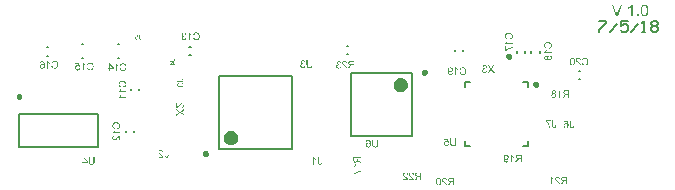
<source format=gbo>
%FSTAX23Y23*%
%MOIN*%
%SFA1B1*%

%IPPOS*%
%ADD10C,0.023600*%
%ADD11C,0.009800*%
%ADD12C,0.007900*%
%LNpcb1-1*%
%LPD*%
G36*
X02318Y00726D02*
X02312D01*
X02298Y00764*
X02303*
X02313Y00736*
Y00736*
X02313Y00736*
Y00736*
X02313Y00735*
X02313Y00735*
X02313Y00735*
X02314Y00734*
X02314Y00734*
X02314Y00733*
X02314Y00732*
X02315Y00731*
X02315Y0073*
X02315Y0073*
Y0073*
X02315Y0073*
X02315Y00731*
X02315Y00731*
X02316Y00731*
X02316Y00732*
X02316Y00733*
X02316Y00734*
X02317Y00735*
X02317Y00736*
X02328Y00764*
X02333*
X02318Y00726*
G37*
G36*
X02388D02*
X02383D01*
Y00731*
X02388*
Y00726*
G37*
G36*
X02368D02*
X02363D01*
Y00756*
X02363Y00755*
X02363*
X02363Y00755*
X02363Y00755*
X02362Y00755*
X02362Y00754*
X02361Y00754*
X0236Y00753*
X02359Y00752*
X02359Y00752*
X02359Y00752*
X02358Y00752*
X02358Y00752*
X02358Y00752*
X02357Y00751*
X02356Y00751*
X02356Y00751*
X02355Y0075*
X02354Y0075*
Y00754*
X02354Y00755*
X02354Y00755*
X02355Y00755*
X02355Y00755*
X02355Y00755*
X02356Y00755*
X02356Y00756*
X02357Y00756*
X02359Y00757*
X0236Y00758*
X02361Y00759*
X02361Y00759*
X02361Y00759*
X02361Y00759*
X02362Y0076*
X02362Y0076*
X02362Y0076*
X02362Y00761*
X02363Y00761*
X02364Y00762*
X02364Y00763*
X02365Y00764*
X02365Y00764*
X02368*
Y00726*
G37*
G36*
X02408Y00764D02*
X02409D01*
X02409*
X02409Y00764*
X0241Y00764*
X02411Y00764*
X02412Y00763*
X02413Y00763*
X02413Y00763*
X02413*
X02413Y00763*
X02414Y00762*
X02414Y00762*
X02415Y00761*
X02416Y00761*
X02416Y0076*
X02417Y00759*
X02417Y00759*
X02417Y00759*
X02417Y00759*
X02417Y00759*
X02417Y00758*
X02418Y00758*
X02418Y00758*
X02418Y00757*
X02418Y00757*
X02418Y00756*
X02419Y00755*
X02419Y00754*
Y00753*
X02419Y00753*
Y00753*
X02419Y00753*
X0242Y00752*
X0242Y00752*
Y00751*
X0242Y00751*
X0242Y0075*
X0242Y00749*
Y00748*
X0242Y00747*
Y00746*
X0242Y00746*
Y00744*
Y00744*
Y00744*
Y00744*
X0242Y00743*
Y00743*
Y00742*
Y00741*
X0242Y00741*
X0242Y0074*
X0242Y00739*
X0242Y00737*
X02419Y00735*
X02419Y00734*
X02419Y00734*
X02419Y00733*
X02419Y00733*
X02418Y00733*
X02418Y00733*
X02418Y00732*
X02418Y00732*
X02418Y00731*
X02417Y0073*
X02416Y00729*
X02416Y00728*
X02415Y00728*
X02415Y00727*
X02414Y00727*
X02414Y00727*
X02414Y00727*
X02414Y00727*
X02413Y00726*
X02413Y00726*
X02413Y00726*
X02412Y00726*
X02412Y00726*
X02411Y00725*
X0241Y00725*
X0241Y00725*
X02409Y00725*
X02408Y00725*
X02408Y00725*
X02407*
X02407Y00725*
X02407*
X02406Y00725*
X02406Y00725*
X02405Y00725*
X02404Y00725*
X02404Y00726*
X02403Y00726*
X02402Y00726*
X02402Y00727*
X02401Y00727*
X024Y00728*
X02399Y00728*
X02399Y00729*
Y00729*
X02399Y00729*
X02399Y00729*
X02398Y0073*
X02398Y0073*
X02398Y00731*
X02397Y00732*
X02397Y00733*
X02397Y00734*
X02396Y00735*
X02396Y00736*
X02396Y00737*
X02395Y00739*
X02395Y00741*
X02395Y00743*
X02395Y00744*
Y00745*
Y00745*
Y00745*
X02395Y00746*
Y00746*
Y00747*
Y00748*
X02395Y00748*
X02395Y00749*
X02395Y0075*
X02396Y00752*
X02396Y00754*
X02396Y00755*
X02396Y00755*
X02397Y00756*
X02397Y00756*
X02397Y00756*
X02397Y00757*
X02397Y00757*
X02397Y00757*
X02398Y00758*
X02398Y00759*
X02399Y0076*
X024Y00761*
X024Y00761*
X02401Y00762*
Y00762*
X02401*
X02401Y00762*
X02401Y00762*
X02401Y00762*
X02402Y00763*
X02402Y00763*
X02403Y00763*
X02403Y00763*
X02404Y00763*
X02404Y00764*
X02405Y00764*
X02405Y00764*
X02406Y00764*
X02407*
X02408Y00764*
X02408*
X02408Y00764*
G37*
G36*
X0127Y00578D02*
X0127D01*
X01271Y00578*
X01271Y00578*
X01272Y00578*
X01272Y00578*
X01272Y00578*
X01273Y00578*
X01273Y00577*
X01273Y00577*
X01274Y00577*
X01274Y00577*
X01274Y00577*
X01274Y00577*
X01274Y00577*
X01274Y00576*
X01275Y00576*
X01275Y00576*
X01275Y00575*
X01276Y00575*
X01276Y00574*
X01276Y00574*
X01276Y00574*
X01276Y00573*
X01276Y00573*
X01276Y00573*
X01277Y00572*
Y00572*
X01277Y00572*
Y00572*
X01274Y00571*
X01273Y00572*
Y00572*
X01273Y00572*
X01273Y00573*
X01273Y00573*
X01273Y00573*
X01273Y00574*
X01273Y00574*
X01273Y00574*
X01272Y00574*
X01272Y00574*
X01272Y00574*
X01272Y00575*
X01272Y00575*
Y00575*
X01272Y00575*
X01272Y00575*
X01271Y00575*
X01271Y00576*
X0127Y00576*
X0127Y00576*
X01269*
X01269*
X01269*
X01269*
X01268*
X01268Y00576*
X01267Y00576*
X01267Y00575*
X01267Y00575*
X01266Y00575*
X01266Y00575*
X01266Y00575*
X01266Y00575*
X01266Y00574*
X01265Y00574*
X01265Y00573*
X01265Y00573*
X01265Y00573*
Y00572*
Y00572*
X01265Y00572*
Y00572*
X01265Y00572*
Y00571*
X01265Y00571*
X01265Y00571*
X01265Y0057*
X01265Y0057*
X01266Y0057*
X01266Y0057*
X01266Y00569*
X01266Y00569*
X01266Y00569*
X01266Y00569*
X01266Y00569*
X01266Y00569*
X01267Y00568*
X01268Y00568*
X01268Y00568*
X01269Y00568*
X01269*
X01269Y00568*
X0127*
X0127*
X0127*
X0127*
X0127*
X0127*
X01271*
X01271Y00565*
X0127Y00565*
X0127Y00565*
X0127*
X01269Y00565*
X01269*
X01269*
X01269*
X01268*
X01268*
X01267Y00565*
X01267Y00565*
X01266Y00565*
X01266Y00565*
X01266Y00565*
X01266Y00564*
X01266Y00564*
X01265Y00564*
X01265Y00564*
X01265Y00564*
X01265Y00564*
X01265Y00564*
X01265Y00563*
X01265Y00563*
X01264Y00563*
X01264Y00563*
X01264Y00562*
X01264Y00562*
Y00561*
X01264Y00561*
Y00561*
Y00561*
X01264Y00561*
Y00561*
Y0056*
X01264Y0056*
Y0056*
X01264Y00559*
X01264Y00559*
X01264Y00558*
X01264Y00558*
X01265Y00558*
X01265Y00558*
X01265Y00557*
X01265Y00557*
X01265Y00557*
X01265Y00557*
X01265*
Y00557*
X01266Y00556*
X01266Y00556*
X01266Y00556*
X01266Y00556*
X01267Y00556*
X01267Y00556*
X01268Y00555*
X01268Y00555*
X01268*
X01268Y00555*
X01269*
X01269*
X01269*
X01269*
X0127*
X0127Y00555*
X01271Y00556*
X01271Y00556*
X01272Y00556*
X01272Y00556*
X01272Y00556*
X01272*
X01272Y00556*
X01272Y00557*
X01273Y00557*
X01273Y00557*
X01273Y00558*
X01273Y00559*
X01274Y00559*
X01274Y00559*
X01274Y0056*
Y0056*
X01274Y0056*
Y0056*
Y0056*
Y0056*
X01277Y0056*
Y00559*
X01277Y00559*
X01277Y00558*
X01276Y00558*
X01276Y00557*
X01276Y00557*
X01276Y00556*
X01276Y00556*
X01275Y00556*
X01275Y00555*
X01275Y00555*
X01275Y00555*
X01275Y00555*
X01275Y00555*
X01275Y00555*
X01274Y00554*
X01274Y00554*
X01273Y00554*
X01273Y00554*
X01272Y00553*
X01272Y00553*
X01271Y00553*
X01271Y00553*
X01271Y00553*
X0127Y00553*
X0127*
X0127Y00553*
X01269*
X01269*
X01269*
X01268*
X01268Y00553*
X01267Y00553*
X01266Y00553*
X01266Y00553*
X01265Y00553*
X01265Y00554*
X01265Y00554*
X01264Y00554*
X01264Y00554*
X01264Y00554*
X01263Y00555*
X01263Y00555*
X01263Y00555*
Y00555*
X01263*
X01262Y00555*
X01262Y00556*
X01262Y00556*
X01261Y00557*
X01261Y00557*
X01261Y00558*
X01261Y00558*
X01261Y00559*
X01261Y00559*
Y00559*
X01261Y0056*
Y0056*
Y0056*
X0126Y0056*
Y00561*
X01261Y00561*
Y00561*
X01261Y00562*
X01261Y00563*
X01261Y00563*
X01261Y00563*
X01261Y00563*
X01261Y00564*
X01261Y00564*
X01261Y00564*
X01262Y00564*
X01262Y00564*
Y00565*
X01262*
Y00565*
X01262Y00565*
X01262Y00565*
X01263Y00566*
X01263Y00566*
X01264Y00566*
X01264Y00567*
X01265*
X01265Y00567*
X01265*
X01265Y00567*
X01265*
X01265Y00567*
X01264Y00567*
X01264Y00568*
X01263Y00568*
X01263Y00568*
X01263Y00569*
X01263Y00569*
Y00569*
X01262Y00569*
X01262Y0057*
X01262Y0057*
X01262Y00571*
X01262Y00571*
Y00571*
Y00572*
Y00572*
Y00572*
Y00572*
Y00572*
X01262Y00573*
X01262Y00574*
X01262Y00574*
X01262Y00575*
X01262Y00575*
X01263Y00575*
Y00575*
X01263Y00575*
X01263Y00576*
X01263Y00576*
X01264Y00577*
X01264Y00577*
X01265Y00577*
X01265Y00577*
X01265Y00577*
X01265Y00577*
X01265*
Y00578*
X01265*
X01266Y00578*
X01267Y00578*
X01267Y00578*
X01268Y00578*
X01268*
X01268*
X01269*
X01269*
X01269Y00578*
X01269*
X0127Y00578*
G37*
G36*
X01301Y00564D02*
Y00563D01*
X01301Y00562*
Y00562*
X01301Y00561*
Y0056*
X01301Y0056*
X01301Y0056*
X01301Y00559*
X01301Y00559*
X013Y00558*
X013Y00558*
Y00558*
X013Y00558*
Y00558*
X013Y00557*
X013Y00557*
X013Y00557*
X013Y00556*
X01299Y00556*
X01299Y00556*
X01299Y00555*
X01298Y00555*
X01298Y00555*
X01298Y00555*
X01298Y00554*
X01298Y00554*
X01297Y00554*
X01297Y00554*
X01297Y00554*
X01297*
Y00554*
X01297Y00554*
X01296Y00553*
X01296Y00553*
X01295Y00553*
X01294Y00553*
X01294Y00553*
X01293*
X01293Y00553*
X01292*
X01292*
X01292Y00553*
X01292*
X01291*
X0129*
X0129Y00553*
X01289*
X01289Y00553*
X01288Y00553*
X01288Y00553*
X01287Y00553*
X01287Y00553*
X01286Y00553*
X01286Y00554*
X01286Y00554*
X01286Y00554*
X01286Y00554*
X01285Y00554*
X01285*
X01285Y00554*
X01284Y00555*
X01284Y00555*
X01284Y00555*
X01284Y00556*
X01283Y00556*
X01283Y00556*
X01283Y00556*
X01283Y00557*
X01283Y00557*
X01282Y00557*
X01282Y00557*
X01282Y00557*
Y00558*
X01282Y00558*
X01282Y00558*
X01282Y00559*
X01282Y0056*
X01282Y00561*
X01281Y00561*
X01281Y00562*
Y00562*
Y00562*
Y00563*
Y00563*
X01281Y00563*
Y00564*
Y00564*
Y00564*
Y00578*
X01285*
Y00564*
Y00563*
X01285Y00562*
Y00561*
X01285Y00561*
X01285Y0056*
X01285Y0056*
X01285Y00559*
X01285Y00559*
X01286Y00558*
X01286Y00558*
X01286Y00558*
X01286Y00558*
X01286Y00558*
X01286Y00557*
X01286*
X01287Y00557*
X01287Y00557*
X01287Y00557*
X01288Y00556*
X01288Y00556*
X01289Y00556*
X01289Y00556*
X0129*
X0129Y00556*
X01291*
X01291*
X01291Y00556*
X01291*
X01292Y00556*
X01293*
X01294Y00556*
X01294Y00556*
X01294*
X01294Y00556*
X01295Y00556*
X01295Y00556*
X01295*
X01295Y00556*
X01295*
Y00557*
X01296Y00557*
X01296Y00557*
X01296Y00558*
X01297Y00558*
X01297Y00558*
X01297Y00559*
X01297Y00559*
Y00559*
X01297Y00559*
X01297Y0056*
X01297Y0056*
X01298Y0056*
X01298Y00561*
X01298Y00562*
Y00562*
Y00563*
Y00563*
Y00563*
Y00563*
Y00564*
Y00564*
Y00578*
X01301*
Y00564*
G37*
G36*
X01488Y00313D02*
X01488Y00313D01*
X01489Y00313*
X0149Y00313*
X0149Y00312*
X01491Y00312*
X01491Y00312*
X01492Y00312*
X01492Y00311*
X01492Y00311*
X01493Y00311*
X01493Y00311*
X01493Y0031*
X01493Y0031*
X01493Y0031*
X01494Y00309*
X01494Y00309*
X01495Y00308*
X01495Y00307*
X01495Y00306*
X01495Y00305*
X01496Y00304*
X01496Y00304*
X01496Y00303*
Y00302*
X01496Y00301*
Y00301*
Y00301*
X01496Y003*
Y003*
Y003*
Y003*
Y003*
Y003*
Y00298*
X01496Y00297*
X01496Y00296*
X01496Y00295*
X01495Y00294*
X01495Y00294*
X01495Y00293*
X01495Y00292*
X01495Y00292*
X01494Y00291*
X01494Y00291*
X01494Y00291*
X01494Y0029*
X01494Y0029*
X01494Y0029*
X01493Y0029*
X01493Y00289*
X01492Y00289*
X01492Y00289*
X01491Y00288*
X01491Y00288*
X0149Y00288*
X0149Y00288*
X01489Y00288*
X01489Y00287*
X01488*
X01488Y00287*
X01488*
X01487*
X01487*
X01487*
X01486*
X01486Y00287*
X01485Y00288*
X01485Y00288*
X01484Y00288*
X01484Y00288*
X01484Y00288*
X01484Y00288*
X01484Y00288*
X01483Y00288*
X01483*
X01483Y00288*
X01483Y00289*
X01482Y00289*
X01482Y0029*
X01481Y0029*
X01481Y00291*
X01481Y00291*
X01481Y00291*
X01481Y00291*
X0148Y00291*
Y00292*
X0148Y00292*
X0148Y00293*
X0148Y00294*
X0148Y00294*
X01479Y00295*
Y00295*
Y00295*
Y00296*
X01479Y00296*
Y00296*
Y00296*
X01479Y00297*
Y00297*
X0148Y00298*
X0148Y00298*
X0148Y00299*
X0148Y00299*
X0148Y003*
X0148Y003*
X01481Y00301*
X01481Y00301*
X01481Y00301*
X01481Y00301*
X01481Y00302*
X01481Y00302*
X01482*
Y00302*
X01482Y00302*
X01482Y00303*
X01483Y00303*
X01483Y00303*
X01484Y00303*
X01484Y00304*
X01485Y00304*
X01485Y00304*
X01485Y00304*
X01486*
X01486Y00304*
X01486*
X01487*
X01487*
X01487*
X01488*
X01488Y00304*
X01489Y00304*
X01489Y00304*
X01489*
X0149Y00304*
X0149Y00303*
X0149Y00303*
X0149*
X0149Y00303*
X0149*
X01491Y00303*
X01491Y00303*
X01492Y00302*
X01492Y00302*
X01493Y00301*
X01493Y00301*
X01493Y00301*
X01493Y00301*
X01493*
Y00301*
Y00301*
Y00302*
X01493Y00303*
Y00303*
X01493Y00304*
X01493Y00304*
X01493Y00305*
Y00305*
X01492Y00305*
X01492Y00306*
X01492Y00306*
Y00306*
X01492Y00306*
Y00306*
Y00307*
X01492Y00307*
X01491Y00308*
X01491Y00308*
X01491Y00309*
X0149Y00309*
X0149Y00309*
X0149Y0031*
X0149Y0031*
X0149*
X01489Y0031*
X01489Y0031*
X01488Y0031*
X01488Y0031*
X01488*
X01487Y00311*
X01487*
X01487Y0031*
X01487*
X01486Y0031*
X01485Y0031*
X01485Y0031*
X01485Y0031*
X01484Y0031*
X01484Y00309*
X01484*
X01484Y00309*
X01484Y00309*
X01484Y00309*
X01484Y00308*
X01483Y00308*
X01483Y00308*
X01483Y00307*
Y00307*
X01483Y00307*
Y00307*
Y00307*
Y00307*
X0148Y00307*
X0148Y00307*
X0148Y00308*
X0148Y00308*
X0148Y00309*
X01481Y00309*
X01481Y0031*
X01481Y0031*
X01481Y0031*
X01481Y0031*
X01481Y00311*
X01482Y00311*
X01482Y00311*
X01482Y00311*
X01482Y00311*
X01482*
X01482Y00312*
X01483Y00312*
X01483Y00312*
X01484Y00312*
X01484Y00313*
X01484Y00313*
X01485Y00313*
X01486Y00313*
X01486*
X01486Y00313*
X01487*
X01487*
X01487*
X01488*
G37*
G36*
X0152Y00298D02*
Y00298D01*
X0152Y00297*
Y00296*
X0152Y00296*
Y00295*
X0152Y00295*
X0152Y00294*
X0152Y00294*
X01519Y00293*
X01519Y00293*
X01519Y00293*
Y00292*
X01519Y00292*
Y00292*
X01519Y00292*
X01519Y00292*
X01519Y00291*
X01518Y00291*
X01518Y00291*
X01518Y0029*
X01518Y0029*
X01517Y0029*
X01517Y00289*
X01517Y00289*
X01517Y00289*
X01516Y00289*
X01516Y00289*
X01516Y00289*
X01516Y00289*
X01516*
X01515Y00288*
X01515Y00288*
X01514Y00288*
X01514Y00288*
X01513Y00288*
X01513Y00288*
X01512Y00287*
X01512*
X01511Y00287*
X01511*
X01511*
X0151*
X0151*
X01509*
X01509*
X01508Y00287*
X01508Y00288*
X01507Y00288*
X01507Y00288*
X01506Y00288*
X01506Y00288*
X01505Y00288*
X01505Y00288*
X01505Y00288*
X01505Y00288*
X01504Y00289*
X01504Y00289*
X01504*
X01504Y00289*
X01503Y00289*
X01503Y0029*
X01503Y0029*
X01502Y0029*
X01502Y0029*
X01502Y00291*
X01502Y00291*
X01502Y00291*
X01501Y00292*
X01501Y00292*
X01501Y00292*
X01501Y00292*
Y00292*
X01501Y00292*
X01501Y00293*
X01501Y00293*
X01501Y00294*
X015Y00295*
X015Y00296*
X015Y00296*
Y00297*
Y00297*
Y00297*
Y00298*
X015Y00298*
Y00298*
Y00298*
Y00313*
X01504*
Y00298*
Y00298*
X01504Y00297*
Y00296*
X01504Y00295*
X01504Y00295*
X01504Y00294*
X01504Y00294*
X01504Y00293*
X01504Y00293*
X01505Y00293*
X01505Y00293*
X01505Y00292*
X01505Y00292*
X01505Y00292*
Y00292*
X01505*
X01505Y00292*
X01506Y00291*
X01506Y00291*
X01507Y00291*
X01507Y00291*
X01507Y00291*
X01508Y00291*
X01509Y0029*
X01509*
X01509Y0029*
X0151*
X0151*
X0151*
X01511*
X01512Y0029*
X01512Y00291*
X01513Y00291*
X01513Y00291*
X01513Y00291*
X01513*
X01514Y00291*
X01514Y00291*
X01514*
X01514Y00291*
X01515Y00292*
X01515Y00292*
X01515Y00292*
X01516Y00293*
X01516Y00293*
X01516Y00293*
X01516Y00293*
Y00293*
Y00294*
X01516Y00294*
X01516Y00294*
X01516Y00295*
X01516Y00295*
X01517Y00296*
X01517Y00297*
Y00297*
Y00297*
Y00298*
Y00298*
Y00298*
Y00298*
Y00298*
Y00313*
X0152*
Y00298*
G37*
G36*
X00839Y00582D02*
X00839D01*
X0084Y00582*
X0084Y00582*
X0084Y00581*
X00841*
X00841Y00581*
X00841Y00581*
X00841Y00581*
X00841Y00581*
X00841Y00581*
X00841Y00581*
X00842*
Y00581*
X00842Y00581*
X00842Y0058*
X00842Y0058*
X00842Y0058*
X00842Y0058*
X00842Y00579*
X00843Y00579*
Y00579*
X00843Y00579*
Y00578*
Y00578*
Y00578*
Y00578*
X00843Y00578*
Y00578*
X00843Y00577*
Y00577*
X00843Y00576*
X00842Y00576*
Y00576*
X00842Y00576*
Y00576*
Y00576*
X00842*
Y00576*
X00842Y00575*
X00842Y00575*
X00842Y00575*
X00841Y00575*
X00841Y00574*
X00841Y00574*
X00841*
X00841Y00574*
X00841*
Y00574*
X00841*
X0084Y00574*
X0084*
X0084Y00574*
X00839*
X00839Y00574*
X00839*
X00838*
X00838*
X00838Y00573*
X00838*
X00838*
X00838*
X00827*
Y00575*
X00838*
X00838*
X00838Y00576*
X00838*
X00839*
X00839*
X00839*
X00839*
X00839Y00576*
X00839*
X00839*
X0084*
X0084Y00576*
X0084Y00576*
X0084Y00576*
X0084Y00576*
X0084Y00576*
X0084Y00576*
X00841Y00576*
Y00576*
X00841Y00577*
Y00577*
X00841Y00577*
Y00577*
X00841Y00577*
Y00578*
Y00578*
Y00578*
Y00578*
X00841Y00578*
X00841Y00579*
X00841Y00579*
X00841Y00579*
X0084Y00579*
X0084Y00579*
X0084Y00579*
X0084Y0058*
X0084Y0058*
X0084Y0058*
X00839Y0058*
X00839*
X00839Y0058*
X00839*
X00838*
X00838*
X00838*
X00838*
X00838*
X00838Y00582*
X00839*
X00839*
G37*
G36*
X00839Y00565D02*
X00842D01*
Y00563*
X00839*
Y00561*
X00837*
Y00563*
X00827*
Y00565*
X00837Y00572*
X00839*
Y00565*
G37*
G36*
X00575Y00241D02*
Y0024D01*
X00575Y00239*
Y00239*
X00575Y00238*
Y00238*
X00574Y00237*
X00574Y00237*
X00574Y00236*
X00574Y00236*
X00574Y00236*
Y00235*
X00574Y00235*
X00574Y00235*
Y00235*
X00574*
Y00235*
X00574Y00234*
X00573Y00234*
X00573Y00233*
X00573Y00233*
X00573Y00233*
X00572Y00232*
X00572Y00232*
X00572Y00232*
X00572Y00232*
X00571Y00232*
X00571Y00231*
X00571Y00231*
X00571Y00231*
X00571Y00231*
X00571*
X0057Y00231*
X0057Y00231*
X00569Y0023*
X00569Y0023*
X00568Y0023*
X00567Y0023*
X00567Y0023*
X00566*
X00566*
X00566Y0023*
X00565*
X00565*
X00565*
X00564*
X00563*
X00563Y0023*
X00562Y0023*
X00562Y0023*
X00561Y0023*
X00561Y0023*
X0056Y00231*
X0056Y00231*
X0056Y00231*
X0056Y00231*
X00559Y00231*
X00559Y00231*
X00559Y00231*
X00559*
Y00231*
X00558Y00231*
X00558Y00232*
X00558Y00232*
X00557Y00232*
X00557Y00233*
X00557Y00233*
X00557Y00233*
X00556Y00234*
X00556Y00234*
X00556Y00234*
X00556Y00234*
X00556Y00234*
X00556Y00235*
Y00235*
X00556Y00235*
X00556Y00235*
X00555Y00236*
X00555Y00237*
X00555Y00238*
X00555Y00238*
Y00239*
X00555Y00239*
Y0024*
Y0024*
Y0024*
Y00241*
Y00241*
Y00241*
Y00241*
Y00255*
X00558*
Y00241*
Y0024*
X00558Y00239*
X00558Y00239*
X00559Y00238*
X00559Y00237*
X00559Y00237*
X00559Y00236*
X00559Y00236*
X00559Y00236*
X00559Y00235*
X00559Y00235*
X0056Y00235*
X0056Y00235*
X0056Y00235*
X0056*
Y00234*
X0056Y00234*
X00561Y00234*
X00561Y00234*
X00561Y00234*
X00562Y00233*
X00562Y00233*
X00563Y00233*
X00563Y00233*
X00564*
X00564Y00233*
X00564*
X00565*
X00565*
X00566*
X00567Y00233*
X00567Y00233*
X00567*
X00568Y00233*
X00568Y00233*
X00568Y00233*
X00568*
X00568Y00234*
X00569Y00234*
X00569*
X00569*
X00569Y00234*
X0057Y00234*
X0057Y00235*
X0057Y00235*
X00571Y00236*
X00571Y00236*
X00571Y00236*
X00571Y00236*
X00571Y00236*
X00571Y00237*
Y00237*
X00571Y00237*
X00571Y00238*
X00571Y00239*
Y00239*
Y0024*
Y0024*
X00571Y0024*
Y00241*
Y00241*
Y00241*
Y00241*
Y00255*
X00575*
Y00241*
G37*
G36*
X00552Y00239D02*
Y00236D01*
X00541*
Y0023*
X00538*
Y00236*
X00534*
Y00239*
X00538*
Y00255*
X0054*
X00552Y00239*
G37*
G36*
X01876Y00561D02*
X01876D01*
X01877Y00561*
X01877Y00561*
X01878Y00561*
X01878Y00561*
X01878Y00561*
X01879Y00561*
X01879Y0056*
X01879Y0056*
X0188Y0056*
X0188Y0056*
X0188Y0056*
X0188Y0056*
Y0056*
X0188*
X0188Y00559*
X01881Y00559*
X01881Y00559*
X01881Y00558*
X01882Y00558*
X01882Y00557*
X01882Y00557*
X01882Y00557*
X01882Y00556*
X01882Y00556*
X01882Y00556*
X01883Y00555*
X01883Y00555*
Y00555*
Y00555*
X0188Y00554*
Y00555*
X01879Y00555*
X01879Y00556*
X01879Y00556*
X01879Y00556*
X01879Y00556*
X01879Y00557*
X01879Y00557*
X01879Y00557*
X01878Y00557*
X01878Y00557*
X01878Y00558*
X01878Y00558*
Y00558*
X01878*
X01878Y00558*
X01878Y00558*
X01877Y00558*
X01877Y00559*
X01876Y00559*
X01876Y00559*
X01875Y00559*
X01875*
X01875*
X01875*
X01874Y00559*
X01874Y00559*
X01873Y00559*
X01873Y00558*
X01873Y00558*
X01872Y00558*
X01872*
X01872Y00558*
X01872Y00558*
X01872Y00557*
X01871Y00557*
X01871Y00556*
X01871Y00556*
X01871Y00556*
Y00555*
Y00555*
X01871Y00555*
Y00555*
Y00555*
X01871Y00555*
Y00554*
X01871Y00554*
X01871Y00554*
X01871Y00553*
X01871Y00553*
X01872Y00553*
X01872Y00553*
X01872Y00552*
X01872Y00552*
X01872Y00552*
X01872Y00552*
X01872Y00552*
X01872Y00552*
X01873Y00551*
X01874Y00551*
X01874Y00551*
X01875Y00551*
X01875*
X01875*
X01876*
X01876*
X01876Y00551*
X01876*
X01876Y00551*
X01877*
X01877Y00548*
X01876Y00548*
X01876Y00548*
X01876*
X01875*
X01875Y00548*
X01875*
X01875*
X01874*
X01874Y00548*
X01873Y00548*
X01873Y00548*
X01872Y00548*
X01872Y00548*
X01872Y00548*
X01872Y00548*
X01872Y00547*
X01871Y00547*
X01871Y00547*
X01871*
Y00547*
X01871*
X01871Y00547*
X01871Y00547*
X01871Y00546*
X0187Y00546*
X0187Y00546*
X0187Y00545*
X0187Y00545*
Y00545*
X0187Y00544*
Y00544*
Y00544*
X0187Y00544*
Y00544*
Y00544*
X0187Y00543*
Y00543*
X0187Y00542*
X0187Y00542*
X0187Y00541*
X0187Y00541*
X01871Y00541*
X01871Y00541*
X01871Y0054*
X01871Y0054*
X01871Y0054*
X01871Y0054*
X01871Y0054*
X01872Y0054*
X01872Y00539*
X01872Y00539*
X01872Y00539*
X01873Y00539*
X01873Y00539*
X01874Y00539*
X01874Y00538*
X01874Y00538*
X01874*
X01875*
X01875*
X01875*
X01875*
X01876*
X01876Y00538*
X01877Y00539*
X01877Y00539*
X01878Y00539*
X01878Y00539*
X01878Y00539*
X01878Y00539*
X01878Y00539*
X01878*
X01878Y0054*
X01879Y0054*
X01879Y00541*
X01879Y00541*
X01879Y00542*
X0188Y00542*
X0188Y00542*
X0188Y00543*
Y00543*
X0188Y00543*
Y00543*
Y00543*
X01883Y00543*
Y00542*
X01883Y00542*
X01883Y00541*
X01882Y00541*
X01882Y0054*
X01882Y0054*
X01882Y00539*
X01882Y00539*
X01881Y00539*
X01881Y00539*
X01881Y00538*
X01881Y00538*
X01881Y00538*
X01881Y00538*
X01881Y00538*
X0188Y00537*
X0188Y00537*
X01879Y00537*
X01879Y00537*
X01878Y00536*
X01878Y00536*
X01877Y00536*
X01877Y00536*
X01877*
X01876Y00536*
X01876Y00536*
X01876*
X01875*
X01875*
X01875*
X01874*
X01874Y00536*
X01873Y00536*
X01872Y00536*
X01872Y00536*
X01871Y00536*
X01871Y00537*
X01871Y00537*
X0187Y00537*
X0187Y00537*
X0187Y00537*
X01869Y00538*
X01869Y00538*
X01869Y00538*
Y00538*
X01868Y00538*
X01868Y00539*
X01868Y00539*
X01867Y0054*
X01867Y0054*
X01867Y00541*
X01867Y00541*
X01867Y00542*
X01867Y00542*
Y00542*
X01867Y00543*
Y00543*
Y00543*
X01866Y00543*
Y00544*
Y00544*
X01867Y00544*
Y00545*
X01867Y00545*
X01867Y00546*
X01867Y00546*
X01867Y00546*
X01867Y00547*
X01867Y00547*
X01867Y00547*
X01867Y00547*
X01868Y00547*
X01868Y00548*
Y00548*
X01868*
X01868Y00548*
X01868Y00548*
X01869Y00549*
X01869Y00549*
X0187Y00549*
X0187Y0055*
X01871Y0055*
X01871Y0055*
X01871*
X01871*
Y0055*
X01871*
X01871Y0055*
X0187Y0055*
X0187Y00551*
X01869Y00551*
X01869Y00551*
X01869Y00552*
Y00552*
X01869*
Y00552*
X01868Y00552*
X01868Y00553*
X01868Y00553*
X01868Y00554*
X01868Y00554*
Y00554*
Y00555*
Y00555*
Y00555*
Y00555*
Y00556*
X01868Y00556*
X01868Y00557*
X01868Y00557*
X01868Y00558*
X01868Y00558*
X01869Y00558*
Y00558*
X01869*
Y00558*
X01869Y00559*
X01869Y00559*
X0187Y0056*
X0187Y0056*
X01871Y0056*
X01871Y0056*
X01871Y0056*
X01871*
X01871Y00561*
X01871*
X01872Y00561*
X01873Y00561*
X01873Y00561*
X01874Y00561*
X01874Y00561*
X01874*
X01875*
X01875*
X01875*
X01875*
X01876*
G37*
G36*
X01898Y00549D02*
X01908Y00536D01*
X01904*
X01897Y00545*
X01897Y00545*
X01897Y00545*
X01897Y00546*
X01897Y00546*
X01897Y00546*
X01896Y00546*
X01896Y00547*
Y00547*
X01896Y00546*
X01896Y00546*
X01896Y00546*
X01895Y00545*
X01895Y00545*
X01895Y00545*
X01889Y00536*
X01885*
X01894Y00549*
X01885Y00561*
X01889*
X01894Y00555*
X01895Y00554*
X01895Y00554*
X01895Y00553*
X01896Y00553*
X01896Y00552*
X01896Y00552*
Y00552*
X01896Y00552*
X01896Y00552*
X01897Y00553*
X01897Y00553*
X01897Y00554*
X01898Y00554*
X01898Y00554*
X01898Y00555*
X01898Y00555*
X01898Y00555*
Y00555*
X01903Y00561*
X01907*
X01898Y00549*
G37*
G36*
X0085Y00422D02*
X0085Y00423D01*
X0085Y00423*
X00851Y00423*
X00851Y00423*
X00851Y00423*
X00851Y00424*
X00851Y00424*
X00852Y00424*
X00852Y00424*
X00852Y00424*
X00852Y00425*
X00853Y00425*
X00853Y00426*
X00854Y00426*
X00854Y00427*
X00854Y00427*
X00854Y00427*
X00855Y00427*
Y00427*
X00855Y00427*
X00855Y00428*
X00856Y00428*
X00856Y00429*
X00856Y00429*
X00857Y0043*
X00857Y0043*
X00858Y00431*
X00858Y00431*
X00858Y00431*
X00858Y00431*
X00859Y00432*
X00859Y00432*
X00859Y00432*
X00859*
X00859Y00432*
X0086Y00432*
X0086Y00433*
X00861Y00433*
X00861Y00434*
X00862Y00434*
X00862Y00434*
X00862Y00434*
X00862*
X00862Y00434*
X00862*
X00863Y00434*
X00863Y00434*
X00864Y00435*
X00864Y00435*
X00865*
X00865*
X00865*
X00865*
X00865*
X00866*
X00866Y00435*
X00867Y00434*
X00867Y00434*
X00868Y00434*
X00868Y00434*
X00868Y00434*
X00869Y00434*
X00869Y00433*
X00869Y00433*
X0087Y00433*
X0087Y00433*
X0087Y00433*
X0087Y00433*
X0087Y00433*
X0087Y00432*
X00871Y00432*
X00871Y00431*
X00871Y00431*
X00871Y0043*
X00872Y0043*
X00872Y00429*
X00872Y00429*
X00872Y00428*
X00872Y00428*
Y00428*
Y00427*
Y00427*
X00872Y00427*
Y00427*
X00872Y00426*
Y00426*
X00872Y00425*
X00872Y00424*
X00872Y00424*
X00872Y00423*
X00871Y00423*
X00871Y00423*
X00871Y00422*
X00871Y00422*
X00871Y00422*
X00871Y00421*
X0087Y00421*
X0087Y00421*
X0087Y00421*
X0087Y00421*
X00869Y0042*
X00869Y0042*
X00869Y0042*
X00868Y0042*
X00868Y00419*
X00867Y00419*
X00867Y00419*
X00866Y00419*
X00866Y00419*
X00866Y00419*
X00865*
X00865Y00419*
X00865*
X00865*
X00865Y00422*
X00865*
X00865*
X00866Y00422*
X00866Y00422*
X00866Y00422*
X00867Y00422*
X00867Y00422*
X00867Y00422*
X00867Y00423*
X00868Y00423*
X00868Y00423*
X00868Y00423*
X00868Y00423*
X00868*
Y00423*
X00868Y00423*
X00869Y00424*
X00869Y00424*
X00869Y00424*
X00869Y00425*
X00869Y00425*
X00869Y00426*
Y00426*
Y00426*
X0087Y00426*
Y00427*
Y00427*
Y00427*
X00869Y00427*
X00869Y00428*
X00869Y00429*
X00869Y00429*
X00869Y00429*
X00869Y00429*
X00869Y0043*
X00869Y0043*
X00868Y0043*
X00868Y0043*
Y0043*
X00868*
X00868Y0043*
X00868Y00431*
X00868Y00431*
X00867Y00431*
X00867Y00431*
X00866Y00431*
X00866Y00431*
X00866*
X00865*
X00865Y00432*
X00865*
X00865*
X00865Y00431*
X00865*
X00864Y00431*
X00864Y00431*
X00863Y00431*
X00863Y00431*
X00862Y00431*
X00862Y0043*
X00862Y0043*
X00862Y0043*
X00862Y0043*
X00862*
X00861Y0043*
X00861Y0043*
X00861Y00429*
X0086Y00429*
X0086Y00429*
X00859Y00428*
X00858Y00427*
X00858Y00426*
X00857Y00426*
X00857Y00425*
X00857Y00425*
X00856Y00425*
X00856Y00425*
X00856Y00425*
X00856Y00424*
X00856Y00424*
X00855Y00424*
X00855Y00423*
X00855Y00423*
X00854Y00422*
X00854Y00422*
X00854Y00422*
X00853Y00421*
X00853Y00421*
X00853Y00421*
X00853Y00421*
X00853Y00421*
X00852Y00421*
X00852*
Y0042*
X00852*
X00852Y0042*
X00851Y0042*
X00851Y00419*
X0085Y00419*
X0085Y00419*
X00849Y00419*
X00849*
X00849Y00418*
X00849*
X00849Y00418*
X00849Y00418*
X00848Y00418*
X00848*
X00847Y00418*
X00847*
X00847*
X00847*
X00847*
Y00435*
X0085*
Y00422*
G37*
G36*
X0086Y00407D02*
X00872Y00416D01*
Y00412*
X00865Y00407*
X00865Y00407*
X00864Y00407*
X00864Y00406*
X00863Y00406*
X00863Y00406*
X00863Y00406*
X00863Y00405*
X00862Y00405*
X00863Y00405*
X00863Y00405*
X00864Y00404*
X00864Y00404*
X00865Y00404*
X00865Y00404*
X00865Y00404*
X00865Y00404*
X00865Y00403*
X00866*
Y00403*
X00872Y00399*
Y00395*
X0086Y00403*
X00847Y00394*
Y00398*
X00856Y00404*
X00856Y00404*
X00856Y00404*
X00856Y00405*
X00857Y00405*
X00857Y00405*
X00857Y00405*
X00857Y00405*
X00857*
X00857Y00406*
X00856Y00406*
X00856Y00406*
X00856Y00406*
X00856Y00406*
X00856Y00406*
X00847Y00413*
Y00417*
X0086Y00407*
G37*
G36*
X01756Y00304D02*
X01753Y00304D01*
X01752Y00304*
X01752Y00305*
X01752Y00305*
X01752Y00305*
X01751Y00306*
X01751Y00306*
X01751Y00306*
X0175Y00306*
X0175Y00306*
X01749Y00306*
X01749Y00306*
X01749Y00306*
X01749*
X01748*
X01748*
X01748*
X01747Y00306*
X01747*
X01746Y00306*
X01746Y00306*
X01746Y00306*
X01746Y00306*
X01745Y00306*
X01745Y00306*
X01745Y00305*
X01745Y00305*
X01744Y00305*
X01744Y00305*
X01744Y00305*
X01744Y00305*
X01744Y00304*
X01744Y00304*
X01743Y00304*
X01743Y00303*
X01743Y00303*
X01743Y00302*
X01743Y00302*
X01743Y00302*
Y00301*
Y00301*
Y00301*
Y00301*
Y00301*
Y003*
Y003*
X01743Y00299*
X01743Y00299*
X01743Y00298*
X01743Y00298*
X01743Y00298*
X01743Y00297*
X01744Y00297*
X01744Y00297*
X01744Y00297*
X01744Y00297*
X01744Y00296*
Y00296*
X01744Y00296*
X01745Y00296*
X01745Y00296*
X01745Y00295*
X01746Y00295*
X01746Y00295*
X01746Y00295*
X01747Y00295*
X01747*
X01747Y00295*
X01747*
X01748*
X01748Y00295*
X01748*
X01748Y00295*
X01749*
X01749Y00295*
X0175Y00295*
X0175Y00295*
X01751Y00295*
X01751Y00295*
X01751Y00296*
X01751Y00296*
Y00296*
X01751*
X01751Y00296*
X01752Y00296*
X01752Y00297*
X01752Y00297*
X01753Y00298*
X01753Y00299*
Y00299*
X01753Y00299*
Y00299*
Y00299*
X01753Y00299*
X01756Y00299*
X01756Y00298*
X01756Y00298*
X01756Y00297*
X01756Y00297*
X01755Y00296*
X01755Y00296*
X01755Y00296*
X01755Y00295*
X01755Y00295*
X01754Y00295*
X01754Y00295*
X01754Y00294*
X01754Y00294*
X01754Y00294*
Y00294*
X01754*
X01753Y00294*
X01753Y00293*
X01752Y00293*
X01752Y00293*
X01751Y00293*
X01751Y00293*
X0175Y00292*
X0175Y00292*
X0175*
X01749Y00292*
X01749Y00292*
X01749*
X01748*
X01748*
X01748*
X01747*
X01747Y00292*
X01746Y00292*
X01745Y00293*
X01745Y00293*
X01744Y00293*
X01744Y00293*
X01743Y00294*
X01743Y00294*
X01742Y00294*
X01742Y00294*
X01742Y00295*
X01742Y00295*
X01742Y00295*
X01741Y00295*
X01741Y00296*
X01741Y00296*
X01741Y00297*
X0174Y00297*
X0174Y00298*
X0174Y00298*
X0174Y00299*
X0174Y00299*
X0174Y00299*
Y003*
X01739Y003*
Y003*
Y00301*
Y00301*
Y00301*
Y00301*
Y00302*
X0174Y00302*
X0174Y00303*
X0174Y00303*
X0174Y00304*
X0174Y00304*
X0174Y00305*
X01741Y00305*
X01741Y00306*
X01741Y00306*
X01741Y00306*
X01741Y00306*
X01741Y00307*
X01742Y00307*
X01742Y00307*
X01742Y00307*
X01743Y00308*
X01743Y00308*
X01744Y00308*
X01744Y00308*
X01744Y00309*
X01745Y00309*
X01745Y00309*
X01746Y00309*
X01746Y00309*
X01746Y00309*
X01747*
X01747*
X01747*
X01747*
X01748*
X01748*
X01749Y00309*
X01749Y00309*
X0175Y00309*
X0175Y00309*
X01751Y00308*
X01751Y00308*
X01751Y00308*
X01751Y00308*
X01752Y00308*
X01752Y00308*
X01752Y00308*
X01752*
Y00308*
X01751Y00314*
X01741*
Y00317*
X01753*
X01756Y00304*
G37*
G36*
X0178Y00303D02*
Y00302D01*
Y00302*
X0178Y00301*
Y003*
X0178Y003*
X0178Y00299*
X0178Y00299*
X0178Y00298*
X0178Y00298*
X0178Y00298*
Y00297*
X01779Y00297*
X01779Y00297*
Y00297*
X01779*
Y00297*
X01779Y00296*
X01779Y00296*
X01779Y00296*
X01778Y00295*
X01778Y00295*
X01778Y00295*
X01778Y00294*
X01777Y00294*
X01777Y00294*
X01777Y00294*
X01777Y00294*
X01776Y00293*
X01776Y00293*
X01776Y00293*
X01776Y00293*
X01775Y00293*
X01775Y00293*
X01774Y00293*
X01773Y00292*
X01773Y00292*
X01772Y00292*
X01772*
X01772*
X01771Y00292*
X01771*
X01771*
X0177*
X0177*
X01769*
X01768Y00292*
X01768Y00292*
X01767Y00292*
X01767Y00292*
X01766Y00293*
X01766Y00293*
X01766Y00293*
X01765Y00293*
X01765Y00293*
X01765Y00293*
X01765*
X01765Y00293*
X01764*
Y00293*
X01764Y00294*
X01764Y00294*
X01763Y00294*
X01763Y00295*
X01763Y00295*
X01762Y00295*
X01762Y00295*
X01762Y00296*
X01762Y00296*
X01762Y00296*
X01762Y00296*
X01761Y00297*
X01761Y00297*
Y00297*
X01761Y00297*
X01761Y00298*
X01761Y00298*
X01761Y00299*
X01761Y003*
X01761Y003*
Y00301*
Y00301*
X0176Y00302*
Y00302*
Y00302*
Y00303*
Y00303*
Y00303*
Y00303*
Y00318*
X01764*
Y00303*
X01764Y00302*
Y00301*
X01764Y00301*
X01764Y003*
X01764Y003*
X01764Y00299*
X01764Y00299*
X01765Y00298*
X01765Y00298*
X01765Y00297*
X01765Y00297*
X01765Y00297*
X01765Y00297*
Y00297*
X01765*
Y00297*
X01766Y00296*
X01766Y00296*
X01766Y00296*
X01767Y00296*
X01767Y00296*
X01768Y00295*
X01769Y00295*
X01769Y00295*
X01769*
X0177Y00295*
X0177*
X0177*
X01771*
X01771*
X01772Y00295*
X01773Y00295*
X01773*
X01773Y00295*
X01773Y00296*
X01774Y00296*
X01774*
X01774Y00296*
X01774Y00296*
X01774*
X01774*
X01775Y00296*
X01775Y00297*
X01776Y00297*
X01776Y00297*
X01776Y00298*
X01776Y00298*
X01776Y00298*
X01776Y00298*
X01776Y00299*
X01777Y00299*
Y00299*
X01777Y003*
X01777Y003*
X01777Y00301*
Y00302*
Y00302*
Y00302*
X01777Y00303*
Y00303*
Y00303*
Y00303*
Y00303*
Y00318*
X0178*
Y00303*
G37*
G36*
X0139Y00576D02*
X0139Y00576D01*
X01391Y00576*
X01391Y00576*
X01392Y00576*
X01392Y00576*
X01393Y00575*
X01393Y00575*
X01393Y00575*
X01394Y00575*
X01394Y00575*
X01394Y00575*
X01394Y00574*
X01394Y00574*
X01394*
X01395Y00574*
X01395Y00574*
X01395Y00573*
X01396Y00573*
X01396Y00572*
X01396Y00572*
X01396Y00572*
X01396Y00571*
X01396Y00571*
X01397Y00571*
X01397Y0057*
X01397Y0057*
Y0057*
X01397Y0057*
Y0057*
X01394Y00569*
X01394Y00569*
Y0057*
X01393Y0057*
X01393Y0057*
X01393Y00571*
X01393Y00571*
X01393Y00571*
X01393Y00572*
X01393Y00572*
X01393Y00572*
X01393Y00572*
X01392Y00572*
X01392Y00572*
X01392Y00572*
X01392Y00573*
X01392Y00573*
X01391Y00573*
X01391Y00573*
X0139Y00573*
X0139Y00573*
X0139*
X01389*
X01389Y00574*
X01389*
X01389Y00573*
X01388Y00573*
X01387Y00573*
X01387Y00573*
X01387Y00573*
X01386Y00573*
X01386Y00572*
X01386*
Y00572*
X01386Y00572*
X01386Y00572*
X01386Y00571*
X01385Y00571*
X01385Y00571*
X01385Y0057*
X01385Y0057*
Y0057*
Y0057*
Y0057*
Y0057*
Y00569*
X01385Y00569*
X01385Y00568*
X01385Y00568*
X01385Y00568*
X01386Y00568*
X01386Y00567*
X01386Y00567*
X01386Y00567*
X01386Y00567*
X01386Y00567*
X01386Y00567*
X01387Y00566*
X01387*
Y00566*
X01387Y00566*
X01388Y00566*
X01388Y00566*
X01389Y00565*
X01389*
X0139Y00565*
X0139*
X0139*
X0139*
X0139*
X01391*
X01391*
X01391*
X01391Y00563*
X01391Y00563*
X0139Y00563*
X0139Y00563*
X01389*
X01389*
X01389Y00563*
X01389*
X01389Y00563*
X01388*
X01387Y00563*
X01387Y00563*
X01387Y00562*
X01386Y00562*
X01386Y00562*
X01386Y00562*
X01386Y00562*
X01386Y00562*
X01386Y00562*
X01385Y00562*
X01385*
X01385Y00561*
X01385Y00561*
X01385Y00561*
X01385Y0056*
X01384Y0056*
X01384Y0056*
X01384Y00559*
X01384Y00559*
Y00559*
Y00559*
X01384Y00558*
Y00558*
Y00558*
Y00558*
Y00558*
X01384Y00557*
X01384Y00557*
Y00557*
X01384Y00556*
X01385Y00556*
X01385Y00555*
X01385Y00555*
X01385Y00555*
X01385Y00555*
X01385Y00555*
X01385Y00555*
Y00554*
X01385Y00554*
X01386Y00554*
X01386Y00554*
X01386Y00554*
X01387Y00554*
X01387Y00553*
X01387Y00553*
X01388Y00553*
X01388Y00553*
X01388*
X01389*
X01389Y00553*
X01389*
X01389*
X01389*
X0139Y00553*
X0139Y00553*
X01391Y00553*
X01391Y00553*
X01392Y00554*
X01392Y00554*
X01392Y00554*
X01392Y00554*
X01392*
Y00554*
X01393Y00554*
X01393Y00555*
X01393Y00555*
X01393Y00556*
X01394Y00556*
X01394Y00557*
X01394Y00557*
X01394Y00557*
Y00557*
X01394Y00558*
Y00558*
Y00558*
X01397Y00557*
Y00557*
X01397Y00556*
X01397Y00556*
X01397Y00555*
X01396Y00555*
X01396Y00554*
X01396Y00554*
X01396Y00554*
X01396Y00553*
X01395Y00553*
X01395Y00553*
X01395Y00553*
X01395Y00552*
X01395Y00552*
X01395Y00552*
X01394Y00552*
X01394Y00552*
X01393Y00551*
X01393Y00551*
X01392Y00551*
X01392Y00551*
X01392Y00551*
X01391Y00551*
X01391Y0055*
X0139*
X0139Y0055*
X0139*
X01389*
X01389*
X01389*
X01388*
X01388Y0055*
X01387Y00551*
X01387Y00551*
X01386Y00551*
X01386Y00551*
X01385Y00551*
X01385Y00551*
X01384Y00552*
X01384Y00552*
X01384Y00552*
X01384Y00552*
X01383Y00552*
X01383Y00553*
X01383Y00553*
X01383Y00553*
X01382Y00553*
X01382Y00554*
X01382Y00554*
X01381Y00555*
X01381Y00555*
X01381Y00556*
X01381Y00556*
X01381Y00557*
X01381Y00557*
Y00557*
X01381Y00558*
Y00558*
Y00558*
Y00558*
Y00559*
X01381Y00559*
X01381Y0056*
X01381Y0056*
X01381Y00561*
X01381Y00561*
X01381Y00561*
X01381Y00561*
X01382Y00562*
X01382Y00562*
X01382Y00562*
Y00562*
X01382Y00562*
Y00562*
X01382*
X01382Y00563*
X01382Y00563*
X01383Y00563*
X01384Y00564*
X01384Y00564*
X01385Y00564*
X01385Y00564*
X01385*
X01385Y00564*
X01385*
X01385*
X01385Y00565*
X01384Y00565*
X01384Y00565*
X01383Y00566*
X01383Y00566*
X01383Y00566*
X01383Y00566*
Y00566*
X01383*
Y00567*
X01382Y00567*
X01382Y00568*
X01382Y00568*
X01382Y00568*
Y00569*
Y00569*
Y00569*
X01382Y00569*
Y00569*
X01382Y0057*
X01382Y00571*
X01382Y00571*
X01382Y00572*
X01383Y00572*
X01383Y00572*
Y00572*
X01383Y00573*
Y00573*
X01383*
Y00573*
X01383Y00573*
X01384Y00574*
X01384Y00574*
X01385Y00575*
X01385Y00575*
X01385Y00575*
X01385*
X01385Y00575*
X01385Y00575*
X01386Y00575*
X01387Y00576*
X01387Y00576*
X01388Y00576*
X01388*
X01389*
X01389Y00576*
X01389*
X01389*
X01389*
X0139*
G37*
G36*
X01409D02*
X0141Y00576D01*
X0141Y00576*
X01411Y00576*
X01411Y00576*
X01412Y00575*
X01412Y00575*
X01413Y00575*
X01413Y00575*
X01413Y00575*
X01414Y00575*
X01414Y00574*
X01414Y00574*
X01414Y00574*
X01414Y00574*
X01415Y00574*
X01415Y00573*
X01415Y00573*
X01415Y00573*
X01416Y00572*
X01416Y00572*
X01416Y00571*
X01416Y00571*
X01416Y0057*
X01416Y0057*
X01416Y0057*
X01417Y00569*
Y00569*
Y00569*
Y00569*
Y00569*
X01413Y00568*
X01413Y00569*
Y00569*
X01413Y0057*
Y0057*
X01413Y0057*
X01413Y00571*
X01413Y00571*
X01413Y00571*
X01413Y00571*
X01413Y00572*
X01412Y00572*
X01412Y00572*
Y00572*
X01412Y00572*
Y00572*
X01412*
X01412Y00572*
X01412Y00573*
X01411Y00573*
X01411Y00573*
X0141Y00573*
X0141Y00573*
X0141*
X01409Y00573*
X01409*
X01409*
X01409*
X01408*
X01408*
X01408*
X01407Y00573*
X01406Y00573*
X01406Y00573*
X01406Y00573*
X01406Y00573*
X01406Y00573*
X01405Y00573*
X01405Y00572*
X01405Y00572*
X01405Y00572*
X01405Y00572*
X01405Y00572*
X01404Y00571*
X01404Y00571*
X01404Y00571*
X01404Y0057*
X01404Y0057*
Y0057*
Y00569*
Y00569*
Y00569*
Y00569*
Y00568*
X01404Y00568*
X01404Y00568*
X01404Y00567*
X01404Y00567*
X01405Y00566*
X01405Y00566*
X01405Y00566*
X01405Y00566*
X01405Y00566*
X01405Y00565*
Y00565*
X01405Y00565*
X01406Y00565*
X01406Y00564*
X01407Y00564*
X01408Y00563*
X01409Y00562*
X01409Y00562*
X01409Y00561*
X0141Y00561*
X0141Y00561*
X0141Y0056*
X01411Y0056*
X01411Y0056*
X01411Y0056*
X01412Y00559*
X01412Y00559*
X01413Y00559*
X01413Y00558*
X01413Y00558*
X01413Y00558*
X01414Y00557*
X01414Y00557*
X01414Y00557*
X01414Y00557*
X01415Y00557*
X01415Y00556*
X01415Y00556*
X01415Y00556*
X01416Y00555*
X01416Y00554*
X01416Y00554*
X01417Y00553*
X01417Y00553*
X01417Y00553*
Y00553*
X01417Y00553*
Y00553*
X01417Y00552*
X01417Y00552*
Y00552*
X01417Y00551*
Y00551*
Y00551*
Y00551*
X01401*
Y00554*
X01413*
X01413Y00554*
X01412Y00554*
X01412Y00555*
X01412Y00555*
X01412Y00555*
X01412Y00555*
X01412Y00555*
X01412*
X01411Y00556*
X01411Y00556*
X01411Y00556*
X01411Y00556*
X0141Y00557*
X01409Y00557*
X01409Y00558*
X01409Y00558*
X01408Y00558*
X01408Y00558*
X01408Y00558*
X01408Y00559*
X01408*
X01407Y00559*
X01407Y0056*
X01406Y0056*
X01406Y0056*
X01405Y00561*
X01405Y00561*
X01405Y00562*
X01404Y00562*
X01404Y00562*
X01404Y00562*
X01404Y00563*
X01404Y00563*
X01403Y00563*
Y00563*
X01403*
X01403Y00564*
X01402Y00564*
X01402Y00565*
X01402Y00565*
X01401Y00566*
X01401Y00566*
Y00566*
X01401Y00566*
X01401Y00566*
X01401Y00567*
X01401Y00567*
X01401Y00568*
Y00568*
X01401Y00568*
Y00569*
Y00569*
Y00569*
Y00569*
Y00569*
Y0057*
X01401Y0057*
X01401Y00571*
X01401Y00571*
X01401Y00572*
X01401Y00572*
X01401Y00572*
X01402Y00573*
X01402Y00573*
X01402Y00573*
X01402Y00573*
X01402Y00574*
X01402Y00574*
X01403Y00574*
X01403Y00574*
X01403Y00574*
X01404Y00575*
X01404Y00575*
X01404Y00575*
X01405Y00575*
X01405Y00576*
X01406Y00576*
X01406Y00576*
X01407Y00576*
X01407Y00576*
X01408*
X01408Y00576*
X01408*
X01408*
X01408*
X01409*
G37*
G36*
X01441Y00551D02*
X01438D01*
Y00562*
X01433*
X01433Y00562*
X01433*
X01432*
X01432*
X01432*
X01432*
X01432Y00562*
X01431Y00562*
X01431Y00562*
X01431Y00561*
X01431Y00561*
X0143Y00561*
X0143*
X0143Y00561*
X0143Y00561*
X01429Y0056*
X01429Y0056*
X01429Y0056*
X01429Y0056*
X01429Y00559*
X01428Y00559*
X01428Y00559*
X01428Y00558*
X01427Y00558*
X01427Y00557*
X01427Y00557*
X01427Y00557*
X01426Y00556*
X01426Y00556*
Y00556*
X01426Y00556*
X01423Y00551*
X01419*
X01423Y00558*
X01424Y00558*
X01424Y00559*
X01425Y0056*
X01425Y0056*
X01425Y0056*
X01425Y0056*
X01425Y00561*
X01426Y00561*
X01426Y00561*
X01426Y00561*
X01426Y00561*
X01426Y00561*
X01426Y00561*
X01427Y00562*
X01427Y00562*
X01427Y00562*
X01428Y00562*
X01428Y00562*
X01428*
X01427Y00562*
X01427Y00562*
X01426Y00563*
X01425Y00563*
X01425Y00563*
X01425Y00563*
X01424Y00563*
X01424Y00564*
X01423Y00564*
X01423Y00564*
X01423Y00564*
X01423Y00564*
X01423Y00564*
X01423Y00564*
Y00565*
X01422*
X01422Y00565*
X01422Y00565*
X01422Y00566*
X01421Y00566*
X01421Y00566*
X01421Y00567*
X01421Y00567*
X01421Y00567*
X01421Y00568*
Y00568*
X01421Y00568*
Y00569*
Y00569*
Y00569*
Y00569*
Y00569*
Y0057*
X01421Y00571*
X01421Y00571*
X01421Y00572*
X01421Y00572*
X01421Y00572*
X01422Y00572*
X01422Y00573*
X01422Y00573*
Y00573*
Y00573*
X01422Y00573*
X01423Y00574*
X01423Y00574*
X01424Y00575*
X01424Y00575*
X01424Y00575*
X01424Y00575*
X01424*
X01425Y00575*
X01425*
X01425Y00575*
X01425Y00575*
X01426Y00576*
X01427Y00576*
X01428Y00576*
X01428*
X01429Y00576*
X01429*
X01429*
X01441*
Y00551*
G37*
G36*
X01632Y00204D02*
X01632D01*
X01633Y00204*
X01633Y00204*
X01634Y00204*
X01634Y00204*
X01635Y00204*
X01635Y00203*
X01635Y00203*
X01636Y00203*
X01636Y00203*
X01636Y00203*
X01636Y00203*
X01636Y00203*
X01637*
X01637Y00202*
X01637Y00202*
X01638Y00201*
X01638Y00201*
X01638Y002*
X01638Y002*
X01638Y002*
X01639Y00199*
X01639Y00199*
X01639Y00198*
Y00198*
X01639Y00198*
Y00197*
Y00197*
X01639Y00197*
X01636Y00197*
Y00197*
Y00198*
X01636Y00198*
X01636Y00198*
X01636Y00199*
X01635Y00199*
X01635Y00199*
X01635Y002*
X01635Y002*
X01635Y002*
X01635Y002*
X01635Y002*
X01635Y002*
X01635Y002*
X01634Y00201*
X01634Y00201*
X01634Y00201*
X01633Y00201*
X01633Y00202*
X01632Y00202*
X01632Y00202*
X01632*
X01631*
X01631Y00202*
X01631*
X01631*
X01631*
X0163Y00202*
X0163Y00202*
X01629Y00201*
X01629Y00201*
X01628Y00201*
X01628Y00201*
X01628Y00201*
X01628Y00201*
X01628Y00201*
X01628Y00201*
X01628*
Y00201*
X01627*
X01627Y002*
X01627Y002*
X01627Y002*
X01627Y002*
X01626Y00199*
X01626Y00199*
X01626Y00198*
Y00198*
X01626Y00198*
Y00198*
Y00198*
Y00197*
Y00197*
X01626Y00197*
X01626Y00196*
Y00196*
X01627Y00196*
X01627Y00195*
X01627Y00195*
X01627Y00194*
X01627Y00194*
X01627Y00194*
Y00194*
X01628Y00194*
X01628Y00194*
X01628Y00193*
X01628Y00193*
X01629Y00193*
X01629Y00192*
X0163Y00191*
X01631Y0019*
X01631Y0019*
X01632Y0019*
X01632Y00189*
X01633Y00189*
X01633Y00189*
X01633Y00189*
X01633Y00188*
Y00188*
X01634Y00188*
X01634Y00188*
X01635Y00187*
X01635Y00187*
X01635Y00187*
X01636Y00186*
X01636Y00186*
X01636Y00186*
X01636Y00185*
X01637Y00185*
X01637Y00185*
X01637Y00185*
X01637Y00185*
X01637Y00185*
X01637Y00185*
X01638Y00184*
X01638Y00183*
X01638Y00183*
X01639Y00182*
X01639Y00182*
X01639Y00182*
X01639Y00182*
Y00181*
X01639Y00181*
X01639Y00181*
X01639Y0018*
X0164Y0018*
Y0018*
X0164Y00179*
Y00179*
Y00179*
Y00179*
X01623*
Y00182*
X01635*
X01635Y00182*
X01635Y00183*
X01635Y00183*
X01634Y00183*
X01634Y00183*
X01634Y00184*
X01634Y00184*
X01634Y00184*
X01634Y00184*
X01633Y00184*
X01633Y00185*
X01633Y00185*
X01632Y00186*
X01631Y00186*
X01631Y00186*
X01631Y00187*
X01631Y00187*
X01631Y00187*
X0163*
Y00187*
X0163Y00187*
X01629Y00188*
X01629Y00188*
X01628Y00189*
X01628Y00189*
X01627Y0019*
X01627Y0019*
X01627Y0019*
X01627Y0019*
X01626Y00191*
X01626Y00191*
X01626Y00191*
X01626Y00191*
X01626Y00191*
Y00191*
X01626*
X01625Y00192*
X01625Y00192*
X01624Y00193*
X01624Y00193*
X01624Y00194*
Y00194*
X01624Y00194*
X01624Y00194*
Y00194*
Y00194*
X01623Y00195*
X01623Y00195*
X01623Y00196*
X01623Y00196*
Y00197*
Y00197*
X01623Y00197*
Y00197*
Y00197*
X01623Y00198*
Y00198*
X01623Y00199*
X01623Y00199*
X01623Y002*
X01624Y002*
X01624Y00201*
X01624Y00201*
X01624Y00201*
X01624Y00202*
X01625Y00202*
X01625Y00202*
X01625Y00202*
X01625Y00202*
Y00202*
X01625*
X01626Y00203*
X01626Y00203*
X01626Y00203*
X01627Y00204*
X01627Y00204*
X01628Y00204*
X01628Y00204*
X01629Y00204*
X01629Y00204*
X0163*
X0163Y00204*
X0163*
X01631*
X01631*
X01631*
X01632*
G37*
G36*
X01612D02*
X01613D01*
X01613Y00204*
X01614Y00204*
X01614Y00204*
X01615Y00204*
X01615Y00204*
X01615Y00203*
X01616Y00203*
X01616Y00203*
X01616Y00203*
X01617Y00203*
X01617Y00203*
X01617Y00203*
X01617*
X01617Y00202*
X01618Y00202*
X01618Y00201*
X01618Y00201*
X01619Y002*
X01619Y002*
X01619Y002*
X01619Y00199*
X01619Y00199*
X01619Y00198*
Y00198*
X01619Y00198*
Y00197*
X01619Y00197*
Y00197*
X01616Y00197*
Y00197*
Y00198*
X01616Y00198*
X01616Y00198*
X01616Y00199*
X01616Y00199*
X01616Y00199*
X01616Y002*
X01615Y002*
X01615Y002*
X01615Y002*
X01615Y002*
X01615Y002*
X01615Y002*
X01615Y00201*
X01614Y00201*
X01614Y00201*
X01614Y00201*
X01613Y00202*
X01613Y00202*
X01612Y00202*
X01612*
X01612*
X01612Y00202*
X01612*
X01611*
X01611*
X01611Y00202*
X0161Y00202*
X01609Y00201*
X01609Y00201*
X01609Y00201*
X01609Y00201*
X01608Y00201*
X01608Y00201*
X01608Y00201*
X01608Y00201*
X01608*
Y00201*
X01608Y002*
X01607Y002*
X01607Y002*
X01607Y002*
X01607Y00199*
X01607Y00199*
X01607Y00198*
Y00198*
Y00198*
X01607Y00198*
Y00198*
Y00197*
X01607Y00197*
Y00197*
X01607Y00196*
Y00196*
X01607Y00196*
X01607Y00195*
X01607Y00195*
X01608Y00194*
X01608Y00194*
X01608Y00194*
X01608Y00194*
Y00194*
X01608Y00194*
X01608Y00193*
X01609Y00193*
X01609Y00193*
X0161Y00192*
X0161Y00191*
X01611Y0019*
X01612Y0019*
X01612Y0019*
X01613Y00189*
X01613Y00189*
X01613Y00189*
X01613Y00189*
X01614Y00188*
X01614Y00188*
X01614Y00188*
X01615Y00188*
X01615Y00187*
X01615Y00187*
X01616Y00187*
X01616Y00186*
X01616Y00186*
X01617Y00186*
X01617Y00185*
X01617Y00185*
X01617Y00185*
X01617Y00185*
X01617Y00185*
X01618Y00185*
X01618Y00185*
X01618Y00184*
X01619Y00183*
X01619Y00183*
X01619Y00182*
X01619Y00182*
Y00182*
X0162Y00182*
X0162Y00181*
Y00181*
X0162Y00181*
X0162Y0018*
Y0018*
X0162Y0018*
Y00179*
Y00179*
Y00179*
Y00179*
X01603*
Y00182*
X01616*
X01616Y00182*
X01615Y00183*
X01615Y00183*
X01615Y00183*
X01615Y00183*
X01615Y00184*
X01614Y00184*
X01614Y00184*
X01614Y00184*
X01614Y00184*
X01614Y00185*
X01613Y00185*
X01612Y00186*
X01612Y00186*
X01612Y00186*
X01611Y00187*
X01611Y00187*
X01611Y00187*
X01611*
Y00187*
X0161Y00187*
X0161Y00188*
X01609Y00188*
X01609Y00189*
X01608Y00189*
X01608Y0019*
X01608Y0019*
X01607Y0019*
X01607Y0019*
X01607Y00191*
X01607Y00191*
X01606Y00191*
X01606Y00191*
X01606Y00191*
Y00191*
X01606Y00192*
X01605Y00192*
X01605Y00193*
X01605Y00193*
X01604Y00194*
X01604Y00194*
X01604Y00194*
Y00194*
X01604Y00194*
Y00194*
X01604Y00195*
X01604Y00195*
X01604Y00196*
X01603Y00196*
Y00197*
Y00197*
Y00197*
Y00197*
Y00197*
Y00198*
X01604Y00198*
X01604Y00199*
X01604Y00199*
X01604Y002*
X01604Y002*
X01604Y00201*
X01604Y00201*
X01605Y00201*
X01605Y00202*
X01605Y00202*
X01605Y00202*
X01605Y00202*
X01605Y00202*
Y00202*
X01606*
X01606Y00203*
X01606Y00203*
X01607Y00203*
X01607Y00204*
X01608Y00204*
X01608Y00204*
X01609Y00204*
X01609Y00204*
X0161Y00204*
X0161*
X0161Y00204*
X01611*
X01611*
X01611*
X01611*
X01612*
G37*
G36*
X01663Y00179D02*
X0166D01*
Y0019*
X01656*
X01655*
X01655*
X01655*
X01655Y0019*
X01654*
X01654*
X01654Y0019*
X01654Y0019*
X01653Y0019*
X01653Y0019*
X01653Y0019*
X01653Y0019*
Y00189*
X01653*
X01652Y00189*
X01652Y00189*
X01652Y00189*
X01652Y00188*
X01651Y00188*
X01651Y00188*
X01651Y00188*
X01651*
Y00188*
X01651Y00188*
X01651Y00187*
X0165Y00187*
X0165Y00186*
X0165Y00186*
X01649Y00185*
X01649Y00185*
X01649Y00185*
X01649Y00185*
X01649Y00184*
X01649Y00184*
X01645Y00179*
X01641*
X01646Y00186*
X01646Y00187*
X01647Y00187*
X01647Y00188*
X01647Y00188*
X01648Y00189*
X01648Y00189*
X01648Y00189*
X01648Y00189*
X01648Y00189*
X01648Y00189*
X01649Y0019*
X01649Y0019*
X01649Y0019*
X0165Y0019*
X0165Y0019*
X0165Y0019*
X0165*
X0165Y00191*
X0165Y00191*
X01649Y00191*
X01648Y00191*
X01648Y00191*
X01647Y00191*
X01647Y00192*
X01647Y00192*
X01646Y00192*
X01646Y00192*
X01646Y00192*
X01645Y00192*
X01645Y00193*
X01645Y00193*
X01645Y00193*
X01645*
X01645Y00193*
X01644Y00194*
X01644Y00194*
X01644Y00194*
X01644Y00195*
X01644Y00195*
X01644Y00195*
X01643Y00196*
X01643Y00196*
X01643Y00196*
Y00197*
Y00197*
X01643Y00197*
Y00197*
Y00197*
Y00197*
Y00198*
X01643Y00198*
X01643Y00199*
X01644Y002*
X01644Y002*
X01644Y002*
X01644Y00201*
X01644Y00201*
X01644Y00201*
X01644Y00201*
Y00201*
X01644*
X01645Y00202*
X01645Y00202*
X01646Y00203*
X01646Y00203*
X01646Y00203*
X01647Y00203*
X01647Y00203*
X01647Y00204*
X01647*
X01647Y00204*
X01647Y00204*
X01648Y00204*
X01649Y00204*
X01649Y00204*
X0165Y00204*
X01651*
X01651*
X01651*
X01652*
X01663*
Y00179*
G37*
G36*
X02119Y0019D02*
X02119D01*
X0212Y0019*
X0212Y0019*
X02121Y00189*
X02121Y00189*
X02122Y00189*
X02122Y00189*
X02122Y00189*
X02123Y00189*
X02123Y00188*
X02123Y00188*
X02123Y00188*
X02123Y00188*
X02124Y00188*
X02124Y00188*
X02124Y00187*
X02125Y00187*
X02125Y00186*
X02125Y00186*
X02125Y00185*
X02125Y00185*
X02126Y00185*
X02126Y00184*
X02126Y00184*
Y00183*
X02126Y00183*
Y00183*
X02126Y00183*
Y00183*
X02123Y00182*
Y00183*
Y00183*
X02123Y00183*
X02123Y00184*
X02123Y00184*
X02122Y00184*
X02122Y00185*
X02122Y00185*
X02122Y00185*
X02122Y00185*
X02122Y00186*
X02122Y00186*
X02122Y00186*
X02122Y00186*
Y00186*
X02121Y00186*
X02121Y00186*
X02121Y00187*
X0212Y00187*
X0212Y00187*
X02119Y00187*
X02119Y00187*
X02119*
X02119Y00187*
X02118*
X02118*
X02118*
X02118*
X02117*
X02117Y00187*
X02116Y00187*
X02116Y00187*
X02115Y00187*
X02115Y00187*
X02115Y00186*
X02115Y00186*
X02115Y00186*
X02115*
X02115Y00186*
X02114Y00186*
X02114Y00186*
X02114Y00185*
X02114Y00185*
X02114Y00185*
X02113Y00184*
X02113Y00184*
X02113Y00184*
Y00183*
X02113Y00183*
Y00183*
Y00183*
Y00183*
Y00183*
X02113Y00182*
X02113Y00182*
Y00182*
X02114Y00181*
X02114Y0018*
X02114Y0018*
X02114Y0018*
X02114Y0018*
X02114Y0018*
Y00179*
X02115Y00179*
X02115Y00179*
X02115Y00179*
X02115Y00178*
X02116Y00178*
X02116Y00177*
X02117Y00177*
X02118Y00176*
X02118Y00175*
X02119Y00175*
X02119Y00175*
X0212Y00174*
X0212Y00174*
X0212Y00174*
X0212Y00174*
X0212*
X02121Y00173*
X02121Y00173*
X02122Y00173*
X02122Y00172*
X02122Y00172*
X02123Y00172*
X02123Y00171*
X02123Y00171*
X02123Y00171*
X02124Y00171*
X02124Y0017*
X02124Y0017*
X02124Y0017*
X02124Y0017*
X02124*
Y0017*
X02125Y00169*
X02125Y00169*
X02125Y00168*
X02126Y00168*
X02126Y00167*
Y00167*
X02126Y00167*
X02126Y00167*
Y00167*
Y00167*
X02126Y00166*
X02127Y00166*
Y00166*
Y00165*
X02127Y00165*
Y00165*
Y00165*
X0211*
Y00167*
X02122*
X02122Y00168*
X02122Y00168*
X02122Y00168*
X02122Y00169*
X02121Y00169*
X02121Y00169*
X02121Y00169*
X02121Y00169*
X02121Y0017*
X0212Y0017*
X0212Y0017*
X0212Y00171*
X02119Y00171*
X02118Y00172*
X02118Y00172*
X02118Y00172*
X02118Y00172*
X02118Y00172*
X02117Y00172*
X02117Y00173*
X02116Y00173*
X02116Y00174*
X02115Y00174*
X02115Y00175*
X02114Y00175*
X02114Y00175*
X02114Y00176*
X02114Y00176*
X02113Y00176*
X02113Y00176*
X02113Y00176*
X02113Y00177*
X02113Y00177*
Y00177*
X02113*
X02112Y00177*
X02112Y00178*
X02111Y00178*
X02111Y00179*
X02111Y00179*
X02111Y00179*
X02111Y0018*
Y0018*
X02111Y0018*
Y0018*
X0211Y0018*
X0211Y00181*
X0211Y00181*
X0211Y00182*
Y00182*
Y00182*
X0211Y00183*
Y00183*
Y00183*
Y00183*
X0211Y00183*
Y00184*
X0211Y00184*
X0211Y00185*
X0211Y00185*
X02111Y00186*
X02111Y00186*
X02111Y00186*
X02111Y00187*
X02111Y00187*
X02112Y00187*
X02112Y00187*
X02112Y00188*
X02112Y00188*
X02112Y00188*
X02113Y00188*
X02113Y00188*
X02113Y00189*
X02114Y00189*
X02114Y00189*
X02115Y00189*
X02115Y00189*
X02116Y0019*
X02116Y0019*
X02117Y0019*
X02117*
X02117*
X02118*
X02118Y0019*
X02118*
X02119Y0019*
G37*
G36*
X02097Y0019D02*
X02097Y00189D01*
X02098Y00189*
X02098Y00188*
X02099Y00188*
X02099Y00187*
X02099Y00187*
X02099Y00187*
X02099Y00187*
X021Y00187*
X021Y00187*
X021Y00186*
X021Y00186*
X02101Y00185*
X02102Y00185*
X02103Y00184*
X02103Y00184*
X02103Y00184*
X02104Y00184*
X02104Y00184*
X02104Y00184*
X02104*
X02104*
Y00183*
Y00181*
X02104Y00181*
X02103Y00181*
X02103Y00181*
X02102Y00181*
X02102Y00182*
X02102Y00182*
X02101Y00182*
X02101*
X02101Y00182*
X02101*
X021Y00182*
X021Y00183*
X02099Y00183*
X02099Y00184*
X02099Y00184*
X02098Y00184*
Y00184*
X02098*
Y00184*
X02098*
Y00165*
X02095*
Y0019*
X02097*
X02097Y0019*
G37*
G36*
X0215Y00165D02*
X02147D01*
Y00176*
X02143*
X02142Y00176*
X02142*
X02142*
X02142*
X02141*
Y00176*
X02141*
X02141*
X02141Y00175*
X0214Y00175*
X0214Y00175*
X0214Y00175*
X0214Y00175*
X0214*
X0214Y00175*
X02139Y00175*
X02139Y00174*
X02139Y00174*
X02139Y00174*
X02138Y00174*
X02138Y00173*
X02138Y00173*
X02138*
X02138Y00173*
X02138Y00173*
X02137Y00172*
X02137Y00172*
X02137Y00171*
X02136Y00171*
X02136Y0017*
X02136Y0017*
X02136Y0017*
X02136Y0017*
X02136Y0017*
X02132Y00165*
X02128*
X02133Y00171*
X02133Y00172*
X02134Y00173*
X02134Y00173*
X02134Y00174*
X02135Y00174*
X02135Y00174*
X02135Y00174*
X02135Y00174*
X02135Y00175*
X02135Y00175*
Y00175*
X02136Y00175*
X02136Y00175*
X02136Y00175*
X02137Y00176*
X02137Y00176*
X02137Y00176*
X02137*
X02137Y00176*
X02137Y00176*
X02136Y00176*
X02135Y00176*
X02135Y00177*
X02134Y00177*
X02134Y00177*
X02134Y00177*
X02133Y00177*
X02133Y00178*
X02133Y00178*
X02132Y00178*
X02132Y00178*
X02132Y00178*
X02132Y00178*
X02132*
Y00178*
X02132Y00179*
X02131Y00179*
X02131Y00179*
X02131Y0018*
X02131Y0018*
X02131Y00181*
X02131Y00181*
X0213Y00181*
X0213Y00182*
X0213Y00182*
Y00182*
Y00182*
X0213Y00183*
Y00183*
Y00183*
Y00183*
X0213Y00184*
X0213Y00184*
X02131Y00185*
X02131Y00186*
X02131Y00186*
X02131Y00186*
X02131Y00186*
Y00186*
X02131Y00186*
Y00187*
X02131Y00187*
X02132Y00187*
X02132Y00188*
X02133Y00188*
X02133Y00188*
X02133Y00189*
X02134Y00189*
X02134Y00189*
X02134*
X02134Y00189*
X02134*
X02134Y00189*
X02135Y00189*
X02136Y00189*
X02136Y0019*
X02137Y0019*
X02138*
X02138Y0019*
X02138*
X02139*
X0215*
Y00165*
G37*
G36*
X01741Y00186D02*
X01742D01*
X01743Y00186*
X01743Y00186*
X01744Y00186*
X01744Y00186*
X01745Y00186*
X01745Y00185*
X01745Y00185*
X01746Y00185*
X01746Y00185*
X01746Y00185*
X01746Y00185*
X01746Y00184*
X01746*
X01747Y00184*
X01747Y00184*
X01747Y00183*
X01748Y00183*
X01748Y00182*
X01748Y00182*
X01748Y00181*
X01748Y00181*
X01749Y00181*
X01749Y0018*
X01749Y0018*
Y0018*
X01749Y00179*
Y00179*
Y00179*
Y00179*
X01746Y00179*
Y00179*
Y0018*
X01746Y0018*
X01745Y0018*
X01745Y00181*
X01745Y00181*
X01745Y00181*
X01745Y00181*
X01745Y00182*
X01745Y00182*
X01745Y00182*
X01745Y00182*
X01744Y00182*
Y00182*
X01744*
X01744Y00183*
X01744Y00183*
X01744Y00183*
X01743Y00183*
X01743Y00183*
X01742Y00184*
X01742*
X01742Y00184*
X01741*
X01741*
X01741Y00184*
X01741*
X0174Y00184*
X0174*
X01739Y00184*
X01739Y00183*
X01738Y00183*
X01738Y00183*
X01738Y00183*
X01738Y00183*
X01738Y00183*
X01738Y00183*
X01737Y00183*
X01737Y00182*
X01737Y00182*
X01737Y00182*
X01737Y00182*
X01737Y00181*
X01736Y00181*
X01736Y0018*
X01736Y0018*
Y0018*
Y0018*
Y0018*
Y00179*
Y00179*
Y00179*
Y00179*
X01736Y00178*
X01736Y00178*
X01736Y00177*
X01737Y00177*
X01737Y00177*
X01737Y00176*
X01737Y00176*
X01737Y00176*
X01737Y00176*
X01737Y00176*
Y00176*
X01738Y00175*
X01738Y00175*
X01739Y00174*
X01739Y00174*
X0174Y00173*
X01741Y00172*
X01741Y00172*
X01742Y00171*
X01742Y00171*
X01742Y00171*
X01743Y00171*
X01743Y0017*
X01743Y0017*
X01743Y0017*
X01744Y0017*
X01744Y00169*
X01744Y00169*
X01745Y00169*
X01745Y00168*
X01745Y00168*
X01746Y00168*
X01746Y00168*
X01746Y00167*
X01746Y00167*
X01747Y00167*
X01747Y00167*
X01747Y00167*
Y00167*
X01747Y00166*
X01748Y00166*
X01748Y00165*
X01748Y00165*
X01749Y00164*
X01749Y00164*
X01749Y00164*
Y00163*
X01749Y00163*
Y00163*
X01749*
X01749Y00163*
X01749Y00162*
Y00162*
X01749Y00162*
Y00161*
Y00161*
Y00161*
Y00161*
X01733*
Y00164*
X01745*
X01745Y00164*
X01745Y00165*
X01745Y00165*
X01744Y00165*
X01744Y00165*
X01744Y00165*
X01744Y00166*
Y00166*
X01744Y00166*
X01743Y00166*
X01743Y00166*
X01743Y00166*
X01742Y00167*
X01742Y00168*
X01741Y00168*
X01741Y00168*
X01741Y00168*
X01741Y00169*
X0174Y00169*
X0174Y00169*
X0174*
X0174Y00169*
X01739Y0017*
X01739Y0017*
X01738Y00171*
X01738Y00171*
X01737Y00171*
X01737Y00172*
X01737Y00172*
X01736Y00172*
X01736Y00173*
X01736Y00173*
X01736Y00173*
X01736Y00173*
Y00173*
X01736*
Y00173*
X01735Y00174*
X01735Y00174*
X01734Y00175*
X01734Y00175*
X01734Y00176*
X01734Y00176*
X01734Y00176*
Y00176*
X01733Y00176*
X01733Y00177*
X01733Y00177*
X01733Y00178*
Y00178*
X01733Y00179*
Y00179*
Y00179*
Y00179*
Y00179*
Y0018*
X01733Y0018*
X01733Y00181*
X01733Y00181*
X01733Y00182*
X01733Y00182*
X01734Y00183*
X01734Y00183*
X01734Y00183*
X01734Y00183*
X01734Y00184*
X01735Y00184*
X01735Y00184*
X01735Y00184*
X01735Y00184*
X01735Y00185*
X01736Y00185*
X01736Y00185*
X01737Y00185*
X01737Y00186*
X01738Y00186*
X01738Y00186*
X01739Y00186*
X01739Y00186*
X01739*
X0174Y00186*
X0174*
X0174*
X01741*
X01741*
X01741*
G37*
G36*
X01773Y00161D02*
X0177D01*
Y00172*
X01766*
X01765*
X01765*
X01765*
X01764Y00172*
X01764*
X01764*
X01764Y00172*
X01764Y00172*
X01763Y00172*
X01763Y00172*
X01763Y00172*
X01763Y00171*
X01763Y00171*
X01762Y00171*
X01762Y00171*
X01762Y00171*
X01761Y0017*
X01761Y0017*
X01761Y0017*
X01761Y0017*
Y0017*
X01761Y00169*
X01761Y00169*
X0176Y00169*
X0176Y00168*
X01759Y00167*
X01759Y00167*
X01759Y00167*
X01759Y00167*
X01759Y00166*
X01759Y00166*
Y00166*
X01755Y00161*
X01751*
X01755Y00168*
X01756Y00169*
X01756Y00169*
X01757Y0017*
X01757Y0017*
X01757Y0017*
X01758Y00171*
X01758Y00171*
X01758Y00171*
X01758Y00171*
X01758Y00171*
X01758*
X01758Y00171*
X01759Y00172*
X01759Y00172*
X01759Y00172*
X0176Y00172*
X0176Y00172*
X0176*
Y00172*
X0176*
X01759Y00173*
X01759Y00173*
X01758Y00173*
X01758Y00173*
X01757Y00173*
X01757Y00173*
X01756Y00174*
X01756Y00174*
X01756Y00174*
X01756Y00174*
X01755Y00174*
X01755Y00174*
X01755Y00175*
X01755Y00175*
X01755Y00175*
X01754Y00175*
X01754Y00175*
X01754Y00176*
X01754Y00176*
X01754Y00177*
X01753Y00177*
X01753Y00177*
X01753Y00178*
X01753Y00178*
Y00178*
X01753Y00179*
Y00179*
Y00179*
Y00179*
Y00179*
Y0018*
Y0018*
X01753Y00181*
X01753Y00181*
X01754Y00182*
X01754Y00182*
X01754Y00182*
X01754Y00183*
X01754Y00183*
Y00183*
X01754Y00183*
X01755Y00184*
X01755Y00184*
X01755Y00185*
X01756Y00185*
X01756Y00185*
X01756Y00185*
X01757Y00185*
X01757Y00185*
X01757*
X01757Y00186*
X01758Y00186*
X01758Y00186*
X01759Y00186*
X0176Y00186*
X0176*
X01761*
X01761*
X01761*
X01773*
Y00161*
G37*
G36*
X01722Y00186D02*
X01722D01*
X01723Y00186*
X01723Y00186*
X01724Y00186*
X01724Y00186*
X01724Y00186*
X01725Y00186*
X01725Y00185*
X01725Y00185*
X01725Y00185*
X01726Y00185*
X01726Y00185*
X01726Y00185*
X01726*
X01726Y00185*
X01726Y00184*
X01727Y00184*
X01728Y00183*
X01728Y00182*
X01728Y00182*
X01728Y00182*
X01728Y00181*
X01728Y00181*
Y00181*
X01729Y00181*
Y00181*
Y00181*
X01729Y0018*
X01729Y0018*
X01729Y00178*
X01729Y00177*
X01729Y00177*
Y00176*
X01729Y00175*
Y00175*
Y00175*
Y00174*
Y00174*
Y00174*
Y00173*
Y00173*
Y00172*
X01729Y00171*
X01729Y0017*
X01729Y00169*
X01729Y00168*
X01729Y00167*
X01728Y00166*
X01728Y00166*
X01728Y00165*
X01728Y00165*
X01728Y00164*
X01727Y00164*
X01727Y00163*
X01727Y00163*
Y00163*
X01727*
X01727Y00163*
X01726Y00162*
X01726Y00162*
X01725Y00162*
X01725Y00161*
X01724Y00161*
X01724Y00161*
X01723Y00161*
X01723Y00161*
X01723Y00161*
X01722*
X01722Y00161*
X01722*
X01721*
X01721*
X01721*
X0172Y00161*
X0172*
X01719Y00161*
X01719Y00161*
X01719Y00161*
X01718Y00161*
X01718Y00161*
X01718Y00161*
X01717Y00162*
X01717Y00162*
X01717Y00162*
X01717*
X01717Y00162*
Y00162*
X01716Y00162*
X01716Y00163*
X01716Y00163*
X01715Y00164*
X01715Y00165*
X01715Y00165*
X01714Y00165*
X01714Y00166*
X01714Y00166*
X01714Y00166*
Y00166*
X01714Y00166*
X01714Y00167*
X01714Y00167*
X01713Y00168*
X01713Y0017*
Y0017*
X01713Y00171*
Y00171*
X01713Y00172*
Y00172*
Y00173*
Y00173*
Y00173*
Y00173*
Y00174*
Y00175*
Y00175*
X01713Y00176*
Y00176*
X01713Y00177*
Y00177*
X01713Y00178*
Y00178*
X01713Y00178*
Y00179*
X01714Y00179*
Y00179*
X01714Y00179*
Y00179*
X01714Y0018*
X01714Y00181*
X01714Y00182*
X01715Y00182*
X01715Y00182*
X01715Y00182*
X01715Y00182*
X01715Y00183*
X01715Y00183*
Y00183*
X01715Y00183*
X01716Y00184*
X01716Y00184*
X01716Y00185*
X01717Y00185*
X01717Y00185*
X01717Y00185*
X01718Y00185*
X01718*
Y00185*
X01718*
X01718Y00186*
X01719Y00186*
X0172Y00186*
X0172Y00186*
X0172Y00186*
X01721*
X01721*
X01721*
X01721*
X01722*
G37*
G36*
X01965Y00263D02*
X01965Y00262D01*
X01966Y00262*
X01966Y00261*
X01967Y00261*
X01967Y00261*
X01967Y0026*
X01967Y0026*
X01967Y0026*
X01968Y0026*
X01968Y0026*
X01968Y0026*
X01969Y00259*
X01969Y00258*
X0197Y00258*
X01971Y00258*
X01971Y00257*
X01971Y00257*
X01972Y00257*
X01972Y00257*
X01972Y00257*
X01972Y00257*
X01972*
Y00254*
X01972Y00254*
X01971Y00254*
X01971Y00254*
X0197Y00255*
X0197Y00255*
X0197Y00255*
X01969Y00255*
X01969Y00255*
X01969*
X01969Y00255*
X01968Y00256*
X01968Y00256*
X01967Y00256*
X01967Y00257*
X01967Y00257*
X01966Y00257*
Y00257*
X01966*
Y00257*
X01966*
Y00238*
X01963*
Y00263*
X01965*
X01965Y00263*
G37*
G36*
X01948Y00263D02*
X01948Y00263D01*
X01949Y00263*
X01949Y00263*
X0195Y00263*
X0195Y00262*
X01951Y00262*
X01951Y00262*
X01952Y00262*
X01952Y00261*
X01952Y00261*
X01952Y00261*
X01953Y00261*
X01953Y00261*
X01953Y00261*
X01953Y0026*
X01954Y0026*
X01954Y00259*
X01954Y00259*
X01954Y00258*
X01955Y00258*
X01955Y00257*
X01955Y00257*
Y00256*
X01955Y00256*
Y00256*
X01955Y00255*
Y00255*
Y00255*
Y00255*
Y00254*
X01955Y00253*
X01955Y00253*
X01955Y00252*
X01955Y00252*
X01954Y00251*
X01954Y00251*
X01954Y0025*
X01954Y0025*
X01954Y00249*
X01953Y00249*
X01953Y00249*
X01953Y00249*
X01953Y00249*
X01953Y00249*
X01952Y00248*
X01952Y00248*
X01952Y00248*
X01951Y00247*
X01951Y00247*
X0195Y00247*
X0195Y00247*
X01949Y00247*
X01949Y00246*
X01949*
X01948Y00246*
X01948*
X01948*
X01948Y00246*
X01948*
X01947Y00246*
X01946Y00246*
X01946Y00247*
X01945Y00247*
X01945Y00247*
X01945Y00247*
X01945*
X01944Y00247*
X01944Y00247*
X01944Y00247*
X01944Y00248*
X01943Y00248*
X01943Y00248*
X01942Y00249*
X01942Y00249*
X01942Y00249*
X01942Y00249*
Y0025*
X01942*
Y00249*
Y00249*
Y00249*
Y00249*
X01942Y00248*
Y00248*
X01942Y00247*
X01942Y00246*
Y00246*
X01942Y00246*
Y00246*
Y00246*
X01942Y00245*
Y00245*
Y00245*
X01942Y00245*
X01942Y00244*
X01943Y00243*
X01943Y00243*
X01943Y00243*
X01943Y00242*
X01943Y00242*
Y00242*
X01943*
X01943Y00242*
X01944Y00242*
X01944Y00241*
X01944Y00241*
X01945Y00241*
X01945Y00241*
X01945Y00241*
Y0024*
X01945Y0024*
X01946Y0024*
X01946Y0024*
X01947Y0024*
X01947Y0024*
X01947*
X01947*
X01948Y0024*
X01949Y0024*
X01949Y0024*
X01949Y0024*
X0195Y0024*
X0195Y00241*
X0195Y00241*
X0195*
X0195Y00241*
X01951Y00241*
X01951Y00242*
X01951Y00242*
X01951Y00243*
X01951Y00243*
X01952Y00243*
Y00244*
Y00244*
X01952Y00244*
Y00244*
X01955Y00244*
X01955Y00243*
X01954Y00243*
X01954Y00242*
X01954Y00242*
X01954Y00241*
X01954Y00241*
X01954Y0024*
X01953Y0024*
X01953Y0024*
X01953Y0024*
X01953Y00239*
X01953Y00239*
X01953Y00239*
X01952Y00239*
X01952Y00239*
X01952Y00239*
X01952Y00238*
X01951Y00238*
X01951Y00238*
X0195Y00238*
X0195Y00238*
X01949Y00238*
X01949Y00237*
X01949*
X01948Y00237*
X01948*
X01948*
X01948*
X01947*
X01947*
X01946Y00237*
X01946Y00238*
X01945Y00238*
X01945Y00238*
X01944Y00238*
X01944Y00238*
X01944Y00238*
X01943Y00238*
X01943Y00238*
X01943Y00239*
X01943Y00239*
X01943Y00239*
X01943*
X01942Y00239*
X01942Y00239*
X01941Y0024*
X01941Y00241*
X0194Y00242*
X0194Y00242*
X0194Y00242*
X0194Y00242*
X0194Y00243*
X0194Y00243*
Y00243*
X0194Y00243*
X01939Y00244*
X01939Y00244*
X01939Y00245*
X01939Y00246*
X01939Y00247*
X01939Y00247*
Y00248*
X01939Y00249*
Y00249*
Y0025*
Y0025*
X01938Y0025*
Y00251*
Y00251*
Y00251*
Y00252*
X01939Y00252*
Y00253*
X01939Y00254*
X01939Y00255*
X01939Y00255*
X01939Y00256*
X01939Y00256*
X01939Y00257*
X01939Y00257*
X01939Y00257*
Y00257*
X01939Y00258*
X0194Y00258*
Y00258*
X0194Y00258*
X0194Y00259*
X0194Y00259*
X0194Y0026*
X01941Y0026*
X01941Y0026*
X01941Y0026*
X01941Y00261*
X01942Y00261*
X01942Y00261*
X01942Y00261*
X01942Y00261*
X01942Y00262*
X01943Y00262*
X01943*
Y00262*
X01943Y00262*
X01943Y00262*
X01944Y00262*
X01944Y00262*
X01945Y00263*
X01946Y00263*
X01946Y00263*
X01946*
X01947Y00263*
X01947*
X01947*
X01947*
X01948*
G37*
G36*
X01999Y00238D02*
X01995D01*
Y00249*
X01991*
X01991*
X0199Y00249*
X0199*
X0199*
X0199*
X0199*
X01989Y00249*
X01989Y00249*
X01989Y00249*
X01989Y00248*
X01988Y00248*
X01988Y00248*
X01988*
X01988Y00248*
X01988Y00248*
X01987Y00247*
X01987Y00247*
X01987Y00247*
X01987Y00247*
X01987Y00246*
X01986Y00246*
X01986Y00246*
X01986Y00245*
X01985Y00245*
X01985Y00244*
X01985Y00244*
X01984Y00244*
X01984Y00243*
X01984Y00243*
X01984Y00243*
Y00243*
X01981Y00238*
X01977*
X01981Y00245*
X01981Y00245*
X01982Y00246*
X01982Y00247*
X01983Y00247*
X01983Y00247*
X01983Y00247*
X01983Y00248*
X01983Y00248*
X01984*
X01984Y00248*
Y00248*
X01984*
X01984Y00248*
X01984Y00248*
X01985Y00249*
X01985Y00249*
X01985Y00249*
X01986Y00249*
X01986*
X01986Y00249*
X01985Y00249*
X01984Y00249*
X01984Y0025*
X01983Y0025*
X01983Y0025*
X01982Y0025*
X01982Y0025*
X01982Y00251*
X01981Y00251*
X01981Y00251*
X01981Y00251*
X01981Y00251*
X01981Y00251*
X0198Y00251*
X0198Y00252*
X0198Y00252*
X0198Y00252*
X0198Y00253*
X01979Y00253*
X01979Y00253*
X01979Y00254*
X01979Y00254*
X01979Y00254*
X01979Y00255*
Y00255*
X01979Y00255*
Y00256*
Y00256*
Y00256*
Y00256*
Y00256*
Y00257*
X01979Y00258*
X01979Y00258*
X01979Y00259*
X01979Y00259*
X01979Y00259*
X01979Y00259*
X0198Y0026*
Y0026*
X0198Y0026*
Y0026*
X0198Y0026*
X01981Y00261*
X01981Y00261*
X01981Y00262*
X01982Y00262*
X01982Y00262*
X01982Y00262*
X01982*
X01982Y00262*
X01983Y00262*
X01983Y00262*
X01984Y00263*
X01985Y00263*
X01986Y00263*
X01986Y00263*
X01986*
X01987*
X01987*
X01999*
Y00238*
G37*
G36*
X02124Y00478D02*
X02124Y00478D01*
X02124Y00477*
X02125Y00477*
X02125Y00476*
X02126Y00476*
X02126Y00476*
X02126Y00475*
X02126Y00475*
X02126Y00475*
X02126Y00475*
X02126*
X02127Y00474*
X02128Y00474*
X02129Y00473*
X02129Y00473*
X0213Y00473*
X0213Y00473*
X0213Y00472*
X0213Y00472*
X02131Y00472*
X02131*
X02131Y00472*
Y00469*
X0213Y00469*
X0213Y0047*
X02129Y0047*
X02129Y0047*
X02128Y0047*
X02128Y0047*
X02128Y0047*
X02128Y00471*
X02128Y00471*
X02127Y00471*
X02126Y00471*
X02126Y00472*
X02126Y00472*
X02125Y00472*
X02125Y00473*
X02125*
Y00473*
X02125*
Y00453*
X02122*
Y00478*
X02124*
X02124Y00478*
G37*
G36*
X02157Y00453D02*
X02154D01*
Y00464*
X0215*
X02149*
X02149*
X02149*
X02149*
X02148Y00464*
X02148*
X02148Y00464*
X02148Y00464*
X02148Y00464*
X02147Y00464*
X02147Y00464*
X02147Y00464*
X02147Y00463*
X02147Y00463*
X02146Y00463*
X02146Y00463*
X02146Y00462*
X02146Y00462*
X02145Y00462*
X02145Y00462*
X02145*
X02145Y00462*
X02145Y00461*
X02144Y00461*
X02144Y0046*
X02144Y0046*
X02143Y00459*
X02143Y00459*
X02143Y00459*
X02143Y00459*
X02143Y00458*
X02143Y00458*
X02139Y00453*
X02135*
X0214Y0046*
X0214Y00461*
X02141Y00461*
X02141Y00462*
X02141Y00462*
X02142Y00463*
X02142Y00463*
X02142Y00463*
X02142Y00463*
X02142Y00463*
Y00463*
X02142*
Y00463*
X02143Y00464*
X02143Y00464*
X02143Y00464*
X02144Y00464*
X02144Y00464*
X02144Y00464*
X02144*
X02144Y00465*
X02144Y00465*
X02143Y00465*
X02143Y00465*
X02142Y00465*
X02142Y00465*
X02141Y00466*
X02141Y00466*
X0214Y00466*
X0214Y00466*
X0214Y00466*
X0214Y00466*
X02139Y00467*
X02139Y00467*
X02139Y00467*
X02139Y00467*
X02138Y00468*
X02138Y00468*
X02138Y00468*
X02138Y00469*
X02138Y00469*
X02138Y0047*
X02137Y0047*
Y0047*
X02137Y0047*
Y00471*
Y00471*
X02137Y00471*
Y00471*
Y00471*
Y00471*
Y00472*
X02137Y00472*
X02137Y00473*
X02138Y00474*
X02138Y00474*
X02138Y00474*
X02138Y00475*
X02138Y00475*
X02138Y00475*
X02138Y00475*
Y00475*
X02138*
Y00475*
X02139Y00476*
X02139Y00476*
X0214Y00477*
X0214Y00477*
X02141Y00477*
X02141*
X02141Y00477*
X02141Y00478*
X02141*
X02141Y00478*
X02141Y00478*
X02142Y00478*
X02143Y00478*
X02144Y00478*
X02144Y00478*
X02145*
X02145*
X02145*
X02146Y00478*
X02157*
Y00453*
G37*
G36*
X02106Y00478D02*
X02107D01*
X02107Y00478*
X02108Y00478*
X02108Y00478*
X02109Y00478*
X02109Y00478*
X02109Y00477*
X0211Y00477*
X0211Y00477*
X0211Y00477*
X0211Y00477*
X02111Y00477*
X02111Y00477*
X02111*
X02111Y00476*
X02111Y00476*
X02112Y00475*
X02112Y00475*
X02112Y00475*
X02112Y00474*
X02112Y00474*
X02113Y00474*
Y00473*
X02113Y00473*
X02113Y00473*
Y00472*
Y00472*
Y00472*
Y00472*
Y00472*
Y00471*
X02113Y00471*
X02112Y0047*
X02112Y0047*
X02112Y00469*
X02112Y00469*
X02112Y00469*
Y00469*
X02112*
Y00469*
X02111Y00468*
X02111Y00468*
X02111Y00468*
X0211Y00467*
X0211Y00467*
X02109Y00467*
X02109Y00467*
X02109*
X02109Y00467*
X02109*
X02109Y00467*
X0211Y00466*
X0211Y00466*
X0211Y00466*
X02111Y00466*
X02111Y00466*
X02111Y00466*
X02112Y00465*
X02112Y00465*
X02112Y00465*
X02112Y00465*
X02112Y00465*
X02112Y00465*
Y00465*
X02113*
Y00464*
X02113Y00464*
X02113Y00464*
X02113Y00463*
X02113Y00463*
X02113Y00462*
X02114Y00462*
Y00462*
Y00461*
X02114Y00461*
Y00461*
Y00461*
Y0046*
Y0046*
Y0046*
X02114Y00459*
X02114Y00459*
X02113Y00458*
X02113Y00458*
X02113Y00457*
X02113Y00457*
X02113Y00456*
X02112Y00456*
X02112Y00456*
X02112Y00455*
X02112Y00455*
X02112Y00455*
X02112Y00455*
Y00455*
X02111*
X02111Y00454*
X02111Y00454*
X0211Y00454*
X0211Y00454*
X02109Y00453*
X02109Y00453*
X02108Y00453*
X02108Y00453*
X02107Y00453*
X02107Y00453*
X02106*
X02106*
X02106*
X02106Y00453*
X02105*
X02105Y00453*
X02104*
X02104Y00453*
X02103Y00453*
X02102Y00453*
X02102Y00453*
X02101Y00454*
X02101Y00454*
X02101Y00454*
X021Y00454*
X021Y00454*
X021Y00455*
X021Y00455*
X021Y00455*
X02099Y00455*
X02099Y00455*
X02099Y00456*
X02098Y00456*
X02098Y00457*
X02098Y00457*
X02098Y00458*
X02098Y00458*
X02097Y00458*
X02097Y00459*
X02097Y00459*
Y00459*
X02097Y0046*
Y0046*
Y0046*
Y0046*
Y0046*
Y00461*
X02097Y00461*
X02097Y00462*
X02098Y00463*
X02098Y00463*
X02098Y00463*
X02098Y00463*
X02098Y00464*
X02098Y00464*
X02098Y00464*
X02098Y00464*
X02098Y00464*
Y00464*
X02099Y00465*
X02099Y00465*
X02099Y00465*
X021Y00466*
X02101Y00466*
X02101Y00466*
X02101Y00467*
X02102*
X02102Y00467*
X02102Y00467*
X02102*
X02101Y00467*
X02101Y00467*
X021Y00468*
X021Y00468*
X021Y00468*
X02099Y00469*
X02099Y00469*
Y00469*
X02099Y00469*
X02099Y0047*
X02098Y0047*
X02098Y00471*
X02098Y00471*
Y00471*
Y00472*
X02098Y00472*
Y00472*
Y00472*
X02098Y00472*
Y00473*
X02098Y00473*
X02099Y00474*
X02099Y00474*
X02099Y00474*
X02099Y00475*
X02099Y00475*
X02099Y00475*
X021Y00476*
X021Y00476*
X021Y00476*
X021Y00476*
X021Y00476*
Y00476*
X021*
X02101Y00477*
X02101Y00477*
X02101Y00477*
X02102Y00478*
X02102Y00478*
X02103Y00478*
X02103Y00478*
X02104Y00478*
X02104Y00478*
X02104Y00478*
X02105*
X02105*
X02105Y00478*
X02106*
X02106Y00478*
G37*
G36*
X01463Y00254D02*
X01451D01*
Y00249*
Y00249*
Y00249*
Y00248*
X01451Y00248*
Y00248*
Y00248*
X01452Y00248*
X01452Y00247*
X01452Y00247*
X01452Y00247*
X01452Y00247*
X01452Y00247*
X01452Y00247*
Y00246*
X01452Y00246*
X01453Y00246*
X01453Y00246*
X01453Y00245*
X01453Y00245*
X01454Y00245*
X01454Y00245*
X01454Y00245*
X01454Y00245*
X01454Y00244*
X01455Y00244*
X01455Y00244*
X01456Y00243*
X01457Y00243*
X01457Y00243*
X01457Y00243*
X01457Y00243*
X01457Y00242*
Y00242*
X01457*
X01463Y00239*
Y00235*
X01456Y00239*
X01455Y0024*
X01454Y0024*
X01454Y00241*
X01453Y00241*
X01453Y00241*
X01453Y00241*
X01453Y00242*
X01453Y00242*
X01452Y00242*
X01452Y00242*
X01452Y00242*
X01452Y00243*
X01452Y00243*
X01451Y00243*
X01451Y00244*
X01451Y00244*
Y00244*
Y00244*
X01451*
X01451Y00243*
X01451Y00243*
X01451Y00242*
X01451Y00242*
X0145Y00241*
X0145Y00241*
X0145Y0024*
X0145Y0024*
X0145Y0024*
X01449Y00239*
X01449Y00239*
X01449Y00239*
X01449Y00239*
X01449Y00239*
X01449Y00239*
X01448Y00238*
X01448Y00238*
X01448Y00238*
X01447Y00238*
X01447Y00237*
X01447Y00237*
X01446Y00237*
X01446Y00237*
X01445Y00237*
X01445Y00237*
X01445*
X01445*
X01444Y00237*
X01444*
X01444*
X01444*
X01443Y00237*
X01443Y00237*
X01442Y00237*
X01442Y00237*
X01441Y00237*
X01441Y00238*
X01441Y00238*
X01441Y00238*
X01441Y00238*
X0144Y00238*
X0144Y00238*
X01439Y00239*
X01439Y00239*
X01439Y0024*
X01438Y0024*
X01438Y0024*
X01438Y0024*
X01438Y00241*
Y00241*
Y00241*
X01438Y00241*
X01438Y00241*
X01438Y00242*
X01437Y00243*
Y00244*
X01437Y00244*
Y00245*
Y00245*
Y00245*
Y00257*
X01463*
Y00254*
G37*
G36*
X01446Y0023D02*
X01446Y00229D01*
X01446Y00229*
X01446Y00228*
X01445Y00228*
X01445Y00228*
X01445Y00228*
X01445Y00227*
Y00227*
X01445*
X01445Y00227*
X01444Y00226*
X01444Y00226*
X01444Y00225*
X01443Y00225*
X01443Y00225*
X01443Y00224*
X01443*
Y00224*
X01463*
Y00221*
X01437*
Y00223*
X01438Y00223*
X01438Y00224*
X01438Y00224*
X01439Y00224*
X0144Y00225*
X0144Y00225*
X0144Y00225*
X0144Y00226*
X0144Y00226*
X0144Y00226*
X01441Y00226*
X01441Y00226*
X01441Y00227*
X01442Y00228*
X01442Y00228*
X01443Y00229*
X01443Y00229*
X01443Y0023*
X01443Y0023*
X01443Y0023*
X01443Y0023*
X01444Y0023*
Y00231*
X01447*
X01446Y0023*
G37*
G36*
X01441Y00201D02*
X01441Y00201D01*
X01442Y00202*
X01443Y00202*
X01444Y00203*
X01444Y00204*
X01445Y00204*
X01445Y00204*
X01446Y00204*
X01446Y00205*
X01447Y00205*
X01447Y00205*
X01447Y00205*
X01447Y00205*
X01447*
X01449Y00206*
X0145Y00207*
X01451Y00207*
X01452Y00207*
X01452Y00207*
X01453Y00208*
X01453Y00208*
X01454Y00208*
X01454Y00208*
X01455Y00208*
X01455Y00208*
X01455*
X01455Y00208*
X01456Y00209*
X01457Y00209*
X01458Y00209*
X01458Y00209*
X01459Y00209*
X01459Y00209*
X0146*
X01461Y00209*
X01461*
X01461Y0021*
X01462*
X01462*
X01462*
X01462Y0021*
X01463*
Y00206*
X01461Y00206*
X01461Y00206*
X0146Y00206*
X01459Y00206*
X01459Y00206*
X01458Y00206*
X01458Y00206*
X01457Y00206*
X01457Y00206*
X01456Y00205*
X01456Y00205*
X01456*
X01456Y00205*
X01456*
X01455Y00205*
X01454Y00205*
X01453Y00204*
X01452Y00204*
X01452Y00204*
X01451Y00204*
X0145Y00203*
X0145Y00203*
X01449Y00203*
X01448Y00202*
X01448Y00202*
X01448Y00202*
X01447Y00202*
X01447Y00202*
X01447Y00202*
X01447*
X01446Y00201*
X01445Y00201*
X01445Y002*
X01444Y002*
X01443Y00199*
X01443Y00199*
X01442Y00199*
X01442Y00198*
X01441Y00198*
X01441Y00198*
X01441Y00197*
X01441Y00197*
X0144Y00197*
X0144Y00197*
X0144Y00197*
X01438*
Y00213*
X01441*
Y00201*
G37*
G36*
X02096Y00376D02*
X02083D01*
X02084Y00375*
X02084Y00375*
X02085Y00374*
X02086Y00373*
X02086Y00372*
X02087Y00371*
X02087Y00371*
X02087Y00371*
X02087Y0037*
X02088Y0037*
X02088Y0037*
X02088Y00369*
X02088Y00369*
Y00369*
X02089Y00368*
X02089Y00366*
X0209Y00366*
X0209Y00365*
X0209Y00364*
X0209Y00364*
X0209Y00363*
X02091Y00363*
X02091Y00362*
X02091Y00362*
X02091Y00361*
X02091Y00361*
Y00361*
X02091Y0036*
X02091Y0036*
X02092Y00359*
X02092Y00358*
X02092Y00358*
X02092Y00357*
X02092Y00356*
Y00356*
X02092Y00355*
Y00355*
Y00355*
X02092Y00354*
Y00354*
Y00354*
Y00354*
Y00354*
X02089*
X02089Y00355*
X02089Y00356*
X02089Y00357*
X02089Y00357*
X02089Y00358*
X02088Y00358*
X02088Y00359*
X02088Y00359*
Y0036*
X02088Y0036*
X02088Y0036*
X02088Y0036*
Y00361*
X02088Y00361*
X02088Y00362*
X02087Y00362*
X02087Y00363*
X02087Y00364*
X02086Y00365*
X02086Y00366*
X02086Y00366*
X02086Y00367*
X02085Y00367*
X02085Y00368*
X02085Y00368*
X02085Y00369*
X02084Y00369*
X02084Y00369*
X02084Y00369*
Y0037*
X02084Y0037*
X02083Y00371*
X02083Y00372*
X02083Y00372*
X02082Y00373*
X02082Y00374*
X02081Y00374*
X02081Y00375*
X02081Y00375*
X0208Y00375*
X0208Y00376*
X0208Y00376*
X0208Y00376*
X0208Y00376*
X02079Y00376*
Y00379*
X02096*
Y00376*
G37*
G36*
X02104Y00362D02*
Y00361D01*
Y00361*
Y00361*
Y0036*
Y0036*
X02104Y0036*
Y0036*
Y00359*
X02104Y00359*
Y00359*
Y00359*
X02104Y00359*
Y00359*
Y00359*
X02104Y00358*
X02104Y00358*
X02104Y00358*
X02105Y00357*
X02105Y00357*
X02105Y00357*
X02105Y00357*
X02105*
X02105Y00357*
X02106Y00357*
X02106Y00357*
X02107*
X02107Y00356*
X02107*
X02107*
X02108*
X02108*
X02108Y00357*
X02109Y00357*
X02109Y00357*
X0211Y00357*
X0211Y00357*
X0211Y00357*
X0211Y00358*
X0211Y00358*
X0211Y00358*
X02111Y00359*
X02111Y00359*
X02111Y0036*
X02111Y0036*
Y0036*
Y00361*
X02111Y00361*
Y00361*
Y00361*
Y00361*
X02114Y00361*
Y0036*
X02114Y0036*
Y00359*
X02114Y00359*
X02114Y00358*
X02114Y00358*
X02113Y00357*
X02113Y00357*
X02113Y00356*
X02113Y00356*
X02113Y00356*
X02113Y00356*
X02113Y00356*
X02112Y00355*
X02112Y00355*
X02112Y00355*
X02112Y00355*
X02111Y00354*
X02111Y00354*
X0211Y00354*
X0211Y00354*
X0211Y00354*
X02109Y00354*
X02109Y00354*
X02108Y00354*
X02108*
X02108Y00353*
X02108*
X02107*
X02107*
X02106Y00354*
X02106Y00354*
X02105Y00354*
X02105Y00354*
X02104Y00354*
X02104Y00354*
X02104*
X02104Y00354*
X02104Y00354*
X02104*
X02103Y00354*
X02103*
X02103Y00355*
X02102Y00355*
X02102Y00356*
X02102Y00356*
X02101Y00356*
X02101Y00357*
Y00357*
X02101Y00357*
X02101Y00357*
Y00357*
X02101Y00357*
X02101Y00358*
X021Y00359*
X021Y00359*
X021Y0036*
Y0036*
Y00361*
X021Y00361*
Y00361*
Y00362*
Y00362*
Y00362*
Y00379*
X02104*
Y00362*
G37*
G36*
X02146Y00377D02*
X02147Y00377D01*
X02148Y00377*
X02148Y00377*
X02149Y00377*
X0215Y00376*
X0215Y00376*
X0215Y00376*
X02151Y00376*
X02151Y00375*
X02151Y00375*
X02152Y00375*
X02152Y00375*
X02152Y00374*
X02152Y00374*
X02153Y00374*
X02153Y00373*
X02153Y00372*
X02154Y00371*
X02154Y0037*
X02154Y0037*
X02154Y00369*
X02154Y00368*
X02155Y00367*
X02155Y00366*
Y00365*
X02155Y00365*
Y00365*
Y00365*
Y00364*
Y00364*
Y00364*
Y00364*
Y00364*
Y00364*
Y00363*
X02155Y00361*
X02155Y0036*
X02154Y00359*
X02154Y00359*
X02154Y00358*
X02154Y00357*
X02154Y00357*
X02153Y00356*
X02153Y00356*
X02153Y00355*
X02153Y00355*
X02153Y00355*
X02152Y00354*
X02152Y00354*
X02152Y00354*
X02151Y00353*
X02151Y00353*
X0215Y00353*
X0215Y00352*
X02149Y00352*
X02149Y00352*
X02148Y00352*
X02148Y00352*
X02147Y00352*
X02147Y00352*
X02147*
X02146*
X02146Y00351*
X02146*
X02146Y00352*
X02145*
X02144Y00352*
X02144Y00352*
X02143Y00352*
X02143Y00352*
X02143Y00352*
X02143Y00352*
X02142Y00352*
X02142Y00352*
X02142*
X02142Y00353*
X02142*
X02141Y00353*
X02141Y00354*
X0214Y00354*
X0214Y00355*
X0214Y00355*
X02139Y00355*
X02139Y00355*
X02139Y00355*
X02139Y00356*
Y00356*
X02139Y00356*
X02139Y00357*
X02138Y00358*
X02138Y00359*
X02138Y00359*
Y00359*
Y00359*
Y0036*
Y0036*
Y0036*
Y0036*
Y00361*
X02138Y00361*
X02138Y00362*
X02138Y00363*
X02139Y00363*
X02139Y00364*
X02139Y00364*
X02139Y00364*
X02139Y00365*
X0214Y00365*
X0214Y00365*
X0214Y00366*
X0214Y00366*
X0214Y00366*
Y00366*
X0214*
X02141Y00366*
X02141Y00367*
X02142Y00367*
X02142Y00367*
X02142Y00368*
X02143Y00368*
X02143Y00368*
X02144Y00368*
X02144Y00368*
X02144Y00368*
X02145*
X02145Y00368*
X02145*
X02145*
X02146*
X02146*
X02147Y00368*
X02147Y00368*
X02148Y00368*
X02148Y00368*
X02148*
X02149Y00368*
X02149Y00368*
X02149*
X02149Y00367*
X02149*
X0215Y00367*
X0215Y00367*
X02151Y00366*
X02151Y00366*
X02151Y00365*
X02151Y00365*
Y00365*
X02152Y00365*
X02152Y00365*
Y00366*
Y00366*
X02152Y00367*
Y00367*
X02151Y00368*
Y00368*
X02151Y00369*
X02151Y00369*
X02151Y0037*
Y0037*
X02151Y0037*
X02151Y0037*
Y00371*
X02151Y00371*
Y00371*
X0215Y00371*
X0215Y00372*
X0215Y00373*
X02149Y00373*
X02149Y00373*
X02149Y00374*
X02149Y00374*
X02149Y00374*
X02148Y00374*
X02148Y00374*
X02147Y00374*
X02147Y00375*
X02146Y00375*
X02146*
X02146*
X02146*
X02145*
X02145Y00374*
X02144Y00374*
X02144Y00374*
X02143Y00374*
X02143Y00374*
X02143Y00374*
X02143Y00373*
X02143*
Y00373*
X02143Y00373*
X02142Y00373*
X02142Y00372*
X02142Y00372*
X02142Y00371*
X02142Y00371*
Y00371*
X02142Y00371*
Y00371*
X02139Y00371*
X02139Y00371*
X02139Y00372*
X02139Y00372*
X02139Y00373*
X02139Y00373*
X02139Y00374*
X0214Y00374*
X0214Y00374*
X0214Y00375*
X0214Y00375*
X0214Y00375*
X02141Y00375*
X02141Y00375*
X02141Y00375*
X02141Y00376*
X02141Y00376*
X02142Y00376*
X02142Y00376*
X02142Y00377*
X02143Y00377*
X02143Y00377*
X02144Y00377*
X02144*
X02145Y00377*
X02145*
X02145Y00377*
X02145*
X02146*
X02146*
G37*
G36*
X02162Y0036D02*
Y00359D01*
X02162Y00359*
Y00359*
Y00358*
Y00358*
Y00358*
X02162Y00358*
Y00357*
Y00357*
X02162Y00357*
Y00357*
Y00357*
X02163Y00357*
Y00357*
X02163Y00356*
X02163Y00356*
X02163Y00356*
X02163Y00355*
X02164Y00355*
X02164Y00355*
X02164Y00355*
X02164Y00355*
X02165Y00355*
X02165Y00355*
X02165Y00355*
X02166Y00354*
X02166*
X02166*
X02166*
X02167Y00355*
X02167Y00355*
X02168Y00355*
X02168Y00355*
X02168Y00355*
X02168Y00355*
X02169Y00355*
X02169Y00356*
X02169Y00356*
X02169Y00356*
X02169Y00356*
X02169Y00357*
X02169Y00357*
X0217Y00358*
Y00358*
X0217Y00359*
Y00359*
Y00359*
Y00359*
X0217Y00359*
Y00359*
X02173Y00359*
Y00358*
X02173Y00358*
X02173Y00357*
X02172Y00357*
X02172Y00356*
X02172Y00356*
X02172Y00355*
X02172Y00355*
X02172Y00354*
X02172Y00354*
X02171Y00354*
X02171Y00354*
X02171Y00354*
X02171Y00353*
X02171*
Y00353*
X02171Y00353*
X0217Y00353*
X0217Y00353*
X02169Y00352*
X02169Y00352*
X02169Y00352*
X02168Y00352*
X02168Y00352*
X02167Y00352*
X02167Y00352*
X02167*
X02166*
X02166*
X02166Y00351*
X02166*
X02165Y00352*
X02164Y00352*
X02164Y00352*
X02163Y00352*
X02163Y00352*
X02163Y00352*
X02163Y00352*
X02162*
X02162Y00352*
X02162Y00352*
X02162*
X02162Y00352*
X02161Y00353*
X02161Y00353*
X02161Y00354*
X0216Y00354*
X0216Y00354*
X0216Y00355*
X0216Y00355*
X0216Y00355*
Y00355*
Y00355*
X02159Y00355*
X02159Y00356*
X02159Y00357*
X02159Y00357*
X02159Y00358*
Y00359*
X02159Y00359*
Y00359*
Y00359*
Y0036*
Y0036*
Y0036*
Y00377*
X02162*
Y0036*
G37*
G36*
X0072Y00655D02*
X00719Y00654D01*
X00718Y00655*
X00718Y00655*
X00718Y00655*
X00718Y00655*
X00718Y00655*
X00718Y00655*
X00717Y00656*
X00717Y00656*
X00717Y00656*
X00717Y00656*
X00716Y00656*
X00716*
X00716*
X00716*
X00716*
X00716*
X00715*
X00715Y00656*
X00715Y00656*
X00715*
X00714Y00656*
X00714Y00656*
X00714Y00655*
X00714*
X00714Y00655*
X00714Y00655*
X00714Y00655*
X00714*
Y00655*
X00713*
X00713Y00655*
X00713Y00655*
X00713Y00654*
X00713Y00654*
X00713Y00654*
X00713Y00654*
X00713Y00653*
Y00653*
Y00653*
Y00653*
X00713Y00653*
Y00653*
Y00653*
Y00652*
X00713Y00652*
Y00652*
X00713Y00651*
Y00651*
X00713Y00651*
X00713Y00651*
X00713Y00651*
X00713Y0065*
X00713Y0065*
Y0065*
X00713Y0065*
X00713Y0065*
Y0065*
X00714*
X00714Y0065*
X00714Y0065*
X00714Y00649*
X00714Y00649*
X00714Y00649*
X00715Y00649*
X00715Y00649*
X00715*
X00715*
X00715Y00649*
X00716*
X00716*
X00716*
X00716*
X00716*
X00717Y00649*
X00717Y00649*
X00717Y00649*
X00717Y00649*
X00717*
X00718Y00649*
X00718Y0065*
X00718Y0065*
X00718Y0065*
X00718Y0065*
X00718Y00651*
X00718Y00651*
X00719Y00651*
Y00651*
X00719Y00651*
Y00652*
Y00652*
X00721Y00652*
X00721Y00651*
X0072Y00651*
X0072Y00651*
X0072Y0065*
X0072Y0065*
X0072Y0065*
X0072Y00649*
X0072Y00649*
X0072Y00649*
X0072Y00649*
X00719Y00649*
X00719Y00649*
X00719Y00649*
X00719*
Y00648*
X00719Y00648*
X00719Y00648*
X00718Y00648*
X00718Y00648*
X00718Y00648*
X00717*
X00717Y00648*
X00717Y00647*
X00717*
X00716Y00647*
X00716*
X00716*
X00716*
X00716*
X00716*
X00715*
X00715Y00647*
X00714*
X00714Y00648*
X00714Y00648*
X00713Y00648*
X00713Y00648*
X00713Y00648*
X00713Y00648*
X00712Y00649*
X00712Y00649*
X00712Y00649*
X00712Y00649*
X00712Y00649*
Y00649*
X00712Y00649*
X00711Y0065*
X00711Y0065*
X00711Y0065*
X00711Y00651*
X00711Y00651*
X00711Y00651*
X00711Y00651*
Y00652*
X00711Y00652*
Y00652*
Y00652*
Y00652*
Y00653*
Y00653*
Y00653*
Y00653*
X00711Y00654*
X00711Y00654*
X00711Y00654*
X00711Y00655*
X00711Y00655*
X00711Y00655*
X00711Y00655*
X00712Y00656*
X00712Y00656*
X00712Y00656*
X00712Y00656*
X00712Y00656*
Y00656*
X00712Y00656*
X00713Y00657*
X00713Y00657*
X00713Y00657*
X00713Y00657*
X00714Y00657*
X00714Y00657*
X00714Y00657*
X00714*
X00715Y00658*
X00715*
X00715*
X00715*
X00715*
X00715*
X00716*
X00716*
X00716Y00657*
X00716*
X00717Y00657*
X00717Y00657*
X00717*
X00717Y00657*
X00718Y00657*
X00718Y00657*
X00718Y00657*
X00718*
X00718Y00657*
X00717Y00661*
X00711*
Y00662*
X00719*
X0072Y00655*
G37*
G36*
X00725Y00652D02*
Y00652D01*
Y00652*
Y00652*
Y00651*
Y00651*
Y00651*
Y00651*
X00725Y00651*
Y00651*
Y00651*
Y00651*
Y0065*
X00725*
Y0065*
X00725Y0065*
X00726Y0065*
X00726Y0065*
X00726Y0065*
X00726Y0065*
X00726*
X00726Y00649*
X00726Y00649*
X00727Y00649*
X00727Y00649*
X00727*
X00727*
X00727*
X00727*
X00728*
X00728*
X00728Y00649*
X00728Y00649*
X00729Y00649*
X00729Y0065*
X00729Y0065*
X00729Y0065*
X00729Y0065*
X00729Y0065*
X00729Y0065*
X00729Y0065*
X00729Y00651*
Y00651*
X0073Y00651*
Y00652*
Y00652*
Y00652*
Y00652*
X0073Y00652*
X00731Y00652*
Y00651*
Y00651*
Y00651*
X00731Y0065*
X00731Y0065*
Y0065*
X00731Y0065*
X00731Y00649*
X00731Y00649*
X00731Y00649*
X00731Y00649*
X00731Y00649*
X0073Y00649*
Y00648*
X0073*
X0073Y00648*
X0073Y00648*
X0073Y00648*
X00729Y00648*
X00729Y00648*
X00729*
X00729Y00648*
X00728Y00647*
X00728*
X00728Y00647*
X00728*
X00728*
X00728*
X00727*
X00727*
X00727*
X00726Y00647*
X00726Y00648*
X00726*
X00726Y00648*
X00726*
X00725*
X00725Y00648*
X00725Y00648*
X00725*
X00725Y00648*
X00724Y00648*
X00724Y00649*
X00724Y00649*
X00724Y00649*
Y00649*
X00724Y00649*
Y00649*
X00724Y00649*
X00723Y0065*
Y0065*
X00723Y0065*
Y00651*
X00723Y00651*
Y00652*
Y00652*
Y00652*
Y00652*
Y00652*
Y00652*
Y00652*
Y00663*
X00725*
Y00652*
G37*
G36*
X00866Y00516D02*
X00866D01*
X00867Y00516*
X00867Y00516*
X00867Y00516*
X00868Y00516*
X00868Y00515*
X00868Y00515*
X00869Y00515*
X00869Y00515*
X00869Y00515*
X00869Y00515*
X00869Y00515*
X00869*
Y00515*
X0087Y00514*
X0087Y00514*
X0087Y00514*
X0087Y00513*
X0087Y00513*
X0087Y00513*
X0087Y00512*
X00871Y00512*
X00871Y00512*
Y00512*
X00871Y00511*
Y00511*
Y00511*
Y00511*
Y00511*
Y0051*
X00871Y00509*
X00871Y00509*
X0087Y00509*
X0087Y00508*
Y00508*
X0087Y00508*
X0087Y00508*
Y00508*
X0087Y00508*
Y00508*
X0087Y00507*
X00869Y00507*
X00869Y00506*
X00869Y00506*
X00868Y00506*
X00868Y00506*
X00868*
X00868Y00506*
X00868*
Y00506*
X00868Y00505*
X00867Y00505*
X00867Y00505*
X00866Y00505*
X00865Y00505*
X00865*
X00865*
X00865Y00505*
X00864*
X00864*
X00864*
X00864*
X0085*
Y00508*
X00864*
X00864*
X00865*
X00865*
X00865*
X00866*
X00866Y00508*
X00866*
X00866*
X00866Y00508*
X00866*
X00866*
X00867*
X00867Y00508*
X00867Y00508*
X00867Y00508*
X00867Y00508*
X00868Y00509*
X00868Y00509*
X00868Y00509*
X00868*
Y00509*
X00868Y00509*
X00868Y00509*
X00868Y0051*
X00868Y0051*
Y0051*
Y0051*
Y00511*
Y00511*
Y00511*
X00868Y00512*
X00868Y00512*
X00868Y00512*
X00868Y00512*
X00868Y00513*
X00868Y00513*
X00867Y00513*
X00867Y00513*
X00867Y00513*
X00867Y00513*
X00866Y00513*
X00866Y00513*
X00865Y00514*
X00865*
X00865*
X00865Y00514*
X00865*
X00864*
X00864*
X00865Y00516*
X00865*
X00866Y00516*
G37*
G36*
X00866Y00502D02*
X00866Y00501D01*
X00866Y00501*
X00867Y00501*
X00867Y00501*
X00867Y00501*
X00868Y00501*
X00868Y00501*
X00868Y005*
X00869Y005*
X00869Y005*
X00869Y005*
X00869Y005*
X00869*
Y005*
X00869Y00499*
X0087Y00499*
X0087Y00499*
X0087Y00498*
X0087Y00498*
X0087Y00497*
X0087Y00497*
X00871Y00497*
X00871Y00496*
Y00496*
X00871Y00496*
Y00496*
Y00496*
Y00495*
Y00495*
Y00495*
X00871Y00494*
X00871Y00494*
X0087Y00493*
X0087Y00493*
X0087Y00492*
X0087Y00492*
X0087Y00492*
X0087Y00491*
X00869Y00491*
X00869Y00491*
X00869Y00491*
X00869Y00491*
X00869Y0049*
X00869*
Y0049*
X00869Y0049*
X00868Y0049*
X00868Y0049*
X00867Y00489*
X00867Y00489*
X00867Y00489*
X00866Y00489*
X00866Y00489*
X00866Y00489*
X00865Y00489*
X00865*
X00865Y00488*
X00865*
X00865*
X00864*
X00864*
X00864Y00489*
X00863Y00489*
X00863Y00489*
X00863*
X00862Y00489*
X00862Y00489*
X00862Y00489*
X00862Y00489*
X00862Y00489*
X00861Y00489*
X00861*
Y00489*
X00861*
X00861Y0049*
X00861Y0049*
X0086Y0049*
X0086Y00491*
X0086Y00491*
X0086Y00492*
X0086Y00492*
Y00492*
X0086Y00492*
Y00492*
Y00492*
X00859Y00492*
X00859Y00491*
X00859Y00491*
X00858Y00491*
X00858Y0049*
X00858Y0049*
X00858*
X00858Y0049*
X00857Y0049*
X00857Y0049*
X00857Y0049*
X00856Y0049*
X00856Y00489*
X00856*
X00856*
X00856*
X00855*
X00855*
X00855Y0049*
X00854Y0049*
X00854Y0049*
X00853Y0049*
X00853Y0049*
X00853*
X00853Y0049*
X00853*
X00853*
X00852Y0049*
X00852Y00491*
X00852Y00491*
X00851Y00492*
X00851Y00492*
X00851Y00492*
X00851Y00492*
Y00492*
X00851Y00492*
Y00492*
X00851Y00493*
X00851Y00493*
X0085Y00494*
X0085Y00494*
Y00495*
X0085Y00495*
Y00495*
Y00495*
Y00495*
Y00495*
Y00496*
X0085Y00496*
Y00497*
X0085Y00497*
X00851Y00497*
X00851Y00498*
X00851Y00498*
X00851Y00498*
X00851Y00498*
X00851Y00499*
X00851Y00499*
X00851Y00499*
X00852Y00499*
Y00499*
X00852Y00499*
X00852Y005*
X00852Y005*
X00852Y005*
X00853Y005*
X00853Y00501*
X00853Y00501*
X00854Y00501*
X00854Y00501*
X00854Y00501*
X00855Y00501*
X00855Y00501*
X00855*
X00855Y00501*
X00855*
X00855*
X00856Y00499*
X00856*
X00855Y00499*
X00855Y00499*
X00855*
X00854Y00499*
X00854Y00498*
X00854Y00498*
X00854Y00498*
X00854Y00498*
X00854Y00498*
X00853*
X00853Y00498*
X00853Y00498*
X00853Y00498*
X00853Y00498*
X00853Y00497*
X00853Y00497*
X00852Y00497*
X00852Y00496*
Y00496*
X00852Y00496*
Y00496*
Y00495*
Y00495*
X00852Y00495*
X00852Y00494*
X00853Y00494*
X00853Y00494*
X00853Y00493*
X00853Y00493*
Y00493*
X00853*
Y00493*
X00853Y00493*
X00854Y00493*
X00854Y00492*
X00854Y00492*
X00855Y00492*
X00855*
X00855Y00492*
X00855*
X00855*
X00855*
X00855*
X00856*
X00856Y00492*
X00856*
X00857Y00492*
X00857Y00492*
X00857Y00492*
X00857Y00492*
X00857Y00493*
X00857Y00493*
X00858Y00493*
X00858Y00493*
Y00493*
X00858Y00493*
X00858*
Y00493*
X00858Y00494*
X00858Y00494*
X00859Y00495*
X00859Y00495*
Y00495*
X00859Y00496*
Y00496*
Y00496*
Y00496*
Y00496*
Y00496*
Y00496*
X00861Y00497*
Y00496*
X00861Y00496*
X00861Y00496*
Y00496*
Y00495*
Y00495*
Y00495*
Y00495*
Y00494*
X00861Y00494*
X00861Y00493*
X00861Y00493*
X00861Y00493*
X00861Y00493*
X00861Y00493*
X00861Y00493*
X00862Y00492*
X00862Y00492*
Y00492*
X00862*
X00862Y00492*
X00862Y00492*
X00862Y00492*
X00863Y00492*
X00863Y00491*
X00863Y00491*
X00864Y00491*
X00864Y00491*
X00864*
X00864*
X00864*
X00864Y00491*
X00864*
X00865*
X00865Y00491*
X00865*
X00865Y00491*
X00866*
X00866Y00491*
X00866Y00492*
X00867Y00492*
X00867Y00492*
X00867Y00492*
X00867Y00492*
X00867*
X00867Y00492*
X00867Y00492*
X00868*
X00868Y00493*
X00868Y00493*
X00868Y00493*
X00868Y00493*
X00868Y00494*
X00868Y00494*
X00869Y00494*
X00869Y00494*
Y00495*
Y00495*
Y00495*
X00869Y00495*
Y00495*
X00869Y00496*
Y00496*
X00869Y00496*
X00868Y00497*
X00868Y00497*
X00868Y00497*
Y00497*
X00868Y00498*
X00868Y00498*
X00868Y00498*
X00868Y00498*
X00867Y00498*
X00867Y00498*
X00866Y00499*
X00866Y00499*
X00866*
X00865Y00499*
X00865Y00499*
X00865*
X00865Y00499*
X00865*
X00865*
X00865Y00502*
X00866Y00502*
G37*
G36*
X00796Y0028D02*
X00797D01*
X00797Y00279*
X00798Y00279*
X00798Y00279*
X00799Y00279*
X00799Y00279*
X008Y00279*
X008Y00278*
X008Y00278*
X00801Y00278*
X00801Y00278*
X00801Y00278*
X00801Y00278*
X00801*
X00802Y00277*
X00802Y00277*
X00802Y00277*
X00803Y00276*
X00803Y00276*
X00803Y00275*
X00803Y00275*
X00803Y00274*
X00803Y00274*
X00803Y00274*
X00804Y00273*
Y00273*
X00804Y00273*
Y00272*
Y00272*
X008Y00272*
Y00272*
Y00273*
X008Y00273*
X008Y00274*
X008Y00274*
X008Y00274*
X008Y00274*
X008Y00275*
X008Y00275*
X008Y00275*
X00799Y00275*
X00799Y00275*
X00799Y00276*
Y00276*
X00799*
X00799Y00276*
X00799Y00276*
X00798Y00276*
X00798Y00276*
X00797Y00277*
X00797Y00277*
X00797Y00277*
X00796*
X00796*
X00796Y00277*
X00796*
X00796*
X00795*
X00795Y00277*
X00794Y00277*
X00794Y00277*
X00793Y00277*
X00793Y00276*
X00793Y00276*
X00793Y00276*
X00792Y00276*
X00792Y00276*
X00792Y00276*
X00792Y00276*
X00792Y00276*
X00792Y00275*
X00792Y00275*
X00791Y00275*
X00791Y00274*
X00791Y00274*
X00791Y00273*
Y00273*
Y00273*
X00791Y00273*
Y00273*
Y00273*
X00791Y00272*
Y00272*
X00791Y00272*
X00791Y00271*
X00791Y00271*
X00792Y0027*
X00792Y0027*
X00792Y0027*
X00792Y00269*
X00792Y00269*
X00792Y00269*
Y00269*
X00792Y00269*
X00793Y00269*
X00793Y00268*
X00793Y00268*
X00794Y00267*
X00795Y00266*
X00796Y00266*
X00796Y00265*
X00796Y00265*
X00797Y00264*
X00797Y00264*
X00797Y00264*
X00798Y00264*
X00798Y00264*
X00798Y00264*
X00798Y00263*
X00799Y00263*
X00799Y00262*
X008Y00262*
X008Y00262*
X008Y00261*
X00801Y00261*
X00801Y00261*
X00801Y00261*
X00801Y0026*
X00801Y0026*
X00802Y0026*
X00802Y0026*
Y0026*
X00802Y0026*
X00802Y00259*
X00803Y00259*
X00803Y00258*
X00803Y00257*
X00804Y00257*
X00804Y00257*
Y00257*
X00804Y00257*
Y00256*
X00804*
X00804Y00256*
X00804Y00256*
Y00255*
X00804Y00255*
Y00255*
Y00254*
Y00254*
Y00254*
X00788*
Y00257*
X008*
X008Y00258*
X008Y00258*
X00799Y00258*
X00799Y00258*
X00799Y00259*
X00799Y00259*
X00799Y00259*
Y00259*
X00798Y00259*
X00798Y00259*
X00798Y0026*
X00798Y0026*
X00797Y0026*
X00797Y00261*
X00796Y00261*
X00796Y00262*
X00796Y00262*
X00795Y00262*
X00795Y00262*
X00795Y00262*
X00795*
X00794Y00263*
X00794Y00263*
X00793Y00264*
X00793Y00264*
X00792Y00264*
X00792Y00265*
X00792Y00265*
X00791Y00265*
X00791Y00266*
X00791Y00266*
X00791Y00266*
X00791Y00266*
X0079Y00266*
Y00266*
X0079Y00267*
X0079Y00267*
X00789Y00268*
X00789Y00268*
X00789Y00269*
X00789Y00269*
X00788Y00269*
X00788Y00269*
Y00269*
X00788Y0027*
X00788Y0027*
X00788Y00271*
X00788Y00271*
X00788Y00272*
Y00272*
Y00272*
Y00272*
Y00272*
Y00273*
Y00273*
X00788Y00274*
X00788Y00274*
X00788Y00275*
X00788Y00275*
X00788Y00275*
X00788Y00276*
X00789Y00276*
X00789Y00277*
X00789Y00277*
X00789Y00277*
X00789Y00277*
X0079Y00277*
X0079Y00277*
X0079Y00278*
X0079Y00278*
X00791Y00278*
X00791Y00279*
X00792Y00279*
X00792Y00279*
X00792Y00279*
X00793Y00279*
X00793Y00279*
X00794Y00279*
X00794*
X00795Y0028*
X00795*
X00795*
X00795*
X00795*
X00796*
G37*
G36*
X00811Y00262D02*
Y00262D01*
X00811Y00261*
Y00261*
Y00261*
Y0026*
X00812Y0026*
Y0026*
Y0026*
X00812Y0026*
Y00259*
Y00259*
X00812Y00259*
Y00259*
X00812Y00259*
X00812Y00258*
X00812Y00258*
X00813Y00258*
X00813Y00258*
X00813Y00257*
X00813*
X00813Y00257*
X00813Y00257*
X00814Y00257*
X00814Y00257*
X00814*
X00815Y00257*
X00815*
X00815*
X00815*
X00816*
X00816Y00257*
X00817Y00257*
X00817Y00257*
X00817Y00258*
X00818Y00258*
X00818Y00258*
X00818Y00258*
X00818Y00258*
X00818Y00259*
X00818Y00259*
X00819Y0026*
X00819Y0026*
Y00261*
X00819Y00261*
Y00261*
Y00261*
Y00262*
X00819Y00262*
Y00262*
X00822Y00261*
Y00261*
X00822Y0026*
X00822Y00259*
X00822Y00259*
X00822Y00258*
X00821Y00258*
X00821Y00258*
X00821Y00257*
X00821Y00257*
X00821Y00257*
X00821Y00256*
X00821Y00256*
X0082Y00256*
X0082Y00256*
X0082Y00256*
X0082Y00255*
X0082Y00255*
X00819Y00255*
X00819Y00255*
X00818Y00254*
X00818Y00254*
X00817Y00254*
X00817Y00254*
X00817Y00254*
X00816Y00254*
X00816*
X00816Y00254*
X00815*
X00815*
X00815*
X00814Y00254*
X00814Y00254*
X00813Y00254*
X00813Y00254*
X00812Y00254*
X00812*
X00812Y00254*
X00812Y00255*
X00812Y00255*
X00811*
X00811Y00255*
X00811*
X00811Y00255*
X0081Y00256*
X0081Y00256*
X00809Y00256*
X00809Y00257*
X00809Y00257*
X00809Y00257*
Y00257*
X00809Y00257*
X00809Y00258*
X00809Y00258*
X00808Y00259*
X00808Y0026*
X00808Y0026*
Y00261*
X00808Y00261*
Y00262*
Y00262*
Y00262*
Y00262*
Y00262*
Y00279*
X00811*
Y00262*
G37*
G36*
X01305Y00255D02*
X01306Y00255D01*
X01306Y00254*
X01306Y00254*
X01307Y00253*
X01307Y00253*
X01307Y00253*
X01308Y00253*
X01308Y00252*
X01308Y00252*
X01308Y00252*
X01308*
Y00252*
X01309Y00252*
X01309Y00251*
X0131Y0025*
X01311Y0025*
X01311Y0025*
X01312Y0025*
X01312Y0025*
X01312Y00249*
X01312Y00249*
X01312Y00249*
X01312*
Y00246*
X01312Y00246*
X01311Y00247*
X01311Y00247*
X0131Y00247*
X0131Y00247*
X0131Y00248*
X0131Y00248*
X01309Y00248*
X01309*
X01309Y00248*
X01309Y00248*
X01308Y00249*
X01308Y00249*
X01307Y00249*
X01307Y0025*
X01307Y0025*
X01306Y0025*
X01306Y0025*
Y0023*
X01303*
Y00256*
X01305*
X01305Y00255*
G37*
G36*
X01322Y00238D02*
Y00238D01*
Y00237*
Y00237*
Y00237*
Y00236*
X01323Y00236*
Y00236*
Y00236*
X01323Y00236*
Y00235*
Y00235*
X01323Y00235*
Y00235*
X01323Y00235*
X01323Y00234*
X01323Y00234*
X01324Y00234*
X01324Y00234*
X01324Y00233*
X01324*
X01324Y00233*
X01324Y00233*
X01325Y00233*
X01325Y00233*
X01325Y00233*
X01326*
X01326*
X01326*
X01327*
X01327*
X01327Y00233*
X01328Y00233*
X01328Y00233*
X01328Y00234*
X01329Y00234*
X01329Y00234*
X01329Y00234*
X01329Y00234*
X01329Y00235*
X01329Y00235*
X0133Y00236*
X0133Y00236*
X0133Y00237*
Y00237*
Y00237*
X0133Y00237*
Y00238*
Y00238*
Y00238*
Y00238*
X01333Y00237*
Y00237*
X01333Y00236*
Y00235*
X01333Y00235*
X01333Y00234*
X01332Y00234*
X01332Y00234*
X01332Y00233*
X01332Y00233*
X01332Y00233*
X01332Y00232*
X01332Y00232*
X01331Y00232*
X01331Y00232*
X01331Y00232*
X01331Y00231*
X01331Y00231*
X0133Y00231*
X0133Y00231*
X01329Y0023*
X01329Y0023*
X01328Y0023*
X01328Y0023*
X01328Y0023*
X01327*
X01327Y0023*
X01327*
X01326*
X01326*
X01326*
X01325*
X01325Y0023*
X01324Y0023*
X01324Y0023*
X01323Y0023*
X01323*
X01323Y0023*
X01323Y00231*
X01323Y00231*
X01322*
X01322Y00231*
X01322*
X01322Y00231*
X01321Y00232*
X01321Y00232*
X0132Y00232*
X0132Y00233*
X0132Y00233*
Y00233*
X0132Y00233*
X0132Y00233*
X0132Y00234*
X0132Y00234*
X01319Y00235*
X01319Y00236*
X01319Y00236*
Y00237*
Y00237*
X01319Y00237*
Y00238*
Y00238*
Y00238*
Y00238*
Y00255*
X01322*
Y00238*
G37*
G36*
X02188Y00587D02*
X02189D01*
X02189Y00587*
X0219Y00586*
X0219Y00586*
X02191Y00586*
X02191Y00586*
X02192Y00586*
X02192Y00586*
X02192Y00585*
X02192Y00585*
X02193Y00585*
X02193Y00585*
X02193Y00585*
X02193*
X02193Y00584*
X02194Y00584*
X02194Y00584*
X02194Y00583*
X02195Y00583*
X02195Y00582*
X02195Y00582*
X02195Y00581*
X02195Y00581*
X02195Y00581*
X02195Y0058*
Y0058*
X02195Y0058*
Y0058*
Y00579*
Y00579*
X02192Y00579*
Y0058*
Y0058*
X02192Y0058*
Y00581*
X02192Y00581*
X02192Y00581*
X02192Y00582*
X02192Y00582*
X02192Y00582*
X02191Y00582*
X02191Y00582*
X02191Y00583*
X02191Y00583*
Y00583*
X02191*
X02191Y00583*
X0219Y00583*
X0219Y00583*
X0219Y00584*
X02189Y00584*
X02189Y00584*
X02188*
X02188Y00584*
X02188*
X02188*
X02188Y00584*
X02187*
X02187Y00584*
X02187*
X02186Y00584*
X02185Y00584*
X02185Y00584*
X02185Y00583*
X02185Y00583*
X02184Y00583*
X02184Y00583*
X02184Y00583*
X02184Y00583*
X02184Y00583*
X02184Y00583*
X02183Y00582*
X02183Y00582*
X02183Y00582*
X02183Y00581*
X02183Y00581*
X02183Y0058*
Y0058*
Y0058*
Y0058*
Y0058*
Y0058*
Y00579*
Y00579*
X02183Y00579*
X02183Y00578*
X02183Y00578*
X02183Y00577*
X02183Y00577*
X02184Y00577*
X02184Y00577*
X02184Y00576*
X02184Y00576*
X02184Y00576*
Y00576*
X02184Y00576*
X02185Y00575*
X02185Y00575*
X02186Y00574*
X02186Y00573*
X02187Y00573*
X02188Y00572*
X02188Y00572*
X02189Y00571*
X02189Y00571*
X02189Y00571*
X02189Y00571*
X0219Y00571*
X0219Y00571*
X0219Y0057*
X02191Y0057*
X02191Y0057*
X02191Y00569*
X02192Y00569*
X02192Y00568*
X02192Y00568*
X02193Y00568*
X02193Y00568*
X02193Y00567*
X02193Y00567*
X02193Y00567*
X02194Y00567*
X02194Y00567*
Y00567*
X02194Y00566*
X02195Y00566*
X02195Y00565*
X02195Y00565*
X02195Y00564*
X02196Y00564*
Y00564*
X02196Y00564*
Y00564*
X02196*
X02196Y00563*
X02196Y00563*
Y00562*
X02196Y00562*
Y00562*
Y00562*
Y00561*
Y00561*
X02179*
Y00564*
X02192*
X02192Y00565*
X02191Y00565*
X02191Y00565*
X02191Y00565*
X02191Y00566*
X02191Y00566*
X02191Y00566*
X0219Y00566*
X0219Y00566*
X0219Y00566*
X0219Y00567*
X0219Y00567*
X02189Y00567*
X02188Y00568*
X02188Y00568*
X02188Y00569*
X02187Y00569*
X02187Y00569*
X02187Y00569*
X02187Y00569*
X02187*
X02186Y0057*
X02186Y0057*
X02185Y00571*
X02185Y00571*
X02184Y00571*
X02184Y00572*
X02184Y00572*
X02183Y00572*
X02183Y00573*
X02183Y00573*
X02183Y00573*
X02182Y00573*
X02182Y00573*
Y00574*
X02182*
Y00574*
X02182Y00574*
X02181Y00575*
X02181Y00575*
X02181Y00576*
X0218Y00576*
X0218Y00576*
X0218Y00576*
Y00577*
X0218Y00577*
X0218Y00577*
X0218Y00578*
X0218Y00578*
Y00579*
X02179Y00579*
Y00579*
Y00579*
Y0058*
Y0058*
Y0058*
X0218Y00581*
X0218Y00581*
X0218Y00582*
X0218Y00582*
X0218Y00583*
X0218Y00583*
X0218Y00583*
X02181Y00584*
X02181Y00584*
X02181Y00584*
X02181Y00584*
X02181Y00584*
X02181Y00585*
X02182Y00585*
X02182Y00585*
X02182Y00585*
X02183Y00586*
X02183Y00586*
X02184Y00586*
X02184Y00586*
X02185Y00586*
X02185Y00586*
X02186Y00587*
X02186*
X02186Y00587*
X02187*
X02187*
X02187*
X02187*
X02188*
G37*
G36*
X0221Y00587D02*
X0221D01*
X02211Y00587*
X02211Y00587*
X02212Y00587*
X02212Y00587*
X02213Y00586*
X02213Y00586*
X02214Y00586*
X02214Y00586*
X02214Y00586*
X02215Y00586*
X02215Y00586*
X02215Y00586*
X02215*
Y00585*
X02216Y00585*
X02216Y00585*
X02216Y00585*
X02217Y00584*
X02217Y00584*
X02218Y00583*
X02218Y00583*
X02218Y00583*
X02218Y00582*
X02219Y00582*
X02219Y00582*
X02219Y00582*
X02219Y00581*
X02219Y00581*
Y00581*
X02219*
X0222Y0058*
X0222Y0058*
X0222Y00579*
X0222Y00579*
X0222Y00578*
X0222Y00578*
X02221Y00577*
X02221Y00576*
Y00576*
X02221Y00576*
Y00575*
Y00575*
X02221Y00575*
Y00574*
Y00574*
Y00574*
X02221Y00573*
Y00573*
X02221Y00572*
Y00572*
X0222Y00571*
X0222Y0057*
X0222Y0057*
X0222Y00569*
X0222Y00569*
X0222Y00569*
X0222Y00568*
X0222Y00568*
Y00568*
X0222Y00568*
Y00567*
X02219Y00567*
X02219Y00567*
X02219Y00566*
X02219Y00566*
X02218Y00565*
X02218Y00565*
X02218Y00564*
X02217Y00564*
X02217Y00564*
X02217Y00564*
X02216Y00563*
X02216Y00563*
X02216Y00563*
X02216Y00563*
X02216Y00563*
X02216*
Y00563*
X02215Y00562*
X02215Y00562*
X02214Y00562*
X02214Y00562*
X02213Y00561*
X02212Y00561*
X02212Y00561*
X02211Y00561*
X02211Y00561*
X0221*
X0221Y00561*
X0221*
X02209*
X02209*
X02208*
X02208Y00561*
X02207Y00561*
X02206Y00561*
X02206Y00561*
X02205Y00562*
X02205Y00562*
X02204Y00562*
X02204Y00562*
X02203Y00562*
X02203Y00563*
X02203Y00563*
X02203Y00563*
X02202Y00563*
X02202Y00563*
X02202Y00564*
X02201Y00564*
X02201Y00564*
X02201Y00565*
X022Y00565*
X022Y00566*
X022Y00567*
X02199Y00567*
X02199Y00568*
X02199Y00568*
X02199Y00568*
X02199Y00569*
X02199Y00569*
X02199Y00569*
Y00569*
X02202Y0057*
X02202Y0057*
X02202Y00569*
X02202Y00569*
X02203Y00568*
X02203Y00568*
X02203Y00567*
X02203Y00567*
X02203Y00567*
X02204Y00566*
X02204Y00566*
X02204Y00566*
X02204Y00566*
X02204Y00566*
X02204Y00565*
X02205Y00565*
X02205Y00565*
X02205Y00565*
X02206Y00565*
X02206Y00564*
X02206Y00564*
X02207Y00564*
X02208Y00564*
X02208*
X02208Y00564*
X02209*
X02209*
X02209Y00564*
X02209*
X0221Y00564*
X0221*
X02211Y00564*
X02212Y00564*
X02212Y00564*
X02212Y00564*
X02213Y00565*
X02213Y00565*
X02213Y00565*
X02213Y00565*
X02213*
X02213Y00565*
X02214*
X02214Y00565*
X02214Y00565*
X02215Y00566*
X02215Y00567*
X02216Y00567*
X02216Y00568*
X02216Y00568*
X02216Y00568*
X02216Y00568*
Y00568*
X02216Y00569*
X02217Y00569*
X02217Y0057*
X02217Y00571*
Y00572*
X02217Y00572*
Y00573*
X02217Y00573*
Y00573*
Y00574*
Y00574*
Y00574*
Y00574*
Y00575*
X02217Y00576*
X02217Y00577*
X02217Y00577*
X02217Y00578*
X02217Y00578*
Y00578*
X02217Y00578*
Y00579*
X02217Y00579*
Y00579*
X02217*
X02216Y00579*
X02216Y0058*
X02216Y0058*
X02216Y00581*
X02216Y00581*
X02215Y00581*
X02215Y00582*
X02215Y00582*
X02215Y00582*
X02215Y00582*
X02214Y00582*
X02214Y00583*
X02214Y00583*
X02214*
X02214Y00583*
X02213Y00583*
X02213Y00583*
X02213Y00583*
X02212Y00584*
X02212Y00584*
X02211Y00584*
X02211Y00584*
X0221Y00584*
X0221*
X0221Y00584*
X02209*
X02209*
X02209*
X02209*
X02208*
X02207Y00584*
X02207Y00584*
X02207Y00584*
X02206Y00584*
X02206Y00584*
X02206Y00583*
X02205Y00583*
X02205Y00583*
X02205Y00583*
X02205*
X02205Y00583*
X02205Y00583*
X02205Y00583*
X02204Y00582*
X02204Y00582*
X02203Y00581*
X02203Y0058*
X02203Y0058*
X02203Y0058*
X02202Y0058*
Y00579*
X02202Y00579*
X02202Y00579*
Y00579*
X02199Y0058*
X02199Y0058*
X02199Y00581*
X022Y00581*
X022Y00582*
X022Y00582*
X02201Y00583*
X02201Y00583*
X02201Y00584*
X02201Y00584*
X02202Y00584*
X02202Y00585*
X02202Y00585*
X02202Y00585*
X02202Y00585*
X02203Y00585*
X02203Y00585*
X02204Y00586*
X02204Y00586*
X02205Y00586*
X02205Y00586*
X02206Y00587*
X02206Y00587*
X02207Y00587*
X02207Y00587*
X02208Y00587*
X02208*
X02208*
X02209Y00587*
X02209*
X0221Y00587*
G37*
G36*
X02168Y00587D02*
X02169D01*
X02169Y00587*
X0217Y00586*
X0217Y00586*
X02171Y00586*
X02171Y00586*
X02171Y00586*
X02171Y00586*
X02172Y00586*
X02172Y00586*
X02172Y00585*
X02172Y00585*
X02172Y00585*
X02172*
Y00585*
X02173Y00585*
X02173Y00585*
X02174Y00584*
X02174Y00583*
X02174Y00583*
X02175Y00582*
X02175Y00582*
X02175Y00582*
X02175Y00581*
Y00581*
X02175Y00581*
Y00581*
Y00581*
X02175Y0058*
X02175Y0058*
X02176Y00579*
X02176Y00578*
X02176Y00577*
Y00576*
X02176Y00576*
Y00575*
Y00575*
Y00575*
Y00574*
Y00574*
Y00574*
Y00574*
Y00573*
X02176Y00571*
X02176Y0057*
X02176Y00569*
X02176Y00568*
X02175Y00567*
X02175Y00567*
X02175Y00566*
X02175Y00565*
X02174Y00565*
X02174Y00564*
X02174Y00564*
X02174Y00564*
X02174Y00564*
X02174Y00564*
X02173Y00563*
X02173Y00563*
X02172Y00562*
X02172Y00562*
X02171Y00562*
X02171Y00562*
X0217Y00561*
X0217Y00561*
X0217Y00561*
X02169Y00561*
X02169*
X02168Y00561*
X02168*
X02168*
X02168*
X02167*
X02167Y00561*
X02166*
X02166Y00561*
X02166Y00561*
X02165Y00561*
X02165Y00562*
X02165Y00562*
X02164Y00562*
X02164Y00562*
X02164Y00562*
X02164Y00562*
X02163Y00562*
X02163Y00562*
Y00562*
X02163Y00563*
X02163Y00563*
X02162Y00564*
X02162Y00564*
X02161Y00565*
X02161Y00565*
X02161Y00566*
X02161Y00566*
X02161Y00566*
X02161Y00566*
Y00567*
X02161Y00567*
X0216Y00567*
X0216Y00568*
X0216Y00569*
X0216Y0057*
Y00571*
X0216Y00571*
Y00572*
Y00572*
X0216Y00573*
Y00573*
Y00573*
Y00574*
Y00574*
Y00574*
Y00575*
X0216Y00576*
Y00576*
X0216Y00577*
Y00577*
X0216Y00578*
Y00578*
Y00579*
X0216Y00579*
Y00579*
X0216Y00579*
Y0058*
X0216Y0058*
Y0058*
X0216Y00581*
X02161Y00581*
X02161Y00582*
X02161Y00582*
X02161Y00582*
X02161Y00583*
X02161Y00583*
X02162Y00583*
X02162Y00583*
Y00583*
X02162Y00583*
X02162Y00584*
X02163Y00585*
X02163Y00585*
X02163Y00585*
X02164Y00585*
X02164Y00586*
X02164Y00586*
X02164*
X02164Y00586*
X02165Y00586*
X02166Y00586*
X02166Y00586*
X02167Y00587*
X02167Y00587*
X02167*
X02167*
X02168*
X02168*
X02168*
G37*
G36*
X01779Y00554D02*
X01779Y00554D01*
X0178Y00554*
X0178Y00553*
X01781Y00552*
X01781Y00552*
X01781Y00552*
X01781Y00552*
X01781Y00552*
X01781Y00552*
X01782Y00551*
X01782*
Y00551*
X01782Y00551*
X01783Y0055*
X01784Y0055*
X01785Y00549*
X01785Y00549*
X01785Y00549*
X01786Y00549*
X01786Y00549*
X01786Y00549*
X01786Y00548*
X01786*
Y00545*
X01786Y00546*
X01785Y00546*
X01785Y00546*
X01784Y00546*
X01784Y00547*
X01783Y00547*
X01783Y00547*
X01783Y00547*
X01783*
X01783Y00547*
X01782Y00547*
X01782Y00548*
X01781Y00548*
X01781Y00549*
X0178Y00549*
X0178Y00549*
X0178*
X0178Y00549*
Y00529*
X01777*
Y00555*
X01779*
X01779Y00554*
G37*
G36*
X01762Y00555D02*
X01762Y00555D01*
X01763Y00555*
X01763Y00554*
X01764Y00554*
X01764Y00554*
X01765Y00554*
X01765Y00554*
X01766Y00553*
X01766Y00553*
X01766Y00553*
X01766Y00553*
X01767Y00553*
X01767Y00553*
X01767Y00552*
X01767Y00552*
X01768Y00552*
X01768Y00551*
X01768Y00551*
X01768Y0055*
X01768Y00549*
X01769Y00549*
X01769Y00548*
X01769Y00548*
Y00548*
X01769Y00547*
Y00547*
Y00547*
Y00546*
Y00546*
Y00546*
Y00546*
Y00545*
X01769Y00544*
X01769Y00544*
X01769Y00543*
X01768Y00543*
X01768Y00542*
X01768Y00542*
X01768Y00542*
X01768Y00541*
X01767Y00541*
X01767Y00541*
X01767Y00541*
X01767Y0054*
X01767*
Y0054*
X01766Y0054*
X01766Y0054*
X01766Y00539*
X01765Y00539*
X01765Y00539*
X01764Y00539*
X01764Y00538*
X01763Y00538*
X01763Y00538*
X01763Y00538*
X01762*
X01762Y00538*
X01762*
X01762*
X01762*
X01761*
X0176Y00538*
X0176Y00538*
X01759Y00538*
X01759Y00539*
X01759Y00539*
X01758Y00539*
X01758*
X01758Y00539*
X01758*
Y00539*
X01758*
X01758Y00539*
X01757Y0054*
X01757Y0054*
X01756Y0054*
X01756Y00541*
X01756Y00541*
Y00541*
X01756Y00541*
Y00541*
Y00541*
Y00541*
Y00541*
Y0054*
Y00539*
X01756Y00539*
X01756Y00538*
Y00538*
X01756Y00538*
Y00537*
X01756Y00537*
Y00537*
Y00537*
X01756Y00536*
X01756Y00536*
X01757Y00535*
X01757Y00535*
X01757Y00534*
X01757Y00534*
Y00534*
X01757*
Y00534*
X01757Y00534*
X01758Y00533*
X01758Y00533*
X01758Y00533*
X01759Y00532*
X01759Y00532*
X01759Y00532*
X01759Y00532*
X0176Y00532*
X0176Y00532*
X01761Y00532*
X01761*
X01761Y00532*
X01761*
X01762Y00532*
X01763Y00532*
X01763Y00532*
X01763Y00532*
X01764Y00532*
X01764Y00532*
X01764Y00532*
X01764Y00533*
X01764Y00533*
X01764Y00533*
X01765Y00533*
X01765Y00534*
X01765Y00534*
X01765Y00535*
X01765Y00535*
Y00535*
X01766Y00535*
Y00535*
Y00536*
X01769Y00535*
X01768Y00535*
X01768Y00534*
X01768Y00534*
X01768Y00533*
X01768Y00533*
X01768Y00533*
X01767Y00532*
X01767Y00532*
X01767Y00532*
X01767Y00531*
X01767Y00531*
X01767Y00531*
X01766Y00531*
X01766Y00531*
X01766Y00531*
X01766Y0053*
X01766Y0053*
X01765Y0053*
X01765Y0053*
X01764Y0053*
X01764Y00529*
X01763Y00529*
X01763*
X01762Y00529*
X01762*
X01762Y00529*
X01762*
X01761*
X01761*
X0176Y00529*
X0176Y00529*
X0176*
X01759Y00529*
X01759Y0053*
X01758Y0053*
X01758Y0053*
X01758Y0053*
X01757Y0053*
X01757Y0053*
X01757Y0053*
X01757*
Y0053*
X01757Y00531*
X01756Y00531*
X01756Y00531*
X01755Y00532*
X01755Y00533*
X01754Y00533*
X01754Y00534*
X01754Y00534*
X01754Y00534*
X01754Y00534*
X01754Y00535*
Y00535*
X01753Y00535*
X01753Y00535*
X01753Y00536*
X01753Y00537*
X01753Y00537*
X01753Y00539*
Y00539*
X01753Y0054*
Y0054*
X01752Y00541*
Y00541*
Y00542*
Y00542*
Y00542*
Y00542*
Y00543*
Y00543*
Y00544*
X01753Y00545*
Y00546*
X01753Y00546*
X01753Y00547*
X01753Y00547*
X01753Y00548*
X01753Y00548*
X01753Y00549*
X01753Y00549*
X01753Y00549*
Y00549*
X01753Y0055*
Y0055*
X01754Y0055*
X01754Y00551*
X01754Y00551*
X01754Y00551*
X01755Y00552*
X01755Y00552*
X01755Y00552*
X01755Y00552*
X01756Y00553*
X01756Y00553*
X01756Y00553*
X01756Y00553*
X01756Y00553*
X01756Y00553*
X01757*
X01757Y00554*
X01757Y00554*
X01758Y00554*
X01758Y00554*
X01759Y00554*
X0176Y00555*
X0176*
X0176Y00555*
X0176*
X01761*
X01761*
X01761*
X01762*
G37*
G36*
X01802Y00555D02*
X01803Y00555D01*
X01804Y00555*
X01804Y00555*
X01805Y00555*
X01805Y00555*
X01806Y00555*
X01806Y00554*
X01807Y00554*
X01807Y00554*
X01807Y00554*
X01807Y00554*
X01808Y00554*
X01808Y00554*
X01808*
X01808Y00553*
X01809Y00553*
X01809Y00553*
X0181Y00552*
X0181Y00552*
X01811Y00552*
X01811Y00551*
X01811Y00551*
X01811Y0055*
X01812Y0055*
X01812Y0055*
X01812Y0055*
X01812Y00549*
X01812Y00549*
Y00549*
X01812*
X01812Y00549*
X01813Y00548*
X01813Y00547*
X01813Y00547*
X01813Y00546*
X01813Y00546*
X01813Y00545*
X01814Y00545*
Y00544*
X01814Y00544*
Y00543*
Y00543*
X01814Y00543*
Y00542*
Y00542*
Y00542*
X01814Y00542*
Y00541*
X01814Y0054*
Y0054*
X01813Y00539*
X01813Y00539*
X01813Y00538*
X01813Y00538*
X01813Y00537*
X01813Y00537*
X01813Y00536*
X01813Y00536*
Y00536*
X01812Y00536*
Y00536*
X01812Y00535*
X01812Y00535*
X01812Y00534*
X01812Y00534*
X01811Y00533*
X01811Y00533*
X01811Y00533*
X0181Y00532*
X0181Y00532*
X0181Y00532*
X01809Y00531*
X01809Y00531*
X01809Y00531*
X01809Y00531*
X01809Y00531*
X01809*
X01808Y0053*
X01808Y0053*
X01807Y0053*
X01806Y0053*
X01806Y0053*
X01805Y00529*
X01805Y00529*
X01804Y00529*
X01804*
X01803Y00529*
X01803*
X01803Y00529*
X01802*
X01802*
X01801*
X018Y00529*
X018Y00529*
X01799Y00529*
X01799Y0053*
X01798Y0053*
X01798Y0053*
X01797Y0053*
X01797Y0053*
X01796Y00531*
X01796Y00531*
X01796Y00531*
X01795Y00531*
X01795Y00531*
X01795Y00531*
X01795Y00532*
X01794Y00532*
X01794Y00533*
X01793Y00533*
X01793Y00534*
X01793Y00534*
X01793Y00535*
X01792Y00535*
X01792Y00536*
X01792Y00536*
X01792Y00536*
X01792Y00537*
X01792Y00537*
X01791Y00537*
Y00537*
X01795Y00538*
X01795Y00538*
X01795Y00537*
X01795Y00537*
X01795Y00536*
X01796Y00536*
X01796Y00535*
X01796Y00535*
X01796Y00535*
X01797Y00534*
X01797Y00534*
X01797Y00534*
X01797Y00534*
X01797Y00534*
X01797Y00534*
X01797*
X01798Y00533*
X01798Y00533*
X01799Y00533*
X01799Y00533*
X01799Y00532*
X018Y00532*
X01801Y00532*
X01801Y00532*
X01801Y00532*
X01801*
X01802*
X01802*
X01802*
X01803*
X01803*
X01804Y00532*
X01805Y00532*
X01805Y00532*
X01805Y00532*
X01805Y00533*
X01806Y00533*
X01806Y00533*
X01806Y00533*
X01806*
X01806Y00533*
X01806*
X01807Y00533*
X01807Y00534*
X01808Y00534*
X01808Y00535*
X01809Y00535*
X01809Y00536*
X01809Y00536*
X01809Y00536*
X01809Y00536*
Y00537*
X01809Y00537*
X0181Y00538*
X0181Y00539*
X0181Y0054*
X0181Y0054*
Y0054*
X0181Y00541*
Y00541*
Y00541*
Y00542*
Y00542*
Y00542*
Y00542*
Y00543*
X0181Y00544*
X0181Y00545*
X0181Y00545*
X0181Y00546*
Y00546*
X0181Y00546*
X0181Y00546*
Y00547*
X0181Y00547*
Y00547*
X01809*
Y00547*
X01809Y00548*
X01809Y00548*
X01809Y00548*
X01809Y00549*
X01809Y00549*
X01808Y00549*
X01808Y0055*
X01808Y0055*
X01808Y0055*
X01807Y0055*
X01807Y0055*
X01807Y00551*
X01807Y00551*
X01807*
X01807Y00551*
X01806Y00551*
X01806Y00551*
X01806Y00552*
X01805Y00552*
X01805Y00552*
X01804Y00552*
X01804Y00552*
X01803*
X01803Y00552*
X01803*
X01802*
X01802*
X01802*
X01801*
X01801*
X018Y00552*
X018Y00552*
X01799Y00552*
X01799Y00552*
X01799Y00552*
X01799Y00552*
X01798Y00551*
X01798Y00551*
X01798Y00551*
X01798*
X01798Y00551*
Y00551*
X01797Y00551*
X01797Y0055*
X01797Y0055*
X01796Y00549*
X01796Y00549*
X01796Y00548*
X01796Y00548*
X01795Y00548*
Y00547*
X01795Y00547*
X01795Y00547*
Y00547*
X01792Y00548*
X01792Y00548*
X01792Y00549*
X01793Y0055*
X01793Y0055*
X01793Y00551*
X01793Y00551*
X01794Y00551*
X01794Y00552*
X01794Y00552*
X01795Y00552*
X01795Y00553*
X01795Y00553*
X01795Y00553*
X01795Y00553*
X01795Y00553*
X01796Y00554*
X01796Y00554*
X01797Y00554*
X01798Y00554*
X01798Y00554*
X01799Y00555*
X01799Y00555*
X018Y00555*
X018Y00555*
X018Y00555*
X01801*
X01801Y00555*
X01801*
X01802*
X01802*
G37*
G36*
X02086Y00639D02*
X02087D01*
X02088Y00639*
X02088*
X02089Y00639*
X02089Y00639*
X0209Y00638*
X0209Y00638*
X02091Y00638*
X02091Y00638*
X02092Y00638*
X02092Y00638*
X02092*
X02092Y00638*
X02092*
X02092Y00638*
X02093Y00637*
X02093Y00637*
X02094Y00637*
X02094Y00636*
X02095Y00636*
X02095Y00636*
X02096Y00635*
X02096Y00635*
X02096Y00635*
X02096Y00635*
X02097Y00634*
X02097Y00634*
X02097Y00634*
X02097Y00634*
X02097Y00634*
X02097Y00633*
X02098Y00633*
X02098Y00632*
X02098Y00632*
X02098Y00631*
X02098Y00631*
X02098Y0063*
X02099Y00629*
X02099Y00629*
Y00629*
X02099Y00628*
Y00628*
Y00627*
Y00627*
Y00626*
X02099Y00626*
X02099Y00625*
X02098Y00624*
X02098Y00624*
X02098Y00623*
X02098Y00623*
X02098Y00622*
X02098Y00622*
X02097Y00622*
X02097Y00621*
X02097Y00621*
X02097Y00621*
X02097Y00621*
X02097Y0062*
X02096Y0062*
X02096Y00619*
X02095Y00619*
X02095Y00619*
X02094Y00618*
X02094Y00618*
X02093Y00618*
X02093Y00617*
X02092Y00617*
X02092Y00617*
X02091Y00617*
X02091Y00617*
X02091Y00617*
X02091Y00617*
X0209*
X0209*
X0209Y0062*
X0209Y0062*
X02091Y0062*
X02091Y0062*
X02092Y00621*
X02092Y00621*
X02092Y00621*
X02093Y00621*
X02093Y00622*
X02093Y00622*
X02094Y00622*
X02094Y00622*
X02094Y00622*
X02094Y00622*
X02094Y00623*
X02094*
Y00623*
X02095Y00623*
X02095Y00623*
X02095Y00624*
X02095Y00624*
X02095Y00625*
X02096Y00625*
X02096Y00626*
X02096Y00626*
Y00626*
Y00627*
X02096Y00627*
Y00627*
Y00627*
Y00628*
X02096Y00628*
X02096Y00629*
X02096Y0063*
X02095Y0063*
X02095Y0063*
X02095Y00631*
X02095Y00631*
X02095Y00631*
X02095Y00631*
X02095Y00631*
Y00632*
X02095Y00632*
X02095Y00632*
X02094Y00632*
X02094Y00633*
X02093Y00633*
X02093Y00634*
X02092Y00634*
X02092Y00634*
X02092Y00634*
X02091Y00634*
X02091*
Y00635*
X02091*
X0209Y00635*
X02089Y00635*
X02088Y00635*
X02088Y00635*
X02087*
X02087Y00635*
X02087*
X02086*
X02086*
X02086*
X02086*
X02086*
X02085*
X02084Y00635*
X02083Y00635*
X02083Y00635*
X02082Y00635*
X02082*
X02082Y00635*
X02081Y00635*
X02081*
X02081Y00635*
X02081*
X02081Y00635*
X0208Y00635*
X0208Y00634*
X0208Y00634*
X02079Y00634*
X02079Y00634*
X02078Y00633*
X02078Y00633*
X02078Y00633*
X02078Y00633*
X02078Y00633*
X02077Y00632*
X02077Y00632*
X02077Y00632*
X02077Y00632*
X02077Y00632*
X02077Y00632*
X02077Y00631*
X02076Y00631*
X02076Y0063*
X02076Y0063*
X02076Y0063*
X02076Y00629*
X02076Y00628*
Y00628*
Y00628*
X02076Y00628*
Y00627*
Y00627*
Y00627*
X02076Y00626*
X02076Y00625*
X02076Y00625*
X02076Y00625*
X02076Y00624*
X02076Y00624*
X02076Y00624*
X02076Y00624*
X02077Y00623*
X02077Y00623*
X02077Y00623*
Y00623*
X02077*
X02077Y00623*
X02077Y00622*
X02078Y00622*
X02079Y00621*
X02079Y00621*
X0208Y00621*
X0208Y00621*
X0208Y00621*
X0208*
X02081Y0062*
X02081Y0062*
X02081*
X0208Y00617*
X02079Y00617*
X02079Y00617*
X02078Y00618*
X02078Y00618*
X02077Y00618*
X02077Y00619*
X02076Y00619*
X02076Y00619*
X02076Y0062*
X02075Y0062*
X02075Y0062*
X02075Y0062*
X02075Y0062*
X02075Y00621*
X02075Y00621*
X02074Y00621*
X02074Y00622*
X02074Y00622*
X02074Y00623*
X02073Y00623*
X02073Y00624*
X02073Y00624*
X02073Y00625*
X02073Y00625*
Y00626*
X02073Y00626*
Y00626*
Y00627*
Y00627*
Y00628*
Y00628*
X02073Y00629*
X02073Y00629*
X02073Y0063*
X02073Y0063*
X02073Y00631*
X02073Y00631*
X02074Y00632*
X02074Y00632*
X02074Y00632*
X02074Y00633*
X02074Y00633*
X02074Y00633*
X02074Y00633*
X02075Y00634*
X02075Y00634*
X02075Y00635*
X02076Y00635*
X02076Y00635*
X02076Y00636*
X02077Y00636*
X02077Y00636*
X02077Y00637*
X02078Y00637*
X02078Y00637*
X02078Y00637*
X02078Y00637*
X02079Y00637*
X02079*
X02079Y00637*
X02079Y00638*
X0208Y00638*
X0208Y00638*
X02081Y00638*
X02082Y00638*
X02082Y00639*
X02083Y00639*
X02083Y00639*
X02084*
X02084Y00639*
X02085*
X02085*
X02085Y00639*
X02085*
X02086*
X02086Y00639*
G37*
G36*
X02082Y00611D02*
X02082Y0061D01*
X02082Y0061*
X02081Y00609*
X02081Y00609*
X02081Y00609*
X02081Y00608*
Y00608*
X02081Y00608*
Y00608*
X0208Y00608*
X0208Y00607*
X0208Y00606*
X02079Y00606*
X02079Y00606*
X02079Y00605*
X02079Y00605*
Y00605*
X02079*
X02098*
Y00602*
X02073*
Y00604*
X02073Y00604*
X02074Y00604*
X02074Y00605*
X02075Y00605*
X02075Y00606*
X02076Y00606*
X02076Y00606*
X02076Y00606*
X02076Y00607*
X02076Y00607*
X02076Y00607*
X02076Y00607*
X02077Y00608*
X02078Y00608*
X02078Y00609*
X02079Y0061*
X02079Y0061*
X02079Y0061*
X02079Y00611*
X02079Y00611*
X02079Y00611*
X02079Y00611*
Y00611*
X02079*
X02082*
X02082Y00611*
G37*
G36*
X02092Y00594D02*
X02092D01*
X02093Y00594*
X02093Y00594*
X02094Y00594*
X02094Y00594*
X02095Y00593*
X02095Y00593*
X02095Y00593*
X02096Y00593*
X02096Y00592*
X02096Y00592*
X02096Y00592*
X02096Y00592*
X02097Y00592*
X02097Y00592*
X02097Y00591*
X02098Y00591*
X02098Y0059*
X02098Y0059*
X02098Y00589*
X02098Y00589*
X02099Y00588*
X02099Y00588*
Y00587*
X02099Y00587*
Y00587*
Y00586*
Y00586*
Y00586*
Y00585*
X02099Y00585*
X02099Y00584*
X02098Y00583*
X02098Y00583*
X02098Y00582*
X02098Y00582*
X02098Y00582*
X02097Y00581*
X02097Y00581*
X02097Y00581*
X02097Y0058*
X02097Y0058*
X02097Y0058*
Y0058*
X02097*
X02096Y0058*
X02096Y00579*
X02095Y00579*
X02095Y00579*
X02094Y00578*
X02094Y00578*
X02093Y00578*
X02093Y00578*
X02093Y00578*
X02092Y00578*
X02092Y00578*
X02092*
X02091*
X02091*
X02091*
X02091*
X0209*
X0209Y00578*
X02089Y00578*
X02089Y00578*
X02088Y00578*
X02088Y00578*
X02088Y00578*
X02088Y00579*
X02087Y00579*
X02087Y00579*
X02087*
X02087Y00579*
X02087Y00579*
X02087Y00579*
X02086Y0058*
X02086Y0058*
X02085Y00581*
X02085Y00582*
X02085Y00582*
X02085Y00582*
X02085Y00582*
Y00582*
Y00582*
X02084Y00582*
X02084Y00581*
X02084Y00581*
X02083Y0058*
X02083Y0058*
X02083Y0058*
X02083Y0058*
Y0058*
X02082Y00579*
X02082Y00579*
X02081Y00579*
X02081Y00579*
X0208Y00579*
X0208*
X0208*
X0208*
X0208*
X0208*
X02079*
X02079Y00579*
X02078Y00579*
X02078Y00579*
X02077Y00579*
X02077Y00579*
X02077Y00579*
X02076Y0058*
X02076Y0058*
X02076Y0058*
X02075Y0058*
X02075Y0058*
X02075Y0058*
X02075Y00581*
X02075Y00581*
X02075Y00581*
X02074Y00581*
X02074Y00582*
X02074Y00582*
X02074Y00583*
X02074Y00583*
X02073Y00584*
Y00584*
X02073Y00584*
X02073Y00585*
Y00585*
X02073Y00585*
Y00586*
Y00586*
Y00587*
X02073Y00587*
X02073Y00588*
X02073Y00588*
X02073Y00589*
X02074Y00589*
X02074Y00589*
X02074Y0059*
X02074Y0059*
X02074Y0059*
X02075Y00591*
X02075Y00591*
X02075Y00591*
X02075Y00591*
X02075Y00591*
X02075Y00592*
X02076Y00592*
X02076Y00592*
X02076Y00592*
X02077Y00593*
X02077Y00593*
X02078Y00593*
X02078Y00593*
X02078Y00593*
X02079Y00593*
X02079*
X02079*
X02079*
X02079Y00593*
X0208*
X0208Y00593*
X02081Y00593*
X02081Y00593*
X02082Y00593*
X02082Y00593*
X02082*
X02082Y00592*
X02083Y00592*
X02083*
X02083Y00592*
X02084Y00591*
X02084Y00591*
X02084Y00591*
X02084Y0059*
X02085Y0059*
Y0059*
X02085Y0059*
Y00589*
X02085*
X02085Y0059*
X02085Y0059*
X02085Y00591*
X02085Y00591*
X02086Y00591*
X02086Y00592*
X02086Y00592*
X02086Y00592*
X02086Y00592*
X02086Y00592*
X02087Y00593*
X02087Y00593*
X02087Y00593*
X02087Y00593*
X02087Y00593*
X02088Y00593*
X02088Y00594*
X02088Y00594*
X02089Y00594*
X0209Y00594*
X0209Y00594*
X0209*
X0209*
X02091*
X02091Y00594*
X02091*
X02091*
X02092Y00594*
G37*
G36*
X01956Y0067D02*
X01957D01*
X01957Y0067*
X01958*
X01958Y0067*
X01959Y0067*
X0196Y00669*
X0196Y00669*
X0196Y00669*
X01961Y00669*
X01961Y00669*
X01961Y00669*
X01962*
X01962Y00669*
X01962*
X01962Y00669*
X01963Y00668*
X01963Y00668*
X01964Y00668*
X01964Y00668*
X01965Y00667*
X01965Y00667*
X01965Y00667*
X01966Y00666*
X01966Y00666*
X01966Y00666*
X01966Y00665*
X01967Y00665*
X01967Y00665*
X01967Y00665*
Y00665*
X01967*
X01967Y00664*
X01967Y00664*
X01968Y00663*
X01968Y00663*
X01968Y00662*
X01968Y00662*
X01968Y00661*
X01968Y00661*
X01968Y0066*
Y0066*
X01968Y00659*
Y00659*
Y00659*
Y00658*
Y00657*
X01968Y00657*
X01968Y00656*
X01968Y00655*
X01968Y00655*
X01968Y00654*
X01968Y00654*
X01967Y00653*
X01967Y00653*
X01967Y00653*
X01967Y00652*
X01967Y00652*
X01967Y00652*
X01966Y00652*
X01966Y00652*
X01966Y00651*
X01965Y00651*
X01965Y0065*
X01964Y0065*
X01964Y00649*
X01963Y00649*
X01963Y00649*
X01962Y00649*
X01962Y00648*
X01961Y00648*
X01961Y00648*
X01961Y00648*
X0196Y00648*
X0196Y00648*
X0196*
X0196*
X01959Y00651*
X0196Y00651*
X0196Y00651*
X01961Y00652*
X01961Y00652*
X01962Y00652*
X01962Y00652*
X01962Y00652*
X01963Y00653*
X01963Y00653*
X01963Y00653*
X01964Y00653*
X01964Y00653*
X01964Y00654*
X01964Y00654*
X01964Y00654*
X01964Y00654*
X01965Y00654*
X01965Y00655*
X01965Y00655*
X01965Y00656*
X01965Y00656*
X01965Y00657*
Y00657*
X01966Y00657*
Y00658*
Y00658*
X01966Y00658*
Y00658*
X01966Y00659*
Y00659*
X01965Y0066*
X01965Y00661*
X01965Y00661*
X01965Y00661*
X01965Y00662*
X01965Y00662*
X01965Y00662*
X01965Y00662*
X01965Y00663*
X01964Y00663*
Y00663*
X01964Y00663*
X01964Y00663*
X01963Y00664*
X01963Y00665*
X01962Y00665*
X01962Y00665*
X01961Y00665*
X01961Y00665*
X01961Y00666*
X01961*
X01961Y00666*
X0196Y00666*
X01959Y00666*
X01958Y00666*
X01958Y00666*
X01957*
X01957Y00667*
X01956*
X01956*
X01956*
X01956*
X01955*
X01955*
X01954*
X01953Y00666*
X01953Y00666*
X01952Y00666*
X01952Y00666*
X01952*
X01951Y00666*
X01951Y00666*
X01951*
X01951Y00666*
X01951*
X0195Y00666*
X0195Y00666*
X0195Y00665*
X01949Y00665*
X01949Y00665*
X01948Y00665*
X01948Y00665*
X01948Y00664*
X01948Y00664*
X01947Y00664*
X01947Y00664*
X01947Y00664*
X01947Y00663*
X01947Y00663*
Y00663*
X01947Y00663*
X01946Y00663*
X01946Y00662*
X01946Y00662*
X01946Y00661*
X01946Y00661*
X01946Y00661*
X01945Y0066*
X01945Y0066*
Y00659*
X01945Y00659*
Y00659*
Y00658*
Y00658*
Y00658*
Y00657*
X01945Y00656*
X01946Y00656*
X01946Y00656*
X01946Y00655*
X01946Y00655*
X01946Y00655*
X01946Y00655*
X01946Y00654*
X01946Y00654*
X01946Y00654*
Y00654*
X01947*
X01947Y00654*
X01947Y00653*
X01948Y00653*
X01948Y00652*
X01949Y00652*
X01949Y00652*
X0195Y00652*
X0195Y00652*
X0195*
X0195Y00652*
X0195Y00651*
X0195*
X01951*
X0195Y00648*
X01949Y00648*
X01949Y00649*
X01948Y00649*
X01947Y00649*
X01947Y00649*
X01947Y0065*
X01946Y0065*
X01946Y0065*
X01945Y00651*
X01945Y00651*
X01945Y00651*
X01945Y00651*
X01945Y00652*
X01944Y00652*
X01944Y00652*
X01944Y00652*
X01944Y00653*
X01943Y00653*
X01943Y00654*
X01943Y00654*
X01943Y00655*
X01943Y00655*
X01943Y00656*
X01943Y00656*
X01942Y00657*
Y00657*
Y00657*
X01942Y00658*
Y00658*
X01942Y00659*
Y00659*
X01943Y0066*
X01943Y0066*
X01943Y00661*
X01943Y00662*
X01943Y00662*
X01943Y00662*
X01943Y00663*
X01943Y00663*
X01944Y00664*
X01944Y00664*
X01944Y00664*
X01944Y00664*
Y00664*
X01944*
X01944Y00665*
X01945Y00665*
X01945Y00666*
X01945Y00666*
X01946Y00666*
X01946Y00667*
X01946Y00667*
X01947Y00667*
X01947Y00668*
X01947Y00668*
X01948Y00668*
X01948Y00668*
X01948Y00668*
X01948Y00668*
X01948*
Y00669*
X01949Y00669*
X0195Y00669*
X0195Y00669*
X01951Y00669*
X01951Y0067*
X01952Y0067*
X01952Y0067*
X01953Y0067*
X01953*
X01954Y0067*
X01954*
X01955*
X01955Y0067*
X01955*
X01955*
X01956Y0067*
G37*
G36*
X01952Y00642D02*
X01952Y00641D01*
X01951Y00641*
X01951Y0064*
X01951Y0064*
X01951Y0064*
X01951Y0064*
X01951Y00639*
Y00639*
X0195Y00639*
X0195Y00639*
X0195Y00638*
X01949Y00638*
X01949Y00637*
X01949Y00637*
X01949Y00637*
X01948Y00636*
X01948Y00636*
X01968*
Y00633*
X01943*
Y00635*
X01943Y00635*
X01943Y00636*
X01944Y00636*
X01945Y00636*
X01945Y00637*
X01945Y00637*
X01945Y00637*
X01946Y00638*
X01946Y00638*
X01946Y00638*
X01946Y00638*
X01946Y00638*
X01947Y00639*
X01947Y00639*
X01948Y0064*
X01948Y00641*
X01948Y00641*
X01949Y00642*
X01949Y00642*
X01949Y00642*
X01949Y00642*
X01949Y00642*
Y00642*
X01952*
X01952Y00642*
G37*
G36*
X01946Y00613D02*
X01947Y00613D01*
X01947Y00614*
X01948Y00614*
X01949Y00615*
X0195Y00616*
X0195Y00616*
X01951Y00616*
X01951Y00616*
X01952Y00617*
X01952Y00617*
X01952Y00617*
X01953Y00617*
X01953*
Y00617*
X01954Y00618*
X01956Y00619*
X01956Y00619*
X01957Y00619*
X01958Y00619*
X01958Y0062*
X01959Y0062*
X01959Y0062*
X0196Y0062*
X0196Y0062*
X0196*
X01961Y0062*
X01961*
Y0062*
X01962Y00621*
X01962Y00621*
X01963Y00621*
X01964Y00621*
X01964Y00621*
X01965Y00621*
X01966Y00621*
X01966*
X01967Y00621*
X01967*
X01967Y00622*
X01968*
X01968*
X01968*
X01968*
Y00618*
X01967Y00618*
X01966Y00618*
X01965Y00618*
X01965Y00618*
X01964Y00618*
X01964Y00618*
X01963Y00618*
X01963Y00618*
X01962*
X01962Y00617*
X01962Y00617*
X01961*
X01961Y00617*
X01961*
X0196Y00617*
X01959Y00617*
X01959Y00616*
X01958Y00616*
X01957Y00616*
X01956Y00615*
X01956Y00615*
X01955Y00615*
X01954Y00615*
X01954Y00614*
X01954Y00614*
X01953Y00614*
X01953Y00614*
X01953Y00614*
X01952Y00614*
X01952Y00613*
X01951Y00613*
X0195Y00612*
X0195Y00612*
X01949Y00611*
X01948Y00611*
X01948Y00611*
X01947Y0061*
X01947Y0061*
X01947Y0061*
X01946Y00609*
X01946Y00609*
X01946Y00609*
X01946Y00609*
X01946Y00609*
X01943*
Y00625*
X01946*
Y00613*
G37*
G36*
X00419Y00575D02*
X00419Y00575D01*
X00419Y00574*
X0042Y00574*
X0042Y00573*
X00421Y00573*
X00421Y00573*
X00421Y00573*
X00421Y00573*
X00421Y00572*
X00421Y00572*
X00421Y00572*
X00422Y00572*
X00423Y00571*
X00424Y00571*
X00424Y0057*
X00425Y0057*
X00425Y0057*
X00425Y0057*
X00426Y0057*
X00426Y00569*
X00426Y00569*
X00426*
Y00566*
X00425Y00567*
X00425Y00567*
X00424Y00567*
X00424Y00567*
X00423Y00568*
X00423Y00568*
X00423Y00568*
X00423Y00568*
X00423*
X00423Y00568*
X00422Y00568*
X00422Y00569*
X00421Y00569*
X00421Y00569*
X0042Y0057*
X0042Y0057*
Y0057*
X0042*
Y0057*
X0042*
Y0055*
X00417*
Y00576*
X00419*
X00419Y00575*
G37*
G36*
X00401Y00576D02*
X00401Y00576D01*
X00402Y00575*
X00403Y00575*
X00403Y00575*
X00404Y00575*
X00404Y00574*
X00405Y00574*
X00405Y00574*
X00405Y00574*
X00406Y00573*
X00406Y00573*
X00406Y00573*
X00406Y00573*
Y00573*
X00406*
X00407Y00572*
X00407Y00571*
X00407Y00571*
X00408Y0057*
X00408Y00569*
X00408Y00568*
X00408Y00567*
X00409Y00566*
X00409Y00565*
X00409Y00565*
X00409Y00564*
Y00564*
Y00563*
Y00563*
Y00563*
Y00563*
Y00562*
Y00562*
Y00562*
Y00561*
X00409Y0056*
X00409Y00559*
X00408Y00558*
X00408Y00557*
X00408Y00556*
X00408Y00556*
X00408Y00555*
X00407Y00554*
X00407Y00554*
X00407Y00554*
X00407Y00553*
X00407Y00553*
X00407Y00553*
X00406Y00553*
X00406Y00552*
X00405Y00552*
X00405Y00551*
X00404Y00551*
X00404Y00551*
X00403Y00551*
X00403Y0055*
X00402Y0055*
X00402Y0055*
X00402Y0055*
X00401*
X00401Y0055*
X00401*
X004*
X004*
X004*
X00399*
X00399Y0055*
X00398Y0055*
X00398Y0055*
X00397Y0055*
X00397Y00551*
X00397Y00551*
X00397Y00551*
X00396Y00551*
X00396Y00551*
X00396*
Y00551*
X00396*
X00395Y00551*
X00395Y00552*
X00394Y00552*
X00394Y00553*
X00394Y00553*
X00394Y00554*
X00393Y00554*
X00393Y00554*
Y00554*
X00393*
Y00554*
X00393Y00555*
X00393Y00556*
X00392Y00556*
X00392Y00557*
Y00557*
X00392Y00558*
Y00558*
Y00558*
Y00558*
Y00558*
Y00559*
Y00559*
X00392Y0056*
X00392Y0056*
X00393Y00561*
X00393Y00561*
X00393Y00562*
X00393Y00562*
X00393Y00563*
X00394Y00563*
X00394Y00563*
X00394Y00564*
X00394Y00564*
X00394Y00564*
X00394Y00564*
X00394Y00564*
X00395Y00565*
X00395Y00565*
X00396Y00565*
X00396Y00566*
X00397Y00566*
X00397Y00566*
X00397Y00566*
X00398Y00566*
X00398Y00567*
X00399*
X00399Y00567*
X00399*
X00399*
X004*
X004*
X004*
X00401Y00567*
X00402Y00566*
X00402Y00566*
X00402*
X00402Y00566*
X00403Y00566*
X00403Y00566*
X00403*
X00403Y00566*
X00404Y00566*
X00404Y00565*
X00405Y00565*
X00405Y00564*
X00405Y00564*
X00406Y00564*
X00406Y00564*
Y00563*
X00406Y00563*
X00406*
X00406Y00564*
Y00565*
Y00565*
X00406Y00566*
X00406Y00566*
Y00567*
X00405Y00567*
X00405Y00568*
X00405Y00568*
Y00568*
X00405Y00569*
X00405Y00569*
Y00569*
X00405Y00569*
Y00569*
X00405Y0057*
X00404Y00571*
X00404Y00571*
X00403Y00571*
X00403Y00572*
X00403Y00572*
X00403Y00572*
Y00572*
X00403*
X00402Y00573*
X00402Y00573*
X00401Y00573*
X00401Y00573*
X00401*
X004Y00573*
X004*
X004Y00573*
X00399*
X00399Y00573*
X00398Y00573*
X00398Y00572*
X00397Y00572*
X00397Y00572*
X00397Y00572*
X00397*
X00397Y00572*
Y00572*
X00397Y00571*
X00396Y00571*
X00396Y00571*
X00396Y0057*
X00396Y0057*
X00396Y0057*
Y00569*
Y00569*
X00396Y00569*
Y00569*
X00393Y00569*
X00393Y0057*
X00393Y0057*
X00393Y00571*
X00393Y00571*
X00393Y00572*
X00394Y00572*
X00394Y00572*
X00394Y00573*
X00394Y00573*
X00394Y00573*
X00395Y00574*
X00395Y00574*
X00395Y00574*
X00395Y00574*
X00395*
X00395Y00574*
X00396Y00575*
X00396Y00575*
X00397Y00575*
X00397Y00575*
X00397Y00575*
X00398Y00575*
X00398Y00576*
X00399*
X00399Y00576*
X00399*
X004*
X004*
X00401*
G37*
G36*
X00442Y00576D02*
X00443D01*
X00443Y00576*
X00444Y00576*
X00444Y00576*
X00445Y00576*
X00445Y00575*
X00446Y00575*
X00446Y00575*
X00447Y00575*
X00447Y00575*
X00447Y00575*
X00447Y00575*
X00448Y00575*
X00448Y00574*
X00448*
X00448Y00574*
X00449Y00574*
X00449Y00573*
X0045Y00573*
X0045Y00573*
X0045Y00572*
X00451Y00572*
X00451Y00572*
X00451Y00571*
X00451Y00571*
X00452Y00571*
X00452Y0057*
X00452Y0057*
X00452Y0057*
Y0057*
Y0057*
X00452Y00569*
X00452Y00569*
X00453Y00568*
X00453Y00568*
X00453Y00567*
X00453Y00567*
X00453Y00566*
Y00565*
X00453Y00565*
X00453Y00565*
Y00564*
Y00564*
Y00564*
Y00563*
Y00563*
Y00562*
Y00562*
X00453Y00561*
X00453Y00561*
X00453Y0056*
X00453Y00559*
X00453Y00559*
X00453Y00558*
X00453Y00558*
X00453Y00558*
X00452Y00557*
X00452Y00557*
X00452Y00557*
Y00557*
X00452Y00556*
Y00556*
X00452Y00556*
X00452Y00555*
X00451Y00555*
X00451Y00554*
X00451Y00554*
X0045Y00553*
X0045Y00553*
X0045Y00553*
X00449Y00553*
X00449Y00552*
X00449Y00552*
X00449Y00552*
X00449Y00552*
X00448Y00552*
Y00552*
X00448*
X00448Y00551*
X00447Y00551*
X00447Y00551*
X00446Y00551*
X00446Y0055*
X00445Y0055*
X00445Y0055*
X00444Y0055*
X00444Y0055*
X00443*
X00443Y0055*
X00442*
X00442*
X00442*
X00441*
X0044Y0055*
X0044Y0055*
X00439Y0055*
X00438Y0055*
X00438Y00551*
X00437Y00551*
X00437Y00551*
X00436Y00551*
X00436Y00551*
X00436Y00552*
X00435Y00552*
X00435Y00552*
X00435Y00552*
X00435Y00552*
X00435*
X00434Y00552*
X00434Y00553*
X00434Y00553*
X00433Y00554*
X00433Y00554*
X00433Y00555*
X00432Y00556*
X00432Y00556*
X00432Y00556*
X00432Y00557*
X00432Y00557*
X00431Y00558*
Y00558*
X00431Y00558*
X00431Y00558*
Y00558*
X00435Y00559*
X00435Y00559*
X00435Y00558*
X00435Y00558*
X00435Y00557*
X00435Y00557*
X00436Y00556*
X00436Y00556*
X00436Y00556*
X00436Y00555*
X00437Y00555*
X00437Y00555*
X00437Y00555*
X00437Y00555*
X00437Y00554*
Y00554*
X00438Y00554*
X00438Y00554*
X00438Y00554*
X00439Y00553*
X00439Y00553*
X0044Y00553*
X0044Y00553*
X00441Y00553*
X00441*
X00441*
X00441Y00553*
X00442*
X00442*
X00442*
X00443Y00553*
X00444Y00553*
X00444Y00553*
X00445Y00553*
X00445Y00553*
X00445Y00553*
X00445Y00554*
X00446Y00554*
X00446Y00554*
X00446Y00554*
X00446Y00554*
X00446*
X00447Y00554*
X00447Y00554*
X00447Y00555*
X00448Y00556*
X00448Y00556*
X00449Y00557*
X00449Y00557*
X00449Y00557*
X00449Y00557*
Y00557*
X00449*
Y00558*
X00449Y00558*
X0045Y00559*
X0045Y0056*
Y00561*
X0045Y00561*
Y00562*
Y00562*
X0045Y00562*
Y00563*
Y00563*
Y00563*
Y00563*
Y00564*
X0045Y00565*
X0045Y00566*
Y00566*
X0045Y00567*
X0045Y00567*
Y00567*
X00449Y00567*
X00449Y00568*
Y00568*
X00449Y00568*
Y00568*
X00449Y00568*
X00449Y00569*
X00449Y00569*
X00448Y0057*
X00448Y0057*
X00448Y0057*
X00448Y0057*
X00448Y00571*
X00447Y00571*
X00447Y00571*
X00447Y00571*
X00447Y00571*
X00447Y00572*
X00447Y00572*
Y00572*
X00446Y00572*
X00446Y00572*
X00445Y00572*
X00445Y00573*
X00445Y00573*
X00444Y00573*
X00443Y00573*
X00443Y00573*
X00443*
X00442*
X00442Y00573*
X00442*
X00442*
X00441*
X00441Y00573*
X0044Y00573*
X0044Y00573*
X00439Y00573*
X00439Y00573*
X00439Y00573*
X00438Y00572*
X00438Y00572*
X00438Y00572*
X00438Y00572*
X00438Y00572*
X00438*
X00437Y00572*
X00437Y00572*
X00437Y00571*
X00436Y00571*
X00436Y0057*
X00436Y00569*
X00435Y00569*
X00435Y00569*
X00435Y00569*
X00435Y00568*
Y00568*
X00435Y00568*
Y00568*
X00432Y00569*
X00432Y00569*
X00432Y0057*
X00432Y0057*
X00433Y00571*
X00433Y00571*
X00433Y00572*
X00434Y00572*
X00434Y00573*
X00434Y00573*
X00434Y00573*
X00435Y00574*
X00435Y00574*
X00435Y00574*
X00435Y00574*
X00435Y00574*
X00436Y00574*
X00436Y00575*
X00437Y00575*
X00437Y00575*
X00438Y00575*
X00438Y00576*
X00439Y00576*
X00439Y00576*
X0044Y00576*
X0044*
X00441Y00576*
X00441*
X00441*
X00442*
X00442*
G37*
G36*
X00537Y0057D02*
X00537Y0057D01*
X00538Y00569*
X00538Y00568*
X00538Y00568*
X00539Y00568*
X00539Y00567*
X00539Y00567*
X00539Y00567*
X00539Y00567*
X00539Y00567*
X0054Y00567*
X0054Y00566*
X00541Y00566*
X00542Y00565*
X00543Y00565*
X00543Y00564*
X00543Y00564*
X00543Y00564*
X00544Y00564*
X00544Y00564*
X00544Y00564*
X00544*
Y00564*
Y00561*
X00544Y00561*
X00543Y00561*
X00542Y00562*
X00542Y00562*
X00541Y00562*
X00541Y00562*
X00541Y00562*
X00541*
X00541Y00562*
X00541*
X0054Y00563*
X0054Y00563*
X00539Y00564*
X00539Y00564*
X00538Y00564*
X00538Y00564*
Y00564*
X00538*
Y00565*
X00538*
Y00545*
X00535*
Y0057*
X00537*
X00537Y0057*
G37*
G36*
X00526Y00557D02*
X00523Y00556D01*
X00523Y00557*
X00523Y00557*
X00523Y00557*
X00522Y00558*
X00522Y00558*
X00522Y00558*
X00522Y00558*
X00522*
X00521Y00558*
X00521Y00559*
X0052Y00559*
X0052Y00559*
X00519*
X00519*
X00519Y00559*
X00519*
X00518Y00559*
X00518*
X00518Y00559*
X00517Y00559*
X00517Y00558*
X00517Y00558*
X00516Y00558*
X00516Y00558*
X00516Y00558*
X00516Y00558*
X00515Y00558*
X00515Y00558*
X00515Y00557*
Y00557*
X00515Y00557*
X00515Y00557*
X00514Y00557*
X00514Y00556*
X00514Y00556*
X00514Y00556*
X00514Y00555*
X00514Y00555*
X00514Y00554*
Y00554*
X00513Y00554*
Y00554*
Y00553*
Y00553*
Y00553*
Y00553*
Y00553*
X00514Y00552*
Y00552*
X00514Y00551*
X00514Y00551*
X00514Y0055*
X00514Y0055*
X00514Y0055*
X00514Y0055*
X00515Y00549*
X00515Y00549*
X00515Y00549*
X00515Y00549*
X00515Y00549*
X00515Y00548*
X00516Y00548*
X00516Y00548*
X00516Y00548*
X00517Y00547*
X00517Y00547*
X00517Y00547*
X00518Y00547*
X00518*
X00518Y00547*
X00518*
X00519*
X00519*
X00519*
X00519*
X0052Y00547*
X00521Y00547*
X00521Y00548*
X00521Y00548*
X00522Y00548*
X00522Y00548*
X00522Y00548*
X00522*
Y00548*
X00522Y00548*
X00522Y00549*
X00523Y00549*
X00523Y0055*
X00523Y0055*
X00523Y00551*
X00524Y00551*
Y00551*
Y00551*
X00524Y00552*
Y00552*
X00527Y00551*
Y00551*
X00527Y0055*
X00527Y0055*
X00526Y00549*
X00526Y00549*
X00526Y00548*
X00526Y00548*
X00526Y00548*
X00525Y00547*
X00525Y00547*
X00525Y00547*
X00525Y00547*
X00525Y00547*
X00525Y00546*
X00524Y00546*
X00524Y00546*
X00524Y00546*
X00523Y00545*
X00523Y00545*
X00522Y00545*
X00522Y00545*
X00521Y00545*
X00521Y00545*
X0052Y00545*
X0052*
X0052Y00544*
X00519*
X00519*
X00519*
X00519*
X00518*
X00517Y00545*
X00517Y00545*
X00516Y00545*
X00515Y00545*
X00515Y00545*
X00514Y00546*
X00514Y00546*
X00513Y00546*
X00513Y00546*
X00513Y00547*
X00513Y00547*
X00512Y00547*
X00512Y00547*
X00512Y00547*
X00512Y00548*
X00511Y00548*
X00511Y00549*
X00511Y00549*
X00511Y0055*
X00511Y0055*
X00511Y00551*
X0051Y00551*
Y00552*
X0051Y00552*
X0051Y00553*
Y00553*
Y00553*
Y00553*
Y00553*
Y00554*
X0051Y00555*
X0051Y00555*
X0051Y00556*
X00511Y00556*
X00511Y00557*
X00511Y00557*
X00511Y00558*
X00511Y00558*
X00512Y00558*
X00512Y00559*
X00512Y00559*
X00512Y00559*
X00512Y00559*
X00512Y00559*
X00513Y0056*
X00513Y0056*
X00514Y0056*
X00514Y00561*
X00515Y00561*
X00515Y00561*
X00516Y00561*
X00516Y00561*
X00516Y00561*
X00517Y00561*
X00517*
X00517Y00562*
X00518*
X00518*
X00518*
X00518*
X00519Y00561*
X00519*
X0052Y00561*
X00521Y00561*
X00521Y00561*
X00521Y00561*
X00522Y00561*
X00522Y0056*
X00522Y0056*
X00522Y0056*
X00523Y0056*
X00523Y0056*
X00523Y0056*
X00521Y00567*
X00511*
Y0057*
X00524*
X00526Y00557*
G37*
G36*
X0056Y0057D02*
X00561D01*
X00561Y0057*
X00562Y0057*
X00563Y0057*
X00563Y0057*
X00564Y0057*
X00564Y0057*
X00564Y0057*
X00565Y00569*
X00565Y00569*
X00565Y00569*
X00566Y00569*
X00566Y00569*
X00566Y00569*
X00566*
X00566Y00569*
X00567Y00568*
X00567Y00568*
X00568Y00568*
X00568Y00567*
X00568Y00567*
X00569Y00566*
X00569Y00566*
X00569Y00566*
X00569Y00565*
X0057Y00565*
X0057Y00565*
X0057Y00565*
X0057Y00565*
Y00565*
Y00564*
X0057Y00564*
X00571Y00563*
X00571Y00563*
X00571Y00562*
X00571Y00562*
X00571Y00561*
X00571Y0056*
X00571Y0056*
Y00559*
X00572Y00559*
Y00559*
Y00558*
Y00558*
Y00558*
Y00558*
Y00557*
Y00556*
X00571Y00556*
Y00555*
X00571Y00554*
X00571Y00554*
X00571Y00553*
X00571Y00553*
X00571Y00552*
X00571Y00552*
X00571Y00552*
X0057Y00551*
X0057Y00551*
Y00551*
X0057Y00551*
Y00551*
X0057Y0055*
X0057Y0055*
X00569Y00549*
X00569Y00549*
X00569Y00548*
X00568Y00548*
X00568Y00548*
X00568Y00547*
X00568Y00547*
X00567Y00547*
X00567Y00547*
X00567Y00546*
X00567Y00546*
X00567Y00546*
X00566Y00546*
X00566Y00546*
X00565Y00546*
X00565Y00545*
X00564Y00545*
X00564Y00545*
X00563Y00545*
X00563Y00545*
X00562Y00545*
X00562Y00545*
X00561*
X00561Y00544*
X0056*
X0056*
X0056*
X00559*
X00558Y00545*
X00558Y00545*
X00557Y00545*
X00556Y00545*
X00556Y00545*
X00555Y00545*
X00555Y00545*
X00555Y00546*
X00554Y00546*
X00554Y00546*
X00554Y00546*
X00553Y00546*
X00553Y00546*
X00553Y00547*
X00553*
X00553Y00547*
X00552Y00547*
X00552Y00548*
X00551Y00548*
X00551Y00549*
X00551Y00549*
X0055Y0055*
X0055Y00551*
X0055Y00551*
X0055Y00551*
X0055Y00552*
X0055Y00552*
X00549Y00552*
X00549Y00553*
Y00553*
Y00553*
X00553Y00554*
X00553Y00553*
X00553Y00553*
X00553Y00552*
X00553Y00552*
X00554Y00551*
X00554Y00551*
X00554Y0055*
X00554Y0055*
X00554Y0055*
X00555Y0055*
X00555Y00549*
X00555Y00549*
X00555Y00549*
X00555Y00549*
Y00549*
X00556Y00549*
X00556Y00548*
X00556Y00548*
X00557Y00548*
X00557Y00548*
X00558Y00548*
X00558Y00547*
X00559Y00547*
X00559*
X00559*
X0056Y00547*
X0056*
X0056*
X0056*
X00561Y00547*
X00562Y00547*
X00562Y00548*
X00563Y00548*
X00563Y00548*
X00563Y00548*
X00564Y00548*
X00564Y00548*
X00564Y00548*
X00564Y00548*
X00564*
Y00548*
X00564*
X00565Y00549*
X00565Y00549*
X00566Y0055*
X00566Y0055*
X00567Y00551*
X00567Y00551*
X00567Y00551*
X00567Y00552*
X00567Y00552*
Y00552*
X00567*
Y00552*
X00568Y00553*
X00568Y00554*
X00568Y00555*
Y00555*
X00568Y00556*
Y00556*
X00568Y00556*
Y00557*
Y00557*
Y00557*
Y00557*
Y00558*
Y00559*
X00568Y00559*
X00568Y0056*
X00568Y00561*
X00568Y00561*
X00568Y00561*
Y00562*
X00568Y00562*
X00567Y00562*
Y00562*
X00567Y00562*
Y00562*
X00567Y00563*
X00567Y00563*
X00567Y00564*
X00567Y00564*
X00566Y00564*
X00566Y00565*
X00566Y00565*
X00566Y00565*
X00565Y00565*
X00565Y00566*
X00565Y00566*
X00565Y00566*
X00565Y00566*
X00565Y00566*
X00565Y00566*
X00564Y00566*
X00564Y00567*
X00563Y00567*
X00563Y00567*
X00563Y00567*
X00562Y00567*
X00561Y00567*
X00561Y00568*
X00561*
X00561*
X0056Y00568*
X0056*
X0056*
X00559*
X00559Y00568*
X00558Y00567*
X00558Y00567*
X00557Y00567*
X00557Y00567*
X00557Y00567*
X00556Y00567*
X00556Y00567*
X00556Y00567*
X00556Y00567*
X00556Y00566*
X00556*
Y00566*
X00556*
X00555Y00566*
X00555Y00566*
X00554Y00565*
X00554Y00565*
X00554Y00564*
X00554Y00564*
X00553Y00563*
X00553Y00563*
X00553Y00563*
Y00563*
X00553Y00562*
Y00562*
X0055Y00563*
X0055Y00564*
X0055Y00564*
X0055Y00565*
X00551Y00565*
X00551Y00566*
X00551Y00566*
X00552Y00567*
X00552Y00567*
X00552Y00567*
X00552Y00568*
X00553Y00568*
X00553Y00568*
X00553Y00568*
X00553Y00568*
X00553Y00569*
X00554Y00569*
X00554Y00569*
X00555Y00569*
X00555Y0057*
X00556Y0057*
X00556Y0057*
X00557Y0057*
X00557Y0057*
X00558Y0057*
X00558*
X00559Y0057*
X00559*
X00559*
X0056*
X0056*
G37*
G36*
X00647Y00568D02*
X00647Y00568D01*
X00647Y00567*
X00648Y00566*
X00648Y00566*
X00649Y00566*
X00649Y00565*
X00649Y00565*
X00649Y00565*
X00649Y00565*
X00649Y00565*
Y00565*
X0065Y00564*
X00651Y00564*
X00652Y00563*
X00652Y00563*
X00653Y00562*
X00653Y00562*
X00653Y00562*
X00653Y00562*
X00654Y00562*
X00654Y00562*
X00654*
X00654*
Y00559*
X00653Y00559*
X00653Y00559*
X00652Y0056*
X00652Y0056*
X00651Y0056*
X00651Y0056*
X00651Y0056*
X00651Y0056*
X00651*
Y0056*
X00651*
X0065Y00561*
X00649Y00561*
X00649Y00562*
X00649Y00562*
X00648Y00562*
X00648Y00562*
X00648Y00562*
X00648Y00563*
Y00543*
X00645*
Y00568*
X00647*
X00647Y00568*
G37*
G36*
X0067Y00568D02*
X00671D01*
X00671Y00568*
X00672Y00568*
X00672Y00568*
X00673Y00568*
X00673Y00568*
X00674Y00568*
X00674Y00568*
X00675Y00567*
X00675Y00567*
X00675Y00567*
X00675Y00567*
X00676Y00567*
X00676*
Y00567*
X00676Y00567*
X00677Y00566*
X00677Y00566*
X00678Y00566*
X00678Y00565*
X00678Y00565*
X00679Y00565*
X00679Y00564*
X00679Y00564*
X00679Y00564*
X00679Y00563*
X0068Y00563*
X0068Y00563*
X0068Y00563*
X0068Y00563*
X0068Y00562*
X0068Y00561*
X00681Y00561*
X00681Y0056*
X00681Y0056*
X00681Y00559*
X00681Y00559*
X00681Y00558*
X00681Y00557*
Y00557*
Y00557*
X00681Y00556*
Y00556*
Y00556*
Y00556*
Y00555*
X00681Y00554*
Y00554*
X00681Y00553*
X00681Y00552*
X00681Y00552*
X00681Y00551*
X00681Y00551*
X00681Y0055*
X00681Y0055*
X0068Y0055*
X0068Y00549*
X0068Y00549*
X0068Y00549*
Y00549*
Y00549*
X0068Y00548*
X0068Y00548*
X00679Y00547*
X00679Y00547*
X00679Y00546*
X00678Y00546*
X00678Y00546*
X00678Y00545*
X00677Y00545*
X00677Y00545*
X00677Y00545*
X00677Y00544*
X00676Y00544*
X00676Y00544*
X00676*
Y00544*
X00676Y00544*
X00675Y00544*
X00675Y00543*
X00674Y00543*
X00674Y00543*
X00673Y00543*
X00672Y00543*
X00672Y00543*
X00671Y00543*
X00671*
X00671Y00542*
X0067*
X0067*
X0067*
X00669*
X00668Y00543*
X00668Y00543*
X00667Y00543*
X00666Y00543*
X00666Y00543*
X00665Y00543*
X00665Y00544*
X00664Y00544*
X00664Y00544*
X00664Y00544*
X00663Y00544*
X00663Y00544*
X00663Y00544*
X00663Y00545*
X00662Y00545*
X00662Y00545*
X00662Y00546*
X00661Y00546*
X00661Y00547*
X00661Y00548*
X0066Y00548*
X0066Y00549*
X0066Y00549*
X0066Y00549*
X00659Y0055*
X00659Y0055*
X00659Y0055*
Y00551*
X00659Y00551*
X00662Y00552*
X00663Y00551*
X00663Y00551*
X00663Y0055*
X00663Y0055*
X00663Y00549*
X00664Y00549*
X00664Y00548*
X00664Y00548*
X00664Y00548*
X00664Y00548*
X00665Y00547*
X00665Y00547*
X00665Y00547*
X00665Y00547*
X00665*
Y00547*
X00665Y00547*
X00666Y00546*
X00666Y00546*
X00667Y00546*
X00667Y00546*
X00667Y00546*
X00668Y00545*
X00669*
X00669Y00545*
X00669*
X00669*
X0067Y00545*
X0067*
X0067Y00545*
X00671*
X00672Y00545*
X00672Y00546*
X00673Y00546*
X00673Y00546*
X00673Y00546*
X00673Y00546*
X00674Y00546*
X00674Y00546*
X00674*
X00674Y00546*
X00674*
X00675Y00547*
X00675Y00547*
X00675Y00548*
X00676Y00548*
X00676Y00549*
X00677Y00549*
X00677Y00549*
X00677Y0055*
X00677Y0055*
X00677Y0055*
Y0055*
X00677Y00551*
X00678Y00552*
X00678Y00553*
X00678Y00553*
Y00554*
X00678Y00554*
Y00555*
Y00555*
Y00555*
Y00555*
Y00556*
Y00556*
Y00557*
X00678Y00557*
X00678Y00558*
X00678Y00559*
Y00559*
X00678Y00559*
X00677Y0056*
X00677Y0056*
Y0056*
X00677Y0056*
Y0056*
Y0056*
X00677Y00561*
X00677Y00561*
X00677Y00562*
X00676Y00562*
X00676Y00562*
X00676Y00563*
X00676Y00563*
X00676Y00563*
X00675Y00563*
X00675Y00564*
X00675Y00564*
X00675Y00564*
X00675Y00564*
X00675*
Y00564*
X00674*
X00674Y00565*
X00674Y00565*
X00673Y00565*
X00673Y00565*
X00672Y00565*
X00672Y00565*
X00671Y00565*
X00671Y00566*
X00671*
X0067Y00566*
X0067*
X0067*
X0067*
X00669*
X00669*
X00668Y00565*
X00668Y00565*
X00667Y00565*
X00667Y00565*
X00667Y00565*
X00666Y00565*
X00666Y00565*
X00666Y00565*
X00666Y00565*
X00666*
X00665Y00564*
Y00564*
X00665Y00564*
X00665Y00564*
X00664Y00563*
X00664Y00563*
X00664Y00562*
X00663Y00562*
X00663Y00561*
X00663Y00561*
X00663Y00561*
X00663Y00561*
Y00561*
X00663Y0056*
Y0056*
X0066Y00561*
X0066Y00562*
X0066Y00562*
X0066Y00563*
X00661Y00563*
X00661Y00564*
X00661Y00564*
X00661Y00565*
X00662Y00565*
X00662Y00565*
X00662Y00566*
X00663Y00566*
X00663Y00566*
X00663Y00566*
X00663Y00566*
X00663Y00567*
X00664Y00567*
X00664Y00567*
X00665Y00567*
X00665Y00568*
X00666Y00568*
X00666Y00568*
X00667Y00568*
X00667Y00568*
X00668Y00568*
X00668Y00568*
X00669*
X00669*
X00669Y00569*
X0067*
X0067Y00568*
G37*
G36*
X00638Y00552D02*
Y00549D01*
X00627*
Y00543*
X00624*
Y00549*
X0062*
Y00552*
X00624*
Y00568*
X00626*
X00638Y00552*
G37*
G36*
X00873Y00671D02*
X00874Y0067D01*
X00874Y0067*
X00875Y0067*
X00875Y0067*
X00876Y0067*
X00876Y0067*
X00877Y0067*
X00877Y0067*
X00877Y00669*
X00877Y00669*
X00878Y00669*
X00878Y00669*
X00878Y00669*
X00878*
X00878Y00668*
X00879Y00668*
X00879Y00668*
X00879Y00667*
X00879Y00667*
X0088Y00667*
X0088Y00666*
X0088Y00666*
X0088Y00665*
X0088Y00665*
X0088Y00665*
X0088Y00665*
Y00664*
X0088Y00664*
Y00664*
Y00664*
X00877Y00663*
X00877Y00664*
Y00664*
X00877Y00665*
X00877Y00665*
X00877Y00665*
X00877Y00666*
X00877Y00666*
X00876Y00666*
X00876Y00666*
X00876Y00666*
X00876Y00667*
X00876Y00667*
X00876Y00667*
X00876*
Y00667*
X00876Y00667*
X00875Y00667*
X00875Y00668*
X00874Y00668*
X00874Y00668*
X00873Y00668*
X00873*
X00873*
X00873*
X00872*
X00872*
X00872Y00668*
X00871Y00668*
X00871Y00667*
X0087Y00667*
X0087Y00667*
X0087Y00667*
X0087*
Y00667*
X0087Y00667*
X00869Y00666*
X00869Y00666*
X00869Y00665*
X00869Y00665*
X00869Y00665*
Y00664*
Y00664*
X00869Y00664*
Y00664*
Y00664*
X00869Y00664*
Y00663*
X00869Y00663*
X00869Y00663*
X00869Y00662*
X00869Y00662*
X00869Y00662*
X00869Y00662*
X0087Y00661*
X0087Y00661*
X0087Y00661*
X0087Y00661*
X0087Y00661*
X0087*
Y00661*
X00871Y00661*
X00872Y0066*
X00872Y0066*
X00873Y0066*
X00873*
X00873Y0066*
X00873*
X00874*
X00874*
X00874*
X00874*
X00874*
X00874*
X00875Y00657*
X00874Y00657*
X00874Y00657*
X00873Y00657*
X00873*
X00873*
X00873*
X00873*
X00872*
X00872*
X00871Y00657*
X0087Y00657*
X0087Y00657*
X0087Y00657*
X0087Y00657*
X0087Y00657*
X00869Y00656*
X00869Y00656*
X00869Y00656*
X00869Y00656*
X00869*
X00869Y00656*
X00869Y00656*
X00868Y00655*
X00868Y00655*
X00868Y00655*
X00868Y00654*
X00868Y00654*
X00868Y00654*
Y00653*
Y00653*
Y00653*
X00868Y00653*
Y00653*
Y00653*
X00868Y00652*
Y00652*
X00868Y00651*
Y00651*
X00868Y0065*
X00868Y0065*
X00868Y0065*
X00868Y0065*
X00869Y00649*
X00869Y00649*
X00869Y00649*
X00869Y00649*
X00869Y00649*
Y00649*
X00869Y00649*
X0087Y00648*
X0087Y00648*
X0087Y00648*
X00871Y00648*
X00871Y00648*
X00871Y00648*
X00872Y00647*
X00872*
X00872*
X00872Y00647*
X00873*
X00873*
X00873*
X00873Y00647*
X00874Y00648*
X00875Y00648*
X00875Y00648*
X00875Y00648*
X00876Y00648*
X00876Y00648*
X00876Y00648*
X00876*
Y00649*
X00876Y00649*
X00876Y00649*
X00877Y0065*
X00877Y0065*
X00877Y00651*
X00877Y00651*
X00877Y00651*
X00878Y00652*
Y00652*
X00878Y00652*
Y00652*
Y00652*
X00881Y00652*
Y00651*
X00881Y00651*
X0088Y0065*
X0088Y0065*
X0088Y00649*
X0088Y00649*
X0088Y00648*
X00879Y00648*
X00879Y00648*
X00879Y00648*
X00879Y00647*
X00879Y00647*
X00878Y00647*
Y00647*
X00878Y00647*
X00878Y00646*
X00877Y00646*
X00877Y00646*
X00877Y00646*
X00876Y00645*
X00876Y00645*
X00875Y00645*
X00875Y00645*
X00874Y00645*
X00874Y00645*
X00874*
X00873*
X00873*
X00873*
X00873*
X00872*
X00871*
X00871Y00645*
X0087Y00645*
X0087Y00645*
X00869Y00646*
X00869Y00646*
X00868Y00646*
X00868Y00646*
X00868Y00646*
X00867Y00647*
X00867Y00647*
X00867Y00647*
X00867Y00647*
Y00647*
X00867*
X00866Y00648*
X00866Y00648*
X00866Y00648*
X00865Y00649*
X00865Y00649*
X00865Y0065*
X00865Y0065*
X00865Y00651*
X00864Y00651*
Y00652*
X00864Y00652*
Y00652*
Y00652*
X00864Y00653*
Y00653*
X00864Y00653*
Y00654*
X00864Y00654*
X00865Y00655*
X00865Y00655*
X00865Y00655*
X00865Y00656*
X00865Y00656*
X00865Y00656*
X00865Y00656*
X00865Y00656*
X00865Y00657*
Y00657*
X00866Y00657*
X00866Y00657*
X00866Y00657*
X00867Y00658*
X00867Y00658*
X00868Y00658*
X00868Y00659*
X00868Y00659*
X00869*
X00869Y00659*
X00869*
X00869*
X00868Y00659*
X00868Y0066*
X00867Y0066*
X00867Y0066*
X00867Y00661*
X00867Y00661*
X00866Y00661*
Y00661*
X00866*
X00866Y00662*
X00866Y00662*
X00866Y00663*
X00866Y00663*
X00866Y00663*
Y00664*
Y00664*
Y00664*
Y00664*
Y00665*
X00866Y00665*
X00866Y00666*
X00866Y00666*
X00866Y00667*
X00866Y00667*
Y00667*
X00866Y00667*
Y00667*
X00866*
Y00667*
X00867Y00668*
X00867Y00668*
X00868Y00669*
X00868Y00669*
X00869Y00669*
X00869Y00669*
X00869*
X00869Y0067*
X00869*
Y0067*
X00869*
X0087Y0067*
X0087Y0067*
X00871Y0067*
X00872Y0067*
X00872*
X00872*
X00872Y00671*
X00873*
X00873*
X00873*
X00873*
G37*
G36*
X00891Y0067D02*
X00891Y0067D01*
X00892Y00669*
X00892Y00669*
X00892Y00668*
X00893Y00668*
X00893Y00668*
X00893Y00668*
X00893Y00667*
X00893Y00667*
X00893Y00667*
Y00667*
X00894Y00667*
X00895Y00666*
X00896Y00665*
X00896Y00665*
X00897Y00665*
X00897Y00665*
X00897Y00665*
X00898Y00664*
X00898Y00664*
X00898Y00664*
X00898*
X00898Y00664*
Y00661*
X00897Y00661*
X00897Y00662*
X00896Y00662*
X00896Y00662*
X00895Y00662*
X00895Y00663*
X00895Y00663*
X00895*
X00895Y00663*
X00895*
X00894Y00663*
X00894Y00664*
X00893Y00664*
X00893Y00664*
X00892Y00665*
X00892Y00665*
X00892Y00665*
X00892*
Y00665*
Y00645*
X00889*
Y00671*
X00891*
X00891Y0067*
G37*
G36*
X00914Y00671D02*
X00915D01*
X00915Y00671*
X00916Y00671*
X00917Y00671*
X00917Y0067*
X00918Y0067*
X00918Y0067*
X00918Y0067*
X00919Y0067*
X00919Y0067*
X00919Y0067*
X00919Y00669*
X0092*
X0092Y00669*
X0092Y00669*
X00921Y00669*
X00921Y00668*
X00922Y00668*
X00922Y00668*
X00922Y00667*
X00923Y00667*
X00923Y00667*
X00923Y00666*
X00923Y00666*
X00924Y00666*
X00924Y00665*
X00924Y00665*
X00924Y00665*
X00924Y00665*
X00924Y00664*
X00925Y00664*
X00925Y00663*
X00925Y00663*
X00925Y00662*
X00925Y00661*
X00925Y00661*
X00925Y0066*
X00925Y0066*
Y00659*
Y00659*
X00926Y00659*
Y00658*
Y00658*
Y00658*
Y00657*
X00925Y00657*
Y00656*
X00925Y00655*
X00925Y00655*
X00925Y00654*
X00925Y00654*
X00925Y00653*
X00925Y00653*
X00925Y00652*
X00925Y00652*
X00924Y00652*
X00924Y00652*
X00924Y00651*
Y00651*
X00924Y00651*
X00924Y0065*
X00923Y0065*
X00923Y00649*
X00923Y00649*
X00922Y00648*
X00922Y00648*
X00922Y00648*
X00921Y00647*
X00921Y00647*
X00921Y00647*
X00921Y00647*
X00921Y00647*
X0092Y00647*
X0092Y00646*
X0092Y00646*
X00919Y00646*
X00919Y00646*
X00918Y00645*
X00918Y00645*
X00917Y00645*
X00917Y00645*
X00916Y00645*
X00916*
X00915Y00645*
X00915*
X00914*
X00914*
X00914*
X00913*
X00912*
X00912Y00645*
X00911Y00645*
X0091Y00645*
X0091Y00645*
X00909Y00646*
X00909Y00646*
X00908Y00646*
X00908Y00646*
X00908Y00646*
X00908Y00647*
X00907Y00647*
X00907Y00647*
X00907Y00647*
X00907Y00647*
X00906Y00648*
X00906Y00648*
X00905Y00649*
X00905Y00649*
X00905Y0065*
X00904Y0065*
X00904Y00651*
X00904Y00651*
X00904Y00652*
X00904Y00652*
X00903Y00653*
X00903Y00653*
X00903Y00653*
Y00653*
Y00653*
X00907Y00654*
X00907Y00653*
X00907Y00653*
X00907Y00652*
X00907Y00652*
X00908Y00652*
X00908Y00651*
X00908Y00651*
X00908Y0065*
X00908Y0065*
X00909Y0065*
X00909Y0065*
X00909Y0065*
X00909Y00649*
X00909Y00649*
X00909Y00649*
X0091Y00649*
X0091Y00649*
X0091Y00649*
X00911Y00648*
X00911Y00648*
X00912Y00648*
X00912Y00648*
X00913Y00648*
X00913*
X00913*
X00914Y00648*
X00914*
X00914*
X00914*
X00915Y00648*
X00916Y00648*
X00916Y00648*
X00917Y00648*
X00917Y00648*
X00917Y00648*
X00918Y00648*
X00918Y00649*
X00918Y00649*
X00918Y00649*
X00918*
X00918Y00649*
X00919Y00649*
X00919Y00649*
X0092Y0065*
X0092Y0065*
X0092Y00651*
X00921Y00652*
X00921Y00652*
X00921Y00652*
X00921Y00652*
X00921Y00652*
Y00652*
X00921Y00653*
X00922Y00654*
X00922Y00655*
X00922Y00656*
Y00656*
X00922Y00657*
Y00657*
Y00657*
Y00657*
Y00658*
Y00658*
Y00658*
Y00659*
X00922Y0066*
X00922Y00661*
X00922Y00661*
X00922Y00661*
Y00662*
X00922Y00662*
X00921Y00662*
Y00662*
X00921Y00663*
Y00663*
Y00663*
X00921Y00663*
X00921Y00664*
X00921Y00664*
X00921Y00664*
X0092Y00665*
X0092Y00665*
X0092Y00665*
X0092Y00666*
X00919Y00666*
X00919Y00666*
X00919Y00666*
X00919Y00666*
X00919Y00666*
X00919Y00667*
X00919*
Y00667*
X00918Y00667*
X00918Y00667*
X00917Y00667*
X00917Y00667*
X00917Y00668*
X00916Y00668*
X00915Y00668*
X00915Y00668*
X00915*
X00914*
X00914*
X00914Y00668*
X00914*
X00913Y00668*
X00913*
X00912Y00668*
X00912Y00668*
X00911Y00668*
X00911Y00668*
X00911Y00667*
X0091Y00667*
X0091Y00667*
X0091Y00667*
X0091Y00667*
X0091Y00667*
X0091Y00667*
X00909Y00666*
X00909Y00666*
X00908Y00666*
X00908Y00665*
X00908Y00664*
X00907Y00664*
X00907Y00664*
X00907Y00663*
X00907Y00663*
X00907Y00663*
Y00663*
X00907Y00663*
X00904Y00664*
X00904Y00664*
X00904Y00665*
X00904Y00665*
X00905Y00666*
X00905Y00666*
X00905Y00667*
X00906Y00667*
X00906Y00668*
X00906Y00668*
X00906Y00668*
X00907Y00668*
X00907Y00669*
X00907Y00669*
X00907Y00669*
X00907Y00669*
X00908Y00669*
X00908Y0067*
X00909Y0067*
X00909Y0067*
X0091Y0067*
X0091Y0067*
X00911Y00671*
X00911Y00671*
X00912Y00671*
X00912*
X00913Y00671*
X00913*
X00913*
X00914*
X00914*
G37*
G36*
X00647Y00372D02*
X00648D01*
X00649Y00371*
X00649*
X0065Y00371*
X0065Y00371*
X00651Y00371*
X00651Y00371*
X00652Y00371*
X00652Y00371*
X00653Y00371*
X00653Y0037*
X00653Y0037*
X00653*
X00653Y0037*
X00654Y0037*
X00654Y0037*
X00655Y00369*
X00655Y00369*
X00656Y00369*
X00656Y00368*
X00657Y00368*
X00657Y00368*
X00657Y00368*
X00657Y00367*
X00658Y00367*
X00658Y00367*
X00658Y00367*
X00658Y00367*
X00658Y00366*
X00658Y00366*
X00659Y00365*
X00659Y00365*
X00659Y00364*
X00659Y00364*
X00659Y00363*
X0066Y00363*
X0066Y00362*
Y00362*
X0066Y00361*
Y00361*
Y0036*
X0066Y0036*
Y0036*
X0066Y00359*
Y00358*
X0066Y00358*
X00659Y00357*
X00659Y00356*
X00659Y00356*
X00659Y00355*
X00659Y00355*
X00659Y00355*
X00658Y00354*
X00658Y00354*
X00658Y00354*
X00658Y00353*
X00658Y00353*
X00658Y00353*
Y00353*
X00657Y00353*
X00657Y00352*
X00656Y00352*
X00656Y00351*
X00655Y00351*
X00655Y00351*
X00654Y0035*
X00654Y0035*
X00653Y0035*
X00653Y0035*
X00652Y0035*
X00652Y0035*
X00652Y00349*
X00652Y00349*
X00651*
X00651*
X00651Y00353*
X00651Y00353*
X00652Y00353*
X00652Y00353*
X00653Y00353*
X00653Y00354*
X00653Y00354*
X00654Y00354*
X00654Y00354*
X00654Y00354*
X00655Y00355*
X00655Y00355*
X00655Y00355*
X00655Y00355*
X00655Y00355*
X00655*
X00656Y00356*
X00656Y00356*
X00656Y00356*
X00656Y00357*
X00656Y00357*
X00657Y00358*
X00657Y00358*
X00657Y00359*
Y00359*
X00657Y00359*
Y0036*
Y0036*
Y0036*
Y0036*
Y00361*
X00657Y00362*
X00657Y00362*
X00656Y00363*
X00656Y00363*
X00656Y00363*
X00656Y00364*
X00656Y00364*
X00656Y00364*
X00656Y00364*
Y00364*
X00656Y00364*
X00656Y00365*
X00655Y00365*
X00655Y00366*
X00654Y00366*
X00654Y00367*
X00653Y00367*
X00653Y00367*
X00653Y00367*
X00652Y00367*
X00652*
X00652Y00367*
X00651Y00368*
X0065Y00368*
X00649Y00368*
X00649*
X00648Y00368*
X00648*
X00648Y00368*
X00647*
X00647*
X00647*
X00647*
X00647*
X00647*
X00646*
X00645Y00368*
X00644Y00368*
X00644Y00368*
X00643Y00368*
X00643Y00368*
X00643*
X00642Y00368*
X00642Y00367*
X00642*
X00642Y00367*
X00642*
X00641Y00367*
X00641Y00367*
X00641Y00367*
X0064Y00367*
X0064Y00366*
X0064Y00366*
X00639Y00366*
X00639Y00366*
X00639Y00365*
X00639Y00365*
X00638Y00365*
X00638Y00365*
X00638Y00365*
X00638Y00365*
Y00365*
X00638*
X00638Y00364*
X00638Y00364*
X00637Y00363*
X00637Y00363*
X00637Y00363*
X00637Y00362*
X00637Y00361*
Y00361*
X00637Y00361*
Y00361*
Y0036*
X00637Y0036*
Y0036*
X00637Y00359*
Y00359*
X00637Y00358*
X00637Y00358*
X00637Y00357*
X00637Y00357*
X00637Y00357*
X00637Y00356*
X00637Y00356*
X00638Y00356*
X00638Y00356*
X00638Y00356*
X00638Y00356*
Y00356*
X00638Y00355*
X00638Y00355*
X00639Y00354*
X0064Y00354*
X0064Y00354*
X00641Y00354*
X00641Y00353*
X00641Y00353*
X00641Y00353*
X00642*
X00642Y00353*
X00642*
X00641Y0035*
X0064Y0035*
X0064Y0035*
X00639Y0035*
X00639Y00351*
X00638Y00351*
X00638Y00351*
X00637Y00352*
X00637Y00352*
X00637Y00352*
X00636Y00352*
X00636Y00353*
X00636Y00353*
X00636Y00353*
X00636Y00353*
Y00353*
X00636*
X00635Y00354*
X00635Y00354*
X00635Y00355*
X00635Y00355*
X00634Y00356*
X00634Y00356*
X00634Y00357*
X00634Y00357*
Y00358*
X00634Y00358*
X00634Y00359*
Y00359*
Y00359*
Y0036*
Y0036*
X00634Y00361*
Y00361*
X00634Y00362*
X00634Y00363*
X00634Y00363*
X00634Y00364*
X00634Y00364*
X00635Y00364*
X00635Y00365*
X00635Y00365*
X00635Y00365*
X00635Y00366*
Y00366*
X00635Y00366*
Y00366*
X00636Y00366*
X00636Y00367*
X00636Y00367*
X00637Y00368*
X00637Y00368*
X00637Y00368*
X00638Y00369*
X00638Y00369*
X00638Y00369*
X00639Y00369*
X00639Y0037*
X00639Y0037*
X00639Y0037*
X0064Y0037*
X0064*
X0064Y0037*
X00641Y00371*
X00641Y00371*
X00642Y00371*
X00643Y00371*
X00643Y00371*
X00644Y00371*
X00644Y00371*
X00645*
X00645Y00372*
X00646*
X00646*
X00646*
X00646*
X00647*
X00647*
X00647*
G37*
G36*
X00643Y00344D02*
X00643Y00343D01*
X00643Y00342*
X00642Y00342*
X00642Y00341*
X00642Y00341*
X00642Y00341*
Y00341*
X00642Y00341*
Y00341*
X00641Y0034*
X00641Y0034*
X00641Y00339*
X0064Y00339*
X0064Y00338*
X0064Y00338*
X0064*
Y00338*
X0064*
Y00338*
X00659*
Y00335*
X00634*
Y00337*
X00634Y00337*
X00635Y00337*
X00635Y00338*
X00636Y00338*
X00636Y00338*
X00637Y00339*
X00637Y00339*
X00637Y00339*
X00637Y00339*
X00637Y00339*
Y00339*
X00637Y0034*
X00638Y0034*
X00639Y00341*
X00639Y00342*
X0064Y00343*
X0064Y00343*
X0064Y00343*
X0064Y00343*
X0064Y00344*
X0064Y00344*
Y00344*
X0064Y00344*
X00643*
X00643Y00344*
G37*
G36*
X00659Y00311D02*
X00656D01*
Y00323*
X00656Y00323*
X00656Y00323*
X00656Y00322*
X00655Y00322*
X00655Y00322*
X00655Y00322*
X00655Y00322*
Y00322*
X00655Y00322*
X00654Y00321*
X00654Y00321*
X00654Y00321*
X00653Y0032*
X00653Y0032*
X00652Y00319*
X00652Y00319*
X00652Y00319*
X00652Y00318*
X00652Y00318*
X00652Y00318*
Y00318*
X00651Y00318*
X00651Y00317*
X0065Y00316*
X0065Y00316*
X00649Y00316*
X00649Y00315*
X00649Y00315*
X00648Y00314*
X00648Y00314*
X00648Y00314*
X00648Y00314*
X00647Y00314*
X00647Y00313*
X00647*
X00647Y00313*
X00647Y00313*
X00646Y00312*
X00645Y00312*
X00645Y00312*
X00645Y00312*
X00644Y00311*
X00644*
X00644Y00311*
X00644*
X00644Y00311*
X00644Y00311*
X00643Y00311*
X00642Y00311*
X00642*
X00642Y00311*
X00641*
X00641*
X00641*
X00641*
X00641*
X00641*
X0064Y00311*
X0064Y00311*
X00639Y00311*
X00639Y00311*
X00638Y00311*
X00638Y00311*
X00637Y00312*
X00637Y00312*
X00637Y00312*
X00637Y00312*
X00636Y00312*
X00636Y00313*
X00636Y00313*
Y00313*
X00636*
X00636Y00313*
X00635Y00314*
X00635Y00314*
X00635Y00315*
X00635Y00315*
X00635Y00316*
X00634Y00316*
X00634Y00316*
X00634Y00317*
X00634Y00317*
Y00318*
Y00318*
Y00318*
X00634Y00318*
Y00319*
X00634Y00319*
Y0032*
X00634Y0032*
X00634Y00321*
X00635Y00321*
X00635Y00322*
X00635Y00322*
X00635Y00323*
X00635Y00323*
X00635Y00323*
X00636Y00324*
X00636Y00324*
X00636Y00324*
X00636Y00324*
X00636Y00324*
X00636Y00325*
X00637Y00325*
X00637Y00325*
X00638Y00326*
X00638Y00326*
X00638Y00326*
X00639Y00326*
X00639Y00326*
X0064Y00326*
X0064Y00326*
X0064Y00327*
X00641Y00327*
X00641*
X00641*
X00641*
X00642Y00324*
X00641Y00323*
X00641*
X0064Y00323*
X0064*
X0064Y00323*
X00639Y00323*
X00639Y00323*
X00639Y00323*
X00639Y00323*
X00639Y00323*
X00638Y00322*
X00638Y00322*
X00638Y00322*
X00638*
Y00322*
X00638*
X00638Y00322*
X00638Y00322*
X00637Y00321*
X00637Y00321*
X00637Y0032*
X00637Y0032*
X00637Y0032*
Y00319*
X00637Y00319*
Y00319*
Y00319*
Y00319*
Y00318*
Y00318*
X00637Y00317*
X00637Y00317*
X00637Y00316*
X00637Y00316*
X00637Y00316*
X00638Y00316*
X00638Y00316*
X00638Y00315*
Y00315*
X00638Y00315*
X00638*
X00638Y00315*
X00638Y00315*
X00639Y00315*
X00639Y00314*
X00639Y00314*
X0064Y00314*
X0064Y00314*
X00641*
X00641*
X00641*
X00641*
X00641*
X00641*
X00642*
X00642Y00314*
X00642Y00314*
X00643Y00314*
X00644Y00315*
X00644Y00315*
X00644Y00315*
X00644Y00315*
X00644Y00315*
X00645Y00315*
X00645Y00315*
X00645*
X00645Y00316*
X00646Y00316*
X00646Y00316*
X00646Y00317*
X00647Y00318*
X00648Y00319*
X00649Y00319*
X00649Y00319*
X00649Y0032*
X0065Y0032*
X0065Y0032*
X0065Y00321*
X0065Y00321*
Y00321*
X0065Y00321*
X00651Y00322*
X00651Y00322*
X00652Y00323*
X00652Y00323*
X00652Y00323*
X00653Y00324*
X00653Y00324*
X00653Y00324*
X00653Y00324*
X00653Y00324*
X00654Y00325*
X00654Y00325*
X00654Y00325*
X00654*
X00655Y00325*
X00655Y00326*
X00656Y00326*
X00656Y00326*
X00657Y00327*
X00657Y00327*
X00657Y00327*
X00657*
X00657*
X00657Y00327*
X00658Y00327*
X00658Y00327*
X00658*
X00659Y00327*
X00659*
X00659*
X00659*
Y00311*
G37*
G36*
X00668Y0051D02*
X00669D01*
X00669Y0051*
X0067Y0051*
X00671Y00509*
X00671Y00509*
X00672Y00509*
X00672Y00509*
X00673Y00509*
X00673Y00509*
X00673Y00509*
X00674Y00509*
X00674Y00509*
X00674*
X00674Y00508*
X00674*
X00675Y00508*
X00675Y00508*
X00676Y00508*
X00676Y00507*
X00677Y00507*
X00677Y00507*
X00677Y00506*
X00678Y00506*
X00678Y00506*
X00678Y00505*
X00679Y00505*
X00679Y00505*
X00679Y00505*
X00679Y00505*
X00679*
Y00505*
X00679Y00504*
X0068Y00504*
X0068Y00503*
X0068Y00502*
X0068Y00502*
X0068Y00501*
X0068Y00501*
X0068Y005*
X00681Y005*
Y00499*
X00681Y00499*
Y00499*
Y00498*
Y00498*
Y00497*
X00681Y00497*
X0068Y00496*
X0068Y00495*
X0068Y00495*
X0068Y00494*
X0068Y00494*
X0068Y00493*
X00679Y00493*
X00679Y00492*
X00679Y00492*
X00679Y00492*
X00679Y00492*
X00679Y00491*
X00679Y00491*
Y00491*
X00678Y00491*
X00678Y0049*
X00677Y0049*
X00677Y0049*
X00676Y00489*
X00676Y00489*
X00675Y00489*
X00675Y00488*
X00674Y00488*
X00674Y00488*
X00673Y00488*
X00673Y00488*
X00673*
X00672Y00488*
X00672Y00487*
X00672*
X00671Y00491*
X00672Y00491*
X00673Y00491*
X00673Y00491*
X00674Y00492*
X00674Y00492*
X00674Y00492*
X00675Y00492*
X00675Y00492*
X00675Y00493*
X00676Y00493*
X00676Y00493*
X00676Y00493*
X00676Y00493*
X00676Y00493*
X00676*
X00676Y00494*
X00677Y00494*
X00677Y00495*
X00677Y00495*
X00677Y00495*
X00677Y00496*
X00678Y00497*
Y00497*
X00678Y00497*
Y00498*
Y00498*
X00678Y00498*
Y00498*
X00678Y00499*
Y00499*
X00678Y005*
X00677Y00501*
X00677Y00501*
X00677Y00501*
X00677Y00502*
X00677Y00502*
X00677Y00502*
X00677Y00502*
X00677Y00502*
X00677Y00502*
Y00503*
X00676Y00503*
X00676Y00503*
X00676Y00504*
X00675Y00504*
X00674Y00505*
X00674Y00505*
X00674Y00505*
X00673Y00505*
X00673Y00505*
X00673*
Y00505*
X00673*
X00672Y00506*
X00671Y00506*
X0067Y00506*
X0067*
X00669Y00506*
X00669*
X00669*
X00668Y00506*
X00668*
X00668*
X00668*
X00667*
X00667*
X00666Y00506*
X00665Y00506*
X00664*
X00664Y00506*
X00664Y00506*
X00663*
X00663Y00506*
X00663Y00506*
X00663*
X00663Y00506*
X00663*
X00662Y00505*
X00662Y00505*
X00661Y00505*
X00661Y00505*
X00661Y00505*
X0066Y00504*
X0066Y00504*
X0066Y00504*
X0066Y00504*
X00659Y00503*
X00659Y00503*
X00659Y00503*
X00659Y00503*
X00659Y00503*
X00659*
X00659Y00502*
X00658Y00502*
X00658Y00502*
X00658Y00501*
X00658Y00501*
X00658Y005*
X00658Y005*
X00658Y00499*
Y00499*
Y00499*
X00657Y00498*
Y00498*
Y00498*
Y00497*
X00658Y00497*
X00658Y00496*
X00658Y00496*
X00658Y00496*
X00658Y00495*
X00658Y00495*
X00658Y00495*
X00658Y00494*
X00658Y00494*
X00659Y00494*
X00659Y00494*
Y00494*
X00659Y00494*
X00659Y00493*
X00659Y00493*
X0066Y00493*
X00661Y00492*
X00661Y00492*
X00662Y00492*
X00662Y00492*
X00662Y00491*
X00662Y00491*
X00662*
X00663Y00491*
X00663*
X00663*
X00662Y00488*
X00661Y00488*
X00661Y00488*
X0066Y00489*
X0066Y00489*
X00659Y00489*
X00659Y0049*
X00658Y0049*
X00658Y0049*
X00658Y0049*
X00657Y00491*
X00657Y00491*
X00657Y00491*
X00657Y00491*
X00657Y00491*
X00657Y00492*
X00656Y00492*
X00656Y00493*
X00656Y00493*
X00655Y00494*
X00655Y00494*
X00655Y00495*
X00655Y00495*
X00655Y00496*
X00655Y00496*
X00655Y00497*
Y00497*
Y00497*
Y00498*
Y00498*
Y00498*
Y00499*
X00655Y005*
X00655Y005*
X00655Y00501*
X00655Y00501*
X00655Y00502*
X00655Y00502*
X00656Y00503*
X00656Y00503*
X00656Y00503*
X00656Y00504*
X00656Y00504*
X00656Y00504*
X00656Y00504*
Y00504*
X00656Y00505*
X00657Y00505*
X00657Y00505*
X00657Y00506*
X00658Y00506*
X00658Y00507*
X00659Y00507*
X00659Y00507*
X00659Y00507*
X0066Y00508*
X0066Y00508*
X0066Y00508*
X0066Y00508*
X0066Y00508*
X00661*
X00661*
X00661Y00509*
X00662Y00509*
X00662Y00509*
X00663Y00509*
X00663Y00509*
X00664Y00509*
X00665Y0051*
X00665*
X00666Y0051*
X00666Y0051*
X00666*
X00667*
X00667*
X00667*
X00667*
X00668*
G37*
G36*
X00664Y00482D02*
X00664Y00481D01*
X00664Y00481*
X00663Y0048*
X00663Y0048*
X00663Y0048*
X00663Y00479*
X00663Y00479*
Y00479*
X00663Y00479*
X00662Y00478*
X00662Y00478*
X00662Y00477*
X00661Y00477*
X00661Y00477*
X00661Y00476*
X00661*
Y00476*
X00661*
Y00476*
X0068*
Y00473*
X00655*
Y00475*
X00655Y00475*
X00656Y00475*
X00656Y00476*
X00657Y00476*
X00657Y00477*
X00657Y00477*
X00658Y00477*
X00658Y00477*
X00658Y00477*
X00658Y00478*
X00658Y00478*
X00658Y00478*
X00659Y00478*
X0066Y00479*
X0066Y0048*
X0066Y00481*
X00661Y00481*
X00661Y00481*
X00661Y00482*
X00661Y00482*
X00661Y00482*
X00661Y00482*
Y00482*
X00664*
X00664Y00482*
G37*
G36*
Y00462D02*
X00664Y00462D01*
X00664Y00461*
X00663Y00461*
X00663Y0046*
X00663Y0046*
X00663Y0046*
X00663Y0046*
Y0046*
X00663Y00459*
X00662Y00459*
X00662Y00458*
X00662Y00458*
X00661Y00457*
X00661Y00457*
X00661Y00457*
X00661*
Y00457*
X00661*
X0068*
Y00453*
X00655*
Y00455*
X00655Y00456*
X00656Y00456*
X00656Y00456*
X00657Y00457*
X00657Y00457*
X00657Y00457*
X00658Y00457*
X00658Y00458*
X00658Y00458*
X00658Y00458*
X00658Y00458*
X00658Y00458*
X00659Y00459*
X0066Y0046*
X0066Y0046*
X0066Y00461*
X00661Y00461*
X00661Y00462*
X00661Y00462*
X00661Y00462*
X00661Y00462*
X00661Y00463*
Y00463*
X00664*
X00664Y00462*
G37*
%LNpcb1-2*%
%LPC*%
G36*
X02408Y0076D02*
X02407D01*
X02407Y0076*
X02407*
X02406Y0076*
X02406Y0076*
X02405Y0076*
X02405Y0076*
X02404Y00759*
X02404Y00759*
X02404Y00759*
X02403Y00758*
X02403Y00758*
X02402Y00757*
X02402*
Y00757*
X02402Y00757*
X02402Y00757*
X02402Y00756*
X02402Y00756*
X02401Y00755*
X02401Y00755*
X02401Y00754*
X02401Y00753*
X024Y00752*
X024Y0075*
X024Y00749*
X024Y00748*
X024Y00746*
Y00744*
Y00744*
Y00744*
Y00744*
Y00744*
Y00744*
Y00743*
Y00743*
Y00742*
X024Y00741*
X024Y0074*
Y00739*
X024Y00737*
X02401Y00736*
X02401Y00735*
X02401Y00734*
X02401Y00733*
X02402Y00733*
X02402Y00732*
X02402Y00732*
X02402Y00732*
X02403Y00731*
X02403Y00731*
X02403Y00731*
X02403Y00731*
X02404Y0073*
X02404Y0073*
X02404Y0073*
X02405Y00729*
X02406Y00729*
X02406Y00729*
X02407Y00729*
X02408*
X02408*
X02408*
X02408*
X02408Y00729*
X02409Y00729*
X02409Y00729*
X02409Y00729*
X0241Y00729*
X0241Y0073*
X02411Y0073*
X02411Y0073*
X02412Y0073*
X02412Y00731*
X02413Y00731*
X02413Y00732*
Y00732*
X02413Y00732*
X02413Y00732*
X02413Y00733*
X02414Y00733*
X02414Y00733*
X02414Y00734*
X02414Y00735*
X02414Y00735*
X02415Y00736*
X02415Y00737*
X02415Y00739*
X02415Y0074*
X02415Y00741*
X02415Y00743*
Y00744*
Y00745*
Y00745*
Y00745*
Y00745*
Y00745*
Y00746*
Y00746*
Y00747*
X02415Y00748*
Y00749*
X02415Y0075*
X02415Y00752*
X02415Y00753*
X02414Y00754*
X02414Y00755*
X02414Y00756*
X02413Y00756*
X02413Y00757*
Y00757*
X02413Y00757*
X02413Y00757*
X02413Y00758*
X02412Y00758*
X02412Y00758*
X02412Y00758*
X02412Y00759*
X02411Y00759*
X02411Y00759*
X0241Y0076*
X02409Y0076*
X02409Y0076*
X02408Y0076*
X02408Y0076*
G37*
G36*
X01488Y00301D02*
X01487D01*
X01487*
X01487Y00301*
X01486*
X01486Y00301*
X01485Y00301*
X01485Y00301*
X01485Y00301*
X01485Y003*
X01484Y003*
X01484Y003*
X01484Y003*
X01484Y003*
X01484*
X01484Y003*
X01484Y003*
X01483Y00299*
X01483Y00299*
X01483Y00299*
X01483Y00298*
Y00298*
X01483Y00297*
X01483Y00297*
Y00297*
Y00296*
X01483Y00296*
Y00296*
Y00296*
Y00296*
Y00295*
X01483Y00295*
Y00294*
X01483Y00294*
X01483Y00294*
X01483Y00293*
X01483Y00293*
X01483Y00293*
X01483Y00292*
X01484Y00292*
X01484Y00292*
X01484Y00292*
X01484Y00292*
X01484Y00292*
Y00291*
X01484Y00291*
X01485Y00291*
X01485Y00291*
X01485Y00291*
X01485Y0029*
X01486Y0029*
X01486Y0029*
X01487Y0029*
X01487*
X01487Y0029*
X01487*
X01487*
X01488*
X01488Y0029*
X01489Y0029*
X01489Y0029*
X01489Y0029*
X0149Y0029*
X0149Y00291*
X0149*
Y00291*
X0149*
X0149Y00291*
X01491Y00291*
X01491Y00292*
X01491Y00292*
X01492Y00292*
X01492Y00293*
X01492Y00293*
Y00293*
X01492Y00293*
X01492Y00293*
X01492Y00294*
Y00294*
X01492Y00295*
X01492Y00295*
Y00295*
Y00296*
Y00296*
Y00296*
Y00296*
Y00296*
X01492Y00297*
Y00297*
X01492Y00298*
X01492Y00298*
X01492Y00298*
X01492Y00299*
X01492Y00299*
X01492Y00299*
X01491Y00299*
X01491Y00299*
X01491Y003*
X01491Y003*
X01491Y003*
Y003*
X01491Y003*
X0149Y003*
X0149Y00301*
X0149Y00301*
X0149Y00301*
X01489Y00301*
X01489Y00301*
X01488Y00301*
X01488*
X01488Y00301*
X01488*
X01488*
G37*
G36*
X00837Y0057D02*
X0083Y00565D01*
X00837*
Y0057*
G37*
G36*
X00541Y00251D02*
Y00239D01*
X00549*
X00541Y00251*
G37*
G36*
X01438Y00573D02*
X01429D01*
X01429*
X01428Y00573*
X01428Y00573*
X01427Y00573*
X01427Y00573*
X01427Y00573*
X01426*
X01426Y00572*
X01426Y00572*
X01426Y00572*
X01426Y00572*
X01426*
X01426Y00572*
X01425*
X01425Y00572*
X01425Y00572*
X01425Y00571*
X01425Y00571*
X01425Y00571*
X01424Y0057*
X01424Y0057*
Y0057*
Y00569*
X01424Y00569*
Y00569*
Y00569*
X01424Y00569*
Y00568*
X01424Y00568*
X01425Y00567*
X01425Y00567*
X01425Y00567*
X01425Y00567*
Y00567*
X01425Y00566*
X01425Y00566*
X01426Y00566*
X01426Y00566*
X01426Y00565*
X01427Y00565*
X01427Y00565*
X01427*
X01427Y00565*
X01428Y00565*
X01429*
X01429Y00565*
X01429*
X0143*
X0143*
X0143*
X01438*
Y00573*
G37*
G36*
X0166Y00202D02*
X01651D01*
X01651Y00201*
X01651*
X0165Y00201*
X0165Y00201*
X0165Y00201*
X01649Y00201*
X01649Y00201*
X01649Y00201*
X01648Y00201*
X01648Y00201*
X01648Y00201*
X01648Y002*
X01648*
Y002*
X01648Y002*
X01647Y002*
X01647Y002*
X01647Y00199*
X01647Y00199*
X01647Y00198*
Y00198*
X01647Y00198*
Y00198*
Y00198*
Y00197*
Y00197*
X01647Y00197*
X01647Y00196*
X01647Y00196*
X01647Y00196*
X01647Y00195*
Y00195*
X01647*
X01648Y00195*
X01648Y00194*
X01648Y00194*
X01649Y00194*
X01649Y00194*
X01649Y00194*
X01649Y00194*
X0165Y00193*
X0165Y00193*
X01651Y00193*
X01652Y00193*
X01652*
X01652*
X01652*
X01652*
X0166*
Y00202*
G37*
G36*
X02147Y00187D02*
X02139D01*
X02138Y00187*
X02138*
X02137Y00187*
X02137Y00187*
X02137Y00187*
X02136Y00186*
X02136Y00186*
X02136Y00186*
X02136Y00186*
X02135Y00186*
X02135Y00186*
X02135Y00186*
X02135*
Y00186*
X02135Y00186*
X02134Y00185*
X02134Y00185*
X02134Y00185*
X02134Y00184*
X02134Y00184*
X02134Y00183*
X02134Y00183*
Y00183*
Y00183*
Y00183*
Y00183*
Y00182*
X02134Y00182*
X02134Y00182*
X02134Y00181*
X02134Y00181*
X02134Y00181*
Y00181*
X02134*
X02135Y0018*
X02135Y0018*
X02135Y0018*
X02136Y00179*
X02136Y00179*
X02136Y00179*
X02136Y00179*
X02137Y00179*
X02137Y00179*
X02138*
X02139Y00179*
X02139*
X02139*
X02139*
X02139Y00179*
X02147*
Y00187*
G37*
G36*
X0177Y00183D02*
X01761D01*
X01761Y00183*
X0176*
X0176Y00183*
X0176Y00183*
X01759Y00183*
X01759Y00183*
X01759Y00183*
X01759Y00183*
X01758Y00183*
X01758Y00183*
X01758Y00182*
X01758Y00182*
X01758Y00182*
X01758*
X01758Y00182*
X01757Y00182*
X01757Y00182*
X01757Y00181*
X01757Y00181*
X01757Y0018*
X01757Y0018*
Y0018*
X01756Y0018*
Y00179*
Y00179*
Y00179*
Y00179*
X01757Y00178*
X01757Y00178*
X01757Y00178*
X01757Y00177*
X01757Y00177*
X01757Y00177*
X01757Y00177*
X01758Y00176*
X01758Y00176*
X01758Y00176*
X01759Y00176*
X01759Y00176*
X01759Y00176*
X01759*
X0176Y00175*
X0176Y00175*
X01761Y00175*
X01761Y00175*
X01762*
X01762*
X01762*
X01762*
X0177*
Y00183*
G37*
G36*
X01722Y00184D02*
X01721D01*
X01721Y00184*
X01721*
X0172Y00184*
X0172Y00183*
X01719Y00183*
X01719Y00183*
X01719Y00183*
X01718Y00182*
X01718Y00182*
X01718Y00182*
X01718Y00182*
X01718Y00182*
X01718Y00182*
X01718Y00182*
X01717Y00181*
X01717Y00181*
X01717Y0018*
X01717Y0018*
X01717Y00179*
X01717Y00178*
X01716Y00177*
Y00176*
X01716Y00175*
Y00175*
Y00174*
Y00174*
Y00174*
Y00174*
Y00174*
Y00174*
Y00173*
Y00173*
Y00172*
Y00171*
X01716Y0017*
X01716Y00169*
X01717Y00169*
X01717Y00168*
X01717Y00167*
X01717Y00167*
X01717Y00166*
X01717Y00166*
X01717Y00166*
X01717Y00166*
X01718Y00165*
X01718Y00165*
Y00165*
X01718Y00165*
X01718Y00164*
X01719Y00164*
X01719Y00164*
X01719Y00164*
X01719Y00164*
X0172Y00163*
X0172Y00163*
X0172Y00163*
X01721Y00163*
X01721*
X01721*
X01721*
X01721Y00163*
X01721*
X01722Y00163*
X01722*
X01722Y00163*
X01723Y00163*
X01723Y00164*
X01724Y00164*
X01724Y00164*
X01724Y00164*
X01724Y00164*
X01724Y00165*
X01725Y00165*
X01725Y00165*
Y00165*
X01725*
Y00165*
X01725Y00166*
X01725Y00166*
X01726Y00167*
X01726Y00167*
X01726Y00168*
X01726Y00169*
X01726Y0017*
Y00171*
X01726Y00171*
Y00172*
Y00172*
Y00173*
X01726Y00173*
Y00173*
Y00173*
Y00173*
Y00173*
X01726Y00174*
Y00176*
X01726Y00176*
X01726Y00177*
X01726Y00178*
X01726Y00179*
X01726Y00179*
X01726Y0018*
X01725Y0018*
X01725Y00181*
X01725Y00181*
X01725Y00181*
X01725Y00182*
Y00182*
X01725*
Y00182*
X01724Y00182*
X01724Y00182*
X01724Y00183*
X01724Y00183*
X01723Y00183*
X01723Y00183*
X01723Y00183*
X01723Y00184*
X01722Y00184*
X01722*
X01722*
X01722Y00184*
G37*
G36*
X01947Y0026D02*
X01947D01*
X01946*
X01946*
X01946Y0026*
X01945Y0026*
X01945Y0026*
X01944Y0026*
X01944Y0026*
X01944Y00259*
X01944Y00259*
X01944Y00259*
X01944Y00259*
X01943Y00259*
X01943*
X01943Y00259*
X01943Y00258*
X01943Y00258*
X01943Y00258*
X01942Y00257*
X01942Y00257*
X01942Y00256*
X01942Y00256*
Y00256*
X01942Y00255*
Y00255*
Y00255*
Y00255*
Y00255*
Y00255*
Y00254*
Y00254*
X01942Y00253*
X01942Y00253*
X01942Y00253*
X01942Y00252*
X01943Y00252*
X01943Y00252*
X01943Y00251*
X01943Y00251*
X01943Y00251*
X01943Y00251*
X01943Y00251*
X01943Y00251*
X01944Y0025*
X01944Y0025*
X01944Y0025*
X01944Y0025*
X01945Y0025*
X01945Y00249*
X01946Y00249*
X01946Y00249*
X01946*
X01946Y00249*
X01947*
X01947*
X01947*
X01947*
X01948Y00249*
X01948*
X01948Y00249*
X01949Y00249*
X01949Y0025*
X01949Y0025*
X0195Y0025*
X0195Y0025*
X0195Y0025*
X0195Y0025*
X0195*
Y0025*
X0195Y00251*
X01951Y00251*
X01951Y00251*
X01951Y00251*
X01951Y00252*
X01951Y00252*
X01952Y00252*
X01952Y00253*
Y00253*
X01952Y00254*
Y00254*
Y00254*
X01952Y00254*
Y00254*
Y00254*
X01952Y00255*
Y00255*
X01952Y00256*
X01952Y00256*
X01952Y00257*
X01951Y00257*
X01951Y00257*
X01951Y00258*
X01951Y00258*
X01951Y00258*
X01951Y00258*
X01951Y00259*
X01951Y00259*
X0195Y00259*
X0195*
X0195Y00259*
X0195Y00259*
X01949Y0026*
X01949Y0026*
X01949Y0026*
X01949Y0026*
X01948Y0026*
X01948Y0026*
X01948Y0026*
X01948*
X01947Y0026*
X01947*
X01947*
G37*
G36*
X01995Y0026D02*
X01987D01*
X01986*
X01986Y0026*
X01986*
X01985Y0026*
X01985Y0026*
X01985Y0026*
X01984Y0026*
X01984Y00259*
X01984Y00259*
X01984Y00259*
X01984Y00259*
X01984*
X01983Y00259*
X01983*
X01983Y00259*
X01983Y00259*
X01983Y00258*
X01983Y00258*
X01982Y00258*
X01982Y00257*
X01982Y00257*
Y00257*
X01982Y00256*
Y00256*
Y00256*
Y00256*
Y00256*
X01982Y00255*
X01982Y00255*
X01982Y00254*
X01983Y00254*
X01983Y00254*
X01983Y00254*
Y00254*
X01983Y00253*
X01983Y00253*
X01984Y00253*
X01984Y00253*
X01984Y00252*
X01984Y00252*
X01985*
Y00252*
X01985Y00252*
X01986Y00252*
X01986Y00252*
X01987Y00252*
X01987*
X01987*
X01988*
X01988*
X01995*
Y0026*
G37*
G36*
X02154Y00476D02*
X02146D01*
X02145Y00475*
X02145*
X02144Y00475*
X02144Y00475*
X02144Y00475*
X02143Y00475*
X02143Y00475*
X02143Y00475*
X02143Y00475*
X02142Y00475*
X02142Y00475*
X02142Y00474*
X02142*
Y00474*
X02142Y00474*
X02142Y00474*
X02141Y00474*
X02141Y00473*
X02141Y00473*
X02141Y00472*
X02141Y00472*
Y00472*
Y00472*
Y00472*
Y00471*
Y00471*
X02141Y00471*
X02141Y0047*
X02141Y0047*
X02141Y0047*
X02141Y00469*
Y00469*
X02141*
X02142Y00469*
X02142Y00468*
X02142Y00468*
X02143Y00468*
X02143Y00468*
X02143Y00468*
X02143Y00468*
X02144Y00467*
X02144Y00467*
X02145Y00467*
X02146*
X02146*
X02146Y00467*
X02146*
X02147*
X02154*
Y00476*
G37*
G36*
X02106Y00476D02*
X02105D01*
X02105*
X02105*
X02104Y00476*
X02104Y00476*
X02103Y00475*
X02103Y00475*
X02103Y00475*
X02103Y00475*
X02103*
Y00475*
X02102Y00474*
X02102Y00474*
X02102Y00474*
X02102Y00473*
X02102Y00473*
X02101Y00472*
X02101Y00472*
Y00472*
Y00472*
Y00472*
Y00472*
Y00472*
X02101Y00471*
X02102Y00471*
X02102Y0047*
X02102Y0047*
X02102Y0047*
X02102Y00469*
X02102Y00469*
Y00469*
X02103*
X02103Y00469*
X02103Y00469*
X02103Y00468*
X02104Y00468*
X02104Y00468*
X02105*
X02105Y00468*
X02105*
X02105*
X02105*
X02106*
X02106Y00468*
X02107Y00468*
X02107Y00468*
X02108Y00469*
X02108Y00469*
X02108Y00469*
X02108*
Y00469*
X02108*
X02109Y00469*
X02109Y0047*
X02109Y0047*
X02109Y00471*
X02109Y00471*
X0211Y00471*
Y00472*
Y00472*
Y00472*
Y00472*
Y00472*
Y00472*
Y00473*
X02109Y00473*
X02109Y00474*
X02109Y00474*
X02109Y00474*
X02109Y00475*
X02108Y00475*
Y00475*
X02108Y00475*
X02108Y00475*
X02107Y00475*
X02107Y00476*
X02107Y00476*
X02106Y00476*
X02106*
X02106*
X02106*
G37*
G36*
X02106Y00465D02*
X02106D01*
X02105Y00465*
X02105*
X02104Y00465*
X02104Y00465*
X02103Y00465*
X02103Y00465*
X02103Y00465*
X02103Y00465*
X02102Y00464*
X02102Y00464*
X02102Y00464*
X02102Y00464*
X02102Y00464*
X02102Y00464*
X02101Y00463*
X02101Y00463*
X02101Y00463*
X02101Y00462*
X02101Y00462*
X02101Y00462*
X021Y00461*
Y00461*
X021Y00461*
Y00461*
Y0046*
Y0046*
Y0046*
Y0046*
X021Y00459*
Y00459*
X02101Y00459*
X02101Y00458*
X02101Y00458*
X02101Y00458*
X02101Y00457*
X02101Y00457*
X02101Y00457*
X02102Y00457*
X02102Y00457*
X02102Y00457*
X02102Y00456*
X02102Y00456*
X02103Y00456*
X02103Y00456*
X02103Y00456*
X02104Y00456*
X02104Y00455*
X02104*
X02105Y00455*
X02105*
X02105*
X02105*
X02105*
X02106*
X02106Y00455*
X02107Y00455*
X02107Y00456*
X02108Y00456*
X02108Y00456*
X02108Y00456*
X02108*
X02109Y00456*
X02109Y00456*
X02109Y00457*
X0211Y00457*
X0211Y00457*
X0211Y00458*
X0211Y00458*
X0211Y00458*
X0211Y00459*
X0211Y00459*
X02111Y0046*
Y0046*
Y0046*
Y0046*
Y0046*
Y00461*
Y00461*
X0211Y00461*
X0211Y00462*
X0211Y00462*
X0211Y00463*
X0211Y00463*
X0211Y00463*
X0211Y00463*
X02109Y00464*
X02109Y00464*
X02109Y00464*
X02109Y00464*
X02109Y00464*
X02109Y00464*
X02108Y00465*
X02108Y00465*
X02108Y00465*
X02107Y00465*
X02107Y00465*
X02107*
X02106Y00465*
X02106*
X02106*
X02106Y00465*
G37*
G36*
X01448Y00254D02*
X0144D01*
Y00245*
Y00245*
X0144Y00244*
Y00244*
X0144Y00244*
X0144Y00243*
X01441Y00243*
X01441Y00243*
X01441Y00242*
X01441Y00242*
X01441Y00242*
X01441Y00242*
X01441Y00242*
X01441Y00242*
X01441Y00241*
X01442Y00241*
X01442Y00241*
X01442Y00241*
X01443Y00241*
X01443Y0024*
X01444*
X01444Y0024*
X01444*
X01444*
X01444*
X01444*
X01445*
X01445Y0024*
X01445Y00241*
X01446Y00241*
X01446Y00241*
X01446Y00241*
X01446*
Y00241*
X01447*
X01447Y00241*
X01447Y00242*
X01447Y00242*
X01448Y00242*
X01448Y00243*
X01448Y00243*
Y00243*
X01448*
X01448Y00243*
X01448Y00244*
X01448Y00245*
X01448Y00245*
Y00245*
Y00246*
Y00246*
Y00246*
Y00254*
G37*
G36*
X02146Y00366D02*
X02146D01*
X02146*
X02145Y00365*
X02145Y00365*
X02145Y00365*
X02144Y00365*
X02144Y00365*
X02144Y00365*
X02143Y00365*
X02143Y00365*
X02143Y00364*
X02143Y00364*
X02143Y00364*
X02143Y00364*
X02143*
X02142Y00364*
X02142Y00363*
X02142Y00363*
X02142Y00363*
X02142Y00362*
X02142Y00362*
X02141Y00361*
Y00361*
X02141Y00361*
Y00361*
Y0036*
X02141Y0036*
Y0036*
Y0036*
X02141Y00359*
Y00359*
X02141Y00359*
X02142Y00358*
X02142Y00358*
X02142Y00357*
X02142Y00357*
X02142Y00357*
X02142Y00356*
X02142Y00356*
X02142Y00356*
X02142Y00356*
X02143Y00356*
X02143Y00356*
X02143*
X02143Y00355*
X02143Y00355*
X02144Y00355*
X02144Y00355*
X02144Y00355*
X02144Y00354*
X02145Y00354*
X02145Y00354*
X02146Y00354*
X02146*
X02146*
X02146*
X02147*
X02147Y00354*
X02147Y00354*
X02148Y00354*
X02148Y00355*
X02148Y00355*
X02149Y00355*
X02149*
X02149Y00355*
X02149Y00355*
X0215Y00356*
X0215Y00356*
X0215Y00357*
X0215Y00357*
Y00357*
X02151Y00357*
Y00357*
X02151Y00358*
X02151Y00358*
X02151Y00359*
X02151Y00359*
Y00359*
Y0036*
X02151Y0036*
Y0036*
Y0036*
X02151Y00361*
Y00361*
X02151Y00361*
X02151Y00362*
X02151Y00362*
X02151Y00362*
X02151Y00363*
X0215Y00363*
X0215Y00363*
X0215Y00363*
X0215Y00364*
X0215Y00364*
X0215Y00364*
Y00364*
X0215*
Y00364*
X02149Y00364*
X02149Y00365*
X02149Y00365*
X02149Y00365*
X02148Y00365*
X02148Y00365*
X02147Y00365*
X02147Y00365*
X02147*
X02147*
X02147Y00366*
X02146*
G37*
G36*
X02168Y00584D02*
X02168D01*
X02168Y00584*
X02167*
X02167Y00584*
X02166Y00584*
X02166Y00583*
X02166Y00583*
X02165Y00583*
X02165Y00583*
X02165Y00583*
X02165Y00583*
X02165Y00582*
X02164Y00582*
X02164Y00582*
Y00582*
X02164*
X02164Y00582*
X02164Y00581*
X02164Y00581*
X02163Y0058*
X02163Y00579*
X02163Y00579*
X02163Y00577*
X02163Y00576*
Y00576*
X02163Y00575*
Y00575*
Y00575*
Y00574*
Y00574*
Y00574*
Y00574*
Y00574*
Y00574*
Y00573*
X02163Y00572*
Y00571*
X02163Y0057*
X02163Y00569*
X02163Y00568*
X02163Y00568*
X02164Y00567*
X02164Y00567*
X02164Y00567*
X02164Y00566*
X02164Y00566*
X02164Y00566*
X02164Y00566*
Y00566*
X02164*
X02165Y00565*
X02165Y00565*
X02165Y00565*
X02165Y00564*
X02166Y00564*
X02166Y00564*
X02166Y00564*
X02167Y00564*
X02167Y00564*
X02167Y00564*
X02167*
X02168*
X02168*
X02168Y00563*
X02168*
X02168Y00564*
X02169*
X02169Y00564*
X02169Y00564*
X0217Y00564*
X0217Y00564*
X0217Y00565*
X02171Y00565*
X02171Y00565*
X02171Y00565*
X02171Y00565*
X02171Y00565*
Y00565*
X02171*
Y00566*
X02172Y00566*
X02172Y00566*
X02172Y00567*
X02172Y00568*
X02172Y00568*
X02173Y00569*
X02173Y0057*
Y00571*
X02173Y00572*
Y00572*
Y00573*
Y00573*
X02173Y00573*
Y00573*
Y00574*
Y00574*
Y00574*
X02173Y00575*
Y00576*
X02173Y00577*
X02173Y00578*
X02173Y00579*
X02172Y00579*
X02172Y0058*
X02172Y0058*
X02172Y00581*
X02172Y00581*
X02172Y00582*
X02172Y00582*
X02171Y00582*
Y00582*
X02171Y00582*
X02171Y00583*
X02171Y00583*
X02171Y00583*
X0217Y00583*
X0217Y00584*
X0217Y00584*
X02169Y00584*
X02169Y00584*
X02169Y00584*
X02168*
X02168*
X02168Y00584*
G37*
G36*
X01761Y00552D02*
X01761D01*
X0176*
X0176Y00552*
X0176Y00552*
X01759Y00552*
X01759Y00552*
X01758Y00551*
X01758Y00551*
X01758Y00551*
X01758Y00551*
X01758Y00551*
X01757Y00551*
X01757*
Y00551*
X01757*
X01757Y0055*
X01757Y0055*
X01757Y0055*
X01756Y00549*
X01756Y00549*
X01756Y00549*
X01756Y00548*
X01756Y00548*
Y00547*
Y00547*
X01756Y00547*
Y00547*
Y00547*
Y00546*
Y00546*
X01756Y00545*
Y00545*
X01756Y00545*
X01756Y00544*
X01756Y00544*
X01756Y00544*
X01757Y00543*
X01757Y00543*
X01757Y00543*
X01757Y00543*
X01757Y00543*
X01757Y00542*
X01757Y00542*
Y00542*
X01758Y00542*
X01758Y00542*
X01758Y00542*
X01758Y00541*
X01759Y00541*
X01759Y00541*
X0176Y00541*
X0176Y00541*
X0176*
X0176*
X0176Y00541*
X01761*
X01761*
X01761*
X01762Y00541*
X01762Y00541*
X01762Y00541*
X01763Y00541*
X01763Y00541*
X01763Y00542*
X01764Y00542*
X01764Y00542*
X01764Y00542*
X01764Y00542*
X01764Y00542*
X01764*
Y00542*
X01764*
X01765Y00543*
X01765Y00543*
X01765Y00543*
X01765Y00544*
X01765Y00544*
X01765Y00544*
X01766Y00545*
X01766Y00545*
Y00545*
Y00546*
X01766Y00546*
Y00546*
Y00546*
Y00546*
Y00547*
X01766Y00547*
X01766Y00548*
X01766Y00548*
X01765Y00548*
X01765Y00549*
X01765Y00549*
X01765Y00549*
X01765Y0055*
X01765Y0055*
X01765Y0055*
X01765Y0055*
X01764Y0055*
X01764Y0055*
Y00551*
X01764Y00551*
X01764Y00551*
X01763Y00551*
X01763Y00552*
X01763Y00552*
X01763Y00552*
X01762Y00552*
X01762Y00552*
X01762*
X01761Y00552*
X01761*
X01761Y00552*
X01761*
G37*
G36*
X0208Y0059D02*
X0208D01*
X02079*
X02079*
X02079Y0059*
X02078Y0059*
X02078Y0059*
X02078Y00589*
X02077Y00589*
X02077Y00589*
X02077Y00589*
Y00589*
X02077Y00589*
X02076Y00588*
X02076Y00588*
X02076Y00587*
X02076Y00587*
X02076Y00587*
Y00586*
Y00586*
X02076Y00586*
Y00586*
X02076Y00586*
Y00585*
X02076Y00585*
X02076Y00584*
X02076Y00584*
X02076Y00583*
X02077Y00583*
X02077Y00583*
X02077Y00583*
X02077Y00583*
X02077Y00583*
X02078Y00582*
X02078Y00582*
X02079Y00582*
X02079Y00582*
X02079*
X02079*
X02079*
X0208*
X0208*
X0208*
X0208*
X02081Y00582*
X02081Y00582*
X02082Y00582*
X02082Y00583*
X02082Y00583*
X02082Y00583*
X02082*
X02083Y00583*
X02083Y00583*
X02083Y00584*
X02083Y00584*
X02083Y00585*
X02083Y00585*
Y00585*
Y00586*
X02084Y00586*
Y00586*
X02083Y00586*
Y00587*
X02083Y00587*
X02083Y00588*
X02083Y00588*
X02083Y00588*
X02083Y00589*
X02082Y00589*
Y00589*
X02082*
Y00589*
X02082Y00589*
X02082Y00589*
X02081Y0059*
X02081Y0059*
X0208Y0059*
X0208Y0059*
X0208Y0059*
X0208*
X0208*
G37*
G36*
X02091Y00591D02*
X02091D01*
X02091*
X02091*
X0209Y00591*
X0209*
X0209Y00591*
X02089Y00591*
X02089Y0059*
X02088Y0059*
X02088Y0059*
X02088Y0059*
X02088Y0059*
X02088Y0059*
X02088Y0059*
X02088Y0059*
X02087*
X02087Y00589*
X02087Y00589*
X02087Y00589*
X02087Y00588*
X02087Y00588*
X02086Y00588*
X02086Y00587*
X02086Y00587*
Y00587*
X02086Y00587*
Y00586*
Y00586*
Y00586*
Y00586*
X02086Y00585*
Y00585*
X02086Y00584*
X02087Y00584*
X02087Y00584*
X02087Y00583*
X02087Y00583*
X02087Y00583*
X02087Y00583*
X02087Y00583*
X02087Y00582*
X02087Y00582*
X02088Y00582*
X02088Y00582*
X02088Y00582*
X02088Y00582*
X02089Y00581*
X02089Y00581*
X02089Y00581*
X0209Y00581*
X0209*
X0209Y00581*
X02091*
X02091*
X02091Y00581*
X02091*
X02091*
X02092Y00581*
X02092*
X02092Y00581*
X02093Y00581*
X02093Y00581*
X02094Y00581*
X02094Y00582*
X02094Y00582*
X02094Y00582*
X02094Y00582*
X02095Y00582*
X02095Y00582*
X02095Y00582*
X02095Y00583*
X02095Y00583*
X02095Y00583*
X02096Y00583*
X02096Y00584*
X02096Y00584*
X02096Y00585*
X02096Y00585*
Y00585*
X02096Y00585*
Y00586*
Y00586*
Y00586*
Y00586*
X02096Y00587*
X02096Y00587*
X02096Y00588*
X02096Y00588*
X02096Y00588*
Y00588*
Y00589*
X02096*
X02095Y00589*
X02095Y00589*
X02095Y0059*
X02094Y0059*
X02094Y0059*
X02094Y0059*
X02094Y0059*
X02094*
X02093Y00591*
X02093Y00591*
X02092Y00591*
X02092*
X02092Y00591*
X02091*
G37*
G36*
X00401Y00564D02*
X004D01*
X004*
X004Y00564*
X00399*
X00399Y00564*
X00398Y00563*
X00398Y00563*
X00398Y00563*
X00398Y00563*
X00397Y00563*
X00397Y00563*
X00397Y00563*
X00397Y00563*
X00397*
Y00562*
X00397Y00562*
X00396Y00562*
X00396Y00562*
X00396Y00561*
X00396Y00561*
X00396Y0056*
X00396Y0056*
Y0056*
X00395Y00559*
Y00559*
Y00559*
Y00559*
Y00558*
Y00558*
Y00558*
Y00557*
X00396Y00557*
X00396Y00557*
X00396Y00556*
X00396Y00556*
X00396Y00555*
X00396Y00555*
X00396Y00555*
X00396Y00555*
X00397Y00554*
X00397Y00554*
X00397Y00554*
Y00554*
X00397Y00554*
X00397Y00554*
X00397Y00554*
X00398Y00553*
X00398Y00553*
X00398Y00553*
X00399Y00553*
X00399Y00553*
X004Y00553*
X004*
X004Y00552*
X004*
X004*
X00401*
X00401Y00553*
X00402Y00553*
X00402Y00553*
X00402Y00553*
X00403Y00553*
X00403Y00553*
X00403*
Y00553*
X00403Y00554*
X00404Y00554*
X00404Y00554*
X00404Y00555*
X00404Y00555*
X00405Y00555*
Y00555*
X00405Y00555*
Y00555*
X00405Y00556*
X00405Y00557*
X00405Y00557*
X00405Y00558*
Y00558*
Y00558*
X00405Y00558*
Y00558*
Y00558*
Y00559*
X00405Y00559*
Y00559*
X00405Y0056*
X00405Y0056*
X00405Y0056*
X00405Y00561*
X00405Y00561*
X00405Y00561*
X00404Y00562*
X00404Y00562*
X00404Y00562*
X00404Y00562*
X00404Y00562*
Y00562*
X00404Y00562*
X00404Y00563*
X00403Y00563*
X00403Y00563*
X00403Y00563*
X00402Y00563*
X00402Y00564*
X00402Y00564*
X00401Y00564*
X00401*
X00401Y00564*
X00401*
X00401*
G37*
G36*
X00627Y00563D02*
Y00552D01*
X00635*
X00627Y00563*
G37*
%LNpcb1-3*%
%LPD*%
G54D10*
X01039Y0032D02*
D01*
X01039Y00321*
X01039Y00322*
X01039Y00323*
X01039Y00324*
X01039Y00324*
X01038Y00325*
X01038Y00326*
X01038Y00327*
X01037Y00327*
X01037Y00328*
X01036Y00329*
X01035Y00329*
X01035Y0033*
X01034Y0033*
X01033Y00331*
X01033Y00331*
X01032Y00331*
X01031Y00332*
X0103Y00332*
X0103Y00332*
X01029Y00332*
X01028Y00332*
X01027*
X01026Y00332*
X01025Y00332*
X01025Y00332*
X01024Y00332*
X01023Y00331*
X01022Y00331*
X01022Y00331*
X01021Y0033*
X0102Y0033*
X0102Y00329*
X01019Y00329*
X01018Y00328*
X01018Y00327*
X01017Y00327*
X01017Y00326*
X01017Y00325*
X01016Y00324*
X01016Y00324*
X01016Y00323*
X01016Y00322*
X01016Y00321*
X01016Y0032*
X01016Y0032*
X01016Y00319*
X01016Y00318*
X01016Y00317*
X01016Y00316*
X01017Y00316*
X01017Y00315*
X01017Y00314*
X01018Y00313*
X01018Y00313*
X01019Y00312*
X0102Y00312*
X0102Y00311*
X01021Y00311*
X01022Y0031*
X01022Y0031*
X01023Y00309*
X01024Y00309*
X01025Y00309*
X01025Y00309*
X01026Y00309*
X01027Y00309*
X01028*
X01029Y00309*
X0103Y00309*
X0103Y00309*
X01031Y00309*
X01032Y00309*
X01033Y0031*
X01033Y0031*
X01034Y00311*
X01035Y00311*
X01035Y00312*
X01036Y00312*
X01037Y00313*
X01037Y00313*
X01038Y00314*
X01038Y00315*
X01038Y00316*
X01039Y00316*
X01039Y00317*
X01039Y00318*
X01039Y00319*
X01039Y0032*
X01039Y0032*
X01605Y00496D02*
D01*
X01605Y00497*
X01605Y00498*
X01605Y00499*
X01605Y005*
X01604Y005*
X01604Y00501*
X01604Y00502*
X01603Y00503*
X01603Y00503*
X01602Y00504*
X01602Y00505*
X01601Y00505*
X01601Y00506*
X016Y00506*
X01599Y00507*
X01599Y00507*
X01598Y00507*
X01597Y00508*
X01596Y00508*
X01595Y00508*
X01595Y00508*
X01594Y00508*
X01593*
X01592Y00508*
X01591Y00508*
X01591Y00508*
X0159Y00508*
X01589Y00507*
X01588Y00507*
X01588Y00507*
X01587Y00506*
X01586Y00506*
X01586Y00505*
X01585Y00505*
X01584Y00504*
X01584Y00503*
X01583Y00503*
X01583Y00502*
X01583Y00501*
X01582Y005*
X01582Y005*
X01582Y00499*
X01582Y00498*
X01582Y00497*
X01582Y00496*
X01582Y00496*
X01582Y00495*
X01582Y00494*
X01582Y00493*
X01582Y00492*
X01583Y00492*
X01583Y00491*
X01583Y0049*
X01584Y00489*
X01584Y00489*
X01585Y00488*
X01586Y00488*
X01586Y00487*
X01587Y00487*
X01588Y00486*
X01588Y00486*
X01589Y00485*
X0159Y00485*
X01591Y00485*
X01591Y00485*
X01592Y00485*
X01593Y00485*
X01594*
X01595Y00485*
X01595Y00485*
X01596Y00485*
X01597Y00485*
X01598Y00485*
X01599Y00486*
X01599Y00486*
X016Y00487*
X01601Y00487*
X01601Y00488*
X01602Y00488*
X01602Y00489*
X01603Y00489*
X01603Y0049*
X01604Y00491*
X01604Y00492*
X01604Y00492*
X01605Y00493*
X01605Y00494*
X01605Y00495*
X01605Y00496*
X01605Y00496*
G54D11*
X00949Y00267D02*
D01*
X00949Y00268*
X00949Y00268*
X00949Y00268*
X00949Y00269*
X00948Y00269*
X00948Y00269*
X00948Y0027*
X00948Y0027*
X00948Y0027*
X00948Y0027*
X00947Y00271*
X00947Y00271*
X00947Y00271*
X00947Y00271*
X00946Y00271*
X00946Y00272*
X00946Y00272*
X00945Y00272*
X00945Y00272*
X00945Y00272*
X00944Y00272*
X00944Y00272*
X00944*
X00943Y00272*
X00943Y00272*
X00943Y00272*
X00942Y00272*
X00942Y00272*
X00942Y00272*
X00941Y00271*
X00941Y00271*
X00941Y00271*
X00941Y00271*
X0094Y00271*
X0094Y0027*
X0094Y0027*
X0094Y0027*
X00939Y0027*
X00939Y00269*
X00939Y00269*
X00939Y00269*
X00939Y00268*
X00939Y00268*
X00939Y00268*
X00939Y00267*
X00939Y00267*
X00939Y00267*
X00939Y00266*
X00939Y00266*
X00939Y00266*
X00939Y00265*
X00939Y00265*
X0094Y00265*
X0094Y00264*
X0094Y00264*
X0094Y00264*
X00941Y00264*
X00941Y00263*
X00941Y00263*
X00941Y00263*
X00942Y00263*
X00942Y00263*
X00942Y00263*
X00943Y00262*
X00943Y00262*
X00943Y00262*
X00944Y00262*
X00944*
X00944Y00262*
X00945Y00262*
X00945Y00262*
X00945Y00263*
X00946Y00263*
X00946Y00263*
X00946Y00263*
X00947Y00263*
X00947Y00263*
X00947Y00264*
X00947Y00264*
X00948Y00264*
X00948Y00264*
X00948Y00265*
X00948Y00265*
X00948Y00265*
X00948Y00266*
X00949Y00266*
X00949Y00266*
X00949Y00267*
X00949Y00267*
X00949Y00267*
X01678Y00539D02*
D01*
X01678Y00539*
X01678Y0054*
X01678Y0054*
X01678Y0054*
X01678Y00541*
X01678Y00541*
X01677Y00541*
X01677Y00541*
X01677Y00542*
X01677Y00542*
X01677Y00542*
X01676Y00543*
X01676Y00543*
X01676Y00543*
X01676Y00543*
X01675Y00543*
X01675Y00543*
X01675Y00544*
X01674Y00544*
X01674Y00544*
X01674Y00544*
X01673Y00544*
X01673*
X01673Y00544*
X01672Y00544*
X01672Y00544*
X01672Y00544*
X01671Y00543*
X01671Y00543*
X01671Y00543*
X0167Y00543*
X0167Y00543*
X0167Y00543*
X0167Y00542*
X01669Y00542*
X01669Y00542*
X01669Y00541*
X01669Y00541*
X01669Y00541*
X01668Y00541*
X01668Y0054*
X01668Y0054*
X01668Y0054*
X01668Y00539*
X01668Y00539*
X01668Y00539*
X01668Y00538*
X01668Y00538*
X01668Y00538*
X01668Y00537*
X01669Y00537*
X01669Y00537*
X01669Y00536*
X01669Y00536*
X01669Y00536*
X0167Y00535*
X0167Y00535*
X0167Y00535*
X0167Y00535*
X01671Y00535*
X01671Y00534*
X01671Y00534*
X01672Y00534*
X01672Y00534*
X01672Y00534*
X01673Y00534*
X01673Y00534*
X01673*
X01674Y00534*
X01674Y00534*
X01674Y00534*
X01675Y00534*
X01675Y00534*
X01675Y00534*
X01676Y00535*
X01676Y00535*
X01676Y00535*
X01676Y00535*
X01677Y00535*
X01677Y00536*
X01677Y00536*
X01677Y00536*
X01677Y00537*
X01678Y00537*
X01678Y00537*
X01678Y00538*
X01678Y00538*
X01678Y00538*
X01678Y00539*
X01678Y00539*
X0205Y00499D02*
D01*
X0205Y00499*
X0205Y00499*
X0205Y005*
X0205Y005*
X0205Y005*
X0205Y00501*
X0205Y00501*
X0205Y00501*
X02049Y00502*
X02049Y00502*
X02049Y00502*
X02049Y00502*
X02048Y00503*
X02048Y00503*
X02048Y00503*
X02048Y00503*
X02047Y00503*
X02047Y00503*
X02047Y00503*
X02046Y00504*
X02046Y00504*
X02046Y00504*
X02045*
X02045Y00504*
X02045Y00504*
X02044Y00503*
X02044Y00503*
X02044Y00503*
X02043Y00503*
X02043Y00503*
X02043Y00503*
X02042Y00503*
X02042Y00502*
X02042Y00502*
X02042Y00502*
X02041Y00502*
X02041Y00501*
X02041Y00501*
X02041Y00501*
X02041Y005*
X02041Y005*
X02041Y005*
X02041Y00499*
X02041Y00499*
X02041Y00499*
X02041Y00498*
X02041Y00498*
X02041Y00498*
X02041Y00497*
X02041Y00497*
X02041Y00497*
X02041Y00496*
X02041Y00496*
X02041Y00496*
X02042Y00496*
X02042Y00495*
X02042Y00495*
X02042Y00495*
X02043Y00495*
X02043Y00494*
X02043Y00494*
X02044Y00494*
X02044Y00494*
X02044Y00494*
X02045Y00494*
X02045Y00494*
X02045Y00494*
X02046*
X02046Y00494*
X02046Y00494*
X02047Y00494*
X02047Y00494*
X02047Y00494*
X02048Y00494*
X02048Y00494*
X02048Y00495*
X02048Y00495*
X02049Y00495*
X02049Y00495*
X02049Y00496*
X02049Y00496*
X0205Y00496*
X0205Y00496*
X0205Y00497*
X0205Y00497*
X0205Y00497*
X0205Y00498*
X0205Y00498*
X0205Y00498*
X0205Y00499*
X0196Y00591D02*
D01*
X0196Y00592*
X0196Y00592*
X0196Y00592*
X0196Y00593*
X0196Y00593*
X01959Y00593*
X01959Y00594*
X01959Y00594*
X01959Y00594*
X01959Y00595*
X01959Y00595*
X01958Y00595*
X01958Y00595*
X01958Y00595*
X01957Y00596*
X01957Y00596*
X01957Y00596*
X01957Y00596*
X01956Y00596*
X01956Y00596*
X01956Y00596*
X01955Y00596*
X01955*
X01954Y00596*
X01954Y00596*
X01954Y00596*
X01953Y00596*
X01953Y00596*
X01953Y00596*
X01953Y00596*
X01952Y00595*
X01952Y00595*
X01952Y00595*
X01951Y00595*
X01951Y00595*
X01951Y00594*
X01951Y00594*
X01951Y00594*
X01951Y00593*
X0195Y00593*
X0195Y00593*
X0195Y00592*
X0195Y00592*
X0195Y00592*
X0195Y00591*
X0195Y00591*
X0195Y00591*
X0195Y0059*
X0195Y0059*
X0195Y0059*
X01951Y00589*
X01951Y00589*
X01951Y00589*
X01951Y00589*
X01951Y00588*
X01951Y00588*
X01952Y00588*
X01952Y00588*
X01952Y00587*
X01953Y00587*
X01953Y00587*
X01953Y00587*
X01953Y00587*
X01954Y00587*
X01954Y00587*
X01954Y00587*
X01955Y00587*
X01955*
X01956Y00587*
X01956Y00587*
X01956Y00587*
X01957Y00587*
X01957Y00587*
X01957Y00587*
X01957Y00587*
X01958Y00587*
X01958Y00588*
X01958Y00588*
X01959Y00588*
X01959Y00588*
X01959Y00589*
X01959Y00589*
X01959Y00589*
X01959Y00589*
X0196Y0059*
X0196Y0059*
X0196Y0059*
X0196Y00591*
X0196Y00591*
X0196Y00591*
X00327Y00457D02*
D01*
X00327Y00457*
X00327Y00458*
X00327Y00458*
X00327Y00458*
X00327Y00459*
X00327Y00459*
X00327Y00459*
X00327Y0046*
X00326Y0046*
X00326Y0046*
X00326Y0046*
X00326Y00461*
X00325Y00461*
X00325Y00461*
X00325Y00461*
X00325Y00461*
X00324Y00462*
X00324Y00462*
X00324Y00462*
X00323Y00462*
X00323Y00462*
X00323Y00462*
X00322*
X00322Y00462*
X00322Y00462*
X00321Y00462*
X00321Y00462*
X00321Y00462*
X0032Y00461*
X0032Y00461*
X0032Y00461*
X00319Y00461*
X00319Y00461*
X00319Y0046*
X00319Y0046*
X00318Y0046*
X00318Y0046*
X00318Y00459*
X00318Y00459*
X00318Y00459*
X00318Y00458*
X00318Y00458*
X00318Y00458*
X00318Y00457*
X00318Y00457*
X00318Y00457*
X00318Y00456*
X00318Y00456*
X00318Y00456*
X00318Y00455*
X00318Y00455*
X00318Y00455*
X00318Y00454*
X00318Y00454*
X00319Y00454*
X00319Y00454*
X00319Y00453*
X00319Y00453*
X0032Y00453*
X0032Y00453*
X0032Y00453*
X00321Y00452*
X00321Y00452*
X00321Y00452*
X00322Y00452*
X00322Y00452*
X00322Y00452*
X00323*
X00323Y00452*
X00323Y00452*
X00324Y00452*
X00324Y00452*
X00324Y00452*
X00325Y00453*
X00325Y00453*
X00325Y00453*
X00325Y00453*
X00326Y00453*
X00326Y00454*
X00326Y00454*
X00326Y00454*
X00327Y00454*
X00327Y00455*
X00327Y00455*
X00327Y00455*
X00327Y00456*
X00327Y00456*
X00327Y00456*
X00327Y00457*
X00327Y00457*
G54D12*
X00988Y00525D02*
X01232D01*
X00988Y00281D02*
X01232D01*
Y00525*
X00988Y00281D02*
Y00525D01*
X01633Y00327D02*
Y00536D01*
X0143Y00327D02*
Y00536D01*
X01633*
X0143Y00327D02*
X01633D01*
X01417Y00599D02*
X01421D01*
X01417Y00626D02*
X01421D01*
X02009Y00604D02*
Y00608D01*
X01982Y00604D02*
Y00608D01*
X02058Y00604D02*
Y00608D01*
X02031Y00604D02*
Y00608D01*
X0219Y00542D02*
X02194D01*
X0219Y00515D02*
X02194D01*
X02004Y00294D02*
X0202D01*
Y0031*
X01809Y00294D02*
X01825D01*
X01809D02*
Y0031D01*
Y00489D02*
Y00505D01*
X01825*
X02004D02*
X0202D01*
Y00489D02*
Y00505D01*
X01776Y00609D02*
Y00613D01*
X01803Y00609D02*
Y00613D01*
X00891Y00624D02*
X00895D01*
X00891Y00597D02*
X00895D01*
X00697Y00479D02*
Y00483D01*
X00724Y00479D02*
Y00483D01*
X00706Y0034D02*
Y00344D01*
X00679Y0034D02*
Y00344D01*
X00416Y00621D02*
X0042D01*
X00416Y00594D02*
X0042D01*
X00533Y00586D02*
X00537D01*
X00533Y00632D02*
X00537D01*
X00653D02*
X00657D01*
X00653Y00586D02*
X00657D01*
X00586Y00288D02*
Y00398D01*
X00322Y00288D02*
Y00398D01*
Y00288D02*
X00586D01*
X00322Y00398D02*
X00586D01*
X02257Y00709D02*
X02281D01*
Y00703*
X02257Y0068*
Y00674*
X02293D02*
X02316Y00698D01*
X02352Y00709D02*
X02328D01*
Y00692*
X0234Y00698*
X02346*
X02352Y00692*
Y0068*
X02346Y00674*
X02334*
X02328Y0068*
X02364Y00674D02*
X02387Y00698D01*
X02399Y00674D02*
X02411D01*
X02405*
Y00709*
X02399Y00703*
X02429D02*
X02435Y00709D01*
X02446*
X02452Y00703*
Y00698*
X02446Y00692*
X02452Y00686*
Y0068*
X02446Y00674*
X02435*
X02429Y0068*
Y00686*
X02435Y00692*
X02429Y00698*
Y00703*
X02435Y00692D02*
X02446D01*
M02*
</source>
